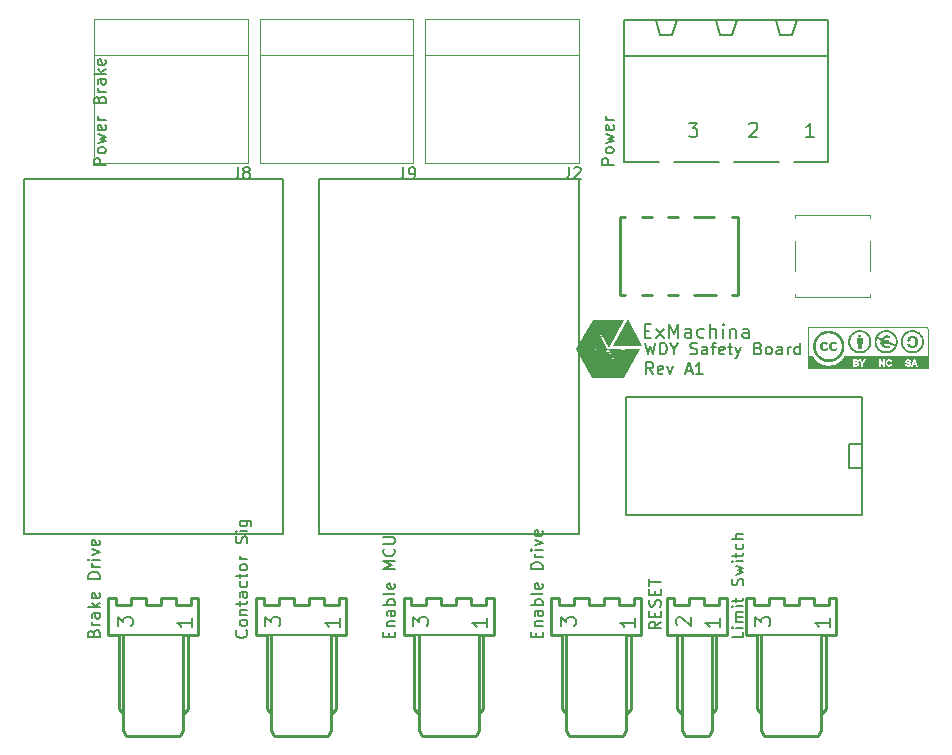
<source format=gbr>
G04 #@! TF.FileFunction,Legend,Top*
%FSLAX46Y46*%
G04 Gerber Fmt 4.6, Leading zero omitted, Abs format (unit mm)*
G04 Created by KiCad (PCBNEW 4.0.6) date 06/08/17 14:50:25*
%MOMM*%
%LPD*%
G01*
G04 APERTURE LIST*
%ADD10C,0.100000*%
%ADD11C,0.150000*%
%ADD12C,0.254000*%
%ADD13C,0.127000*%
%ADD14C,0.152400*%
%ADD15C,0.120000*%
%ADD16C,0.001000*%
%ADD17C,0.177800*%
G04 APERTURE END LIST*
D10*
D11*
X168952381Y-123452381D02*
X168476190Y-123785715D01*
X168952381Y-124023810D02*
X167952381Y-124023810D01*
X167952381Y-123642857D01*
X168000000Y-123547619D01*
X168047619Y-123500000D01*
X168142857Y-123452381D01*
X168285714Y-123452381D01*
X168380952Y-123500000D01*
X168428571Y-123547619D01*
X168476190Y-123642857D01*
X168476190Y-124023810D01*
X168428571Y-123023810D02*
X168428571Y-122690476D01*
X168952381Y-122547619D02*
X168952381Y-123023810D01*
X167952381Y-123023810D01*
X167952381Y-122547619D01*
X168904762Y-122166667D02*
X168952381Y-122023810D01*
X168952381Y-121785714D01*
X168904762Y-121690476D01*
X168857143Y-121642857D01*
X168761905Y-121595238D01*
X168666667Y-121595238D01*
X168571429Y-121642857D01*
X168523810Y-121690476D01*
X168476190Y-121785714D01*
X168428571Y-121976191D01*
X168380952Y-122071429D01*
X168333333Y-122119048D01*
X168238095Y-122166667D01*
X168142857Y-122166667D01*
X168047619Y-122119048D01*
X168000000Y-122071429D01*
X167952381Y-121976191D01*
X167952381Y-121738095D01*
X168000000Y-121595238D01*
X168428571Y-121166667D02*
X168428571Y-120833333D01*
X168952381Y-120690476D02*
X168952381Y-121166667D01*
X167952381Y-121166667D01*
X167952381Y-120690476D01*
X167952381Y-120404762D02*
X167952381Y-119833333D01*
X168952381Y-120119048D02*
X167952381Y-120119048D01*
X175952381Y-124285714D02*
X175952381Y-124761905D01*
X174952381Y-124761905D01*
X175952381Y-123952381D02*
X175285714Y-123952381D01*
X174952381Y-123952381D02*
X175000000Y-124000000D01*
X175047619Y-123952381D01*
X175000000Y-123904762D01*
X174952381Y-123952381D01*
X175047619Y-123952381D01*
X175952381Y-123476191D02*
X175285714Y-123476191D01*
X175380952Y-123476191D02*
X175333333Y-123428572D01*
X175285714Y-123333334D01*
X175285714Y-123190476D01*
X175333333Y-123095238D01*
X175428571Y-123047619D01*
X175952381Y-123047619D01*
X175428571Y-123047619D02*
X175333333Y-123000000D01*
X175285714Y-122904762D01*
X175285714Y-122761905D01*
X175333333Y-122666667D01*
X175428571Y-122619048D01*
X175952381Y-122619048D01*
X175952381Y-122142858D02*
X175285714Y-122142858D01*
X174952381Y-122142858D02*
X175000000Y-122190477D01*
X175047619Y-122142858D01*
X175000000Y-122095239D01*
X174952381Y-122142858D01*
X175047619Y-122142858D01*
X175285714Y-121809525D02*
X175285714Y-121428573D01*
X174952381Y-121666668D02*
X175809524Y-121666668D01*
X175904762Y-121619049D01*
X175952381Y-121523811D01*
X175952381Y-121428573D01*
X175904762Y-120380953D02*
X175952381Y-120238096D01*
X175952381Y-120000000D01*
X175904762Y-119904762D01*
X175857143Y-119857143D01*
X175761905Y-119809524D01*
X175666667Y-119809524D01*
X175571429Y-119857143D01*
X175523810Y-119904762D01*
X175476190Y-120000000D01*
X175428571Y-120190477D01*
X175380952Y-120285715D01*
X175333333Y-120333334D01*
X175238095Y-120380953D01*
X175142857Y-120380953D01*
X175047619Y-120333334D01*
X175000000Y-120285715D01*
X174952381Y-120190477D01*
X174952381Y-119952381D01*
X175000000Y-119809524D01*
X175285714Y-119476191D02*
X175952381Y-119285715D01*
X175476190Y-119095238D01*
X175952381Y-118904762D01*
X175285714Y-118714286D01*
X175952381Y-118333334D02*
X175285714Y-118333334D01*
X174952381Y-118333334D02*
X175000000Y-118380953D01*
X175047619Y-118333334D01*
X175000000Y-118285715D01*
X174952381Y-118333334D01*
X175047619Y-118333334D01*
X175285714Y-118000001D02*
X175285714Y-117619049D01*
X174952381Y-117857144D02*
X175809524Y-117857144D01*
X175904762Y-117809525D01*
X175952381Y-117714287D01*
X175952381Y-117619049D01*
X175904762Y-116857143D02*
X175952381Y-116952381D01*
X175952381Y-117142858D01*
X175904762Y-117238096D01*
X175857143Y-117285715D01*
X175761905Y-117333334D01*
X175476190Y-117333334D01*
X175380952Y-117285715D01*
X175333333Y-117238096D01*
X175285714Y-117142858D01*
X175285714Y-116952381D01*
X175333333Y-116857143D01*
X175952381Y-116428572D02*
X174952381Y-116428572D01*
X175952381Y-116000000D02*
X175428571Y-116000000D01*
X175333333Y-116047619D01*
X175285714Y-116142857D01*
X175285714Y-116285715D01*
X175333333Y-116380953D01*
X175380952Y-116428572D01*
X158428571Y-124761905D02*
X158428571Y-124428571D01*
X158952381Y-124285714D02*
X158952381Y-124761905D01*
X157952381Y-124761905D01*
X157952381Y-124285714D01*
X158285714Y-123857143D02*
X158952381Y-123857143D01*
X158380952Y-123857143D02*
X158333333Y-123809524D01*
X158285714Y-123714286D01*
X158285714Y-123571428D01*
X158333333Y-123476190D01*
X158428571Y-123428571D01*
X158952381Y-123428571D01*
X158952381Y-122523809D02*
X158428571Y-122523809D01*
X158333333Y-122571428D01*
X158285714Y-122666666D01*
X158285714Y-122857143D01*
X158333333Y-122952381D01*
X158904762Y-122523809D02*
X158952381Y-122619047D01*
X158952381Y-122857143D01*
X158904762Y-122952381D01*
X158809524Y-123000000D01*
X158714286Y-123000000D01*
X158619048Y-122952381D01*
X158571429Y-122857143D01*
X158571429Y-122619047D01*
X158523810Y-122523809D01*
X158952381Y-122047619D02*
X157952381Y-122047619D01*
X158333333Y-122047619D02*
X158285714Y-121952381D01*
X158285714Y-121761904D01*
X158333333Y-121666666D01*
X158380952Y-121619047D01*
X158476190Y-121571428D01*
X158761905Y-121571428D01*
X158857143Y-121619047D01*
X158904762Y-121666666D01*
X158952381Y-121761904D01*
X158952381Y-121952381D01*
X158904762Y-122047619D01*
X158952381Y-121000000D02*
X158904762Y-121095238D01*
X158809524Y-121142857D01*
X157952381Y-121142857D01*
X158904762Y-120238094D02*
X158952381Y-120333332D01*
X158952381Y-120523809D01*
X158904762Y-120619047D01*
X158809524Y-120666666D01*
X158428571Y-120666666D01*
X158333333Y-120619047D01*
X158285714Y-120523809D01*
X158285714Y-120333332D01*
X158333333Y-120238094D01*
X158428571Y-120190475D01*
X158523810Y-120190475D01*
X158619048Y-120666666D01*
X158952381Y-118999999D02*
X157952381Y-118999999D01*
X157952381Y-118761904D01*
X158000000Y-118619046D01*
X158095238Y-118523808D01*
X158190476Y-118476189D01*
X158380952Y-118428570D01*
X158523810Y-118428570D01*
X158714286Y-118476189D01*
X158809524Y-118523808D01*
X158904762Y-118619046D01*
X158952381Y-118761904D01*
X158952381Y-118999999D01*
X158952381Y-117999999D02*
X158285714Y-117999999D01*
X158476190Y-117999999D02*
X158380952Y-117952380D01*
X158333333Y-117904761D01*
X158285714Y-117809523D01*
X158285714Y-117714284D01*
X158952381Y-117380951D02*
X158285714Y-117380951D01*
X157952381Y-117380951D02*
X158000000Y-117428570D01*
X158047619Y-117380951D01*
X158000000Y-117333332D01*
X157952381Y-117380951D01*
X158047619Y-117380951D01*
X158285714Y-116999999D02*
X158952381Y-116761904D01*
X158285714Y-116523808D01*
X158904762Y-115761903D02*
X158952381Y-115857141D01*
X158952381Y-116047618D01*
X158904762Y-116142856D01*
X158809524Y-116190475D01*
X158428571Y-116190475D01*
X158333333Y-116142856D01*
X158285714Y-116047618D01*
X158285714Y-115857141D01*
X158333333Y-115761903D01*
X158428571Y-115714284D01*
X158523810Y-115714284D01*
X158619048Y-116190475D01*
X145928571Y-124761905D02*
X145928571Y-124428571D01*
X146452381Y-124285714D02*
X146452381Y-124761905D01*
X145452381Y-124761905D01*
X145452381Y-124285714D01*
X145785714Y-123857143D02*
X146452381Y-123857143D01*
X145880952Y-123857143D02*
X145833333Y-123809524D01*
X145785714Y-123714286D01*
X145785714Y-123571428D01*
X145833333Y-123476190D01*
X145928571Y-123428571D01*
X146452381Y-123428571D01*
X146452381Y-122523809D02*
X145928571Y-122523809D01*
X145833333Y-122571428D01*
X145785714Y-122666666D01*
X145785714Y-122857143D01*
X145833333Y-122952381D01*
X146404762Y-122523809D02*
X146452381Y-122619047D01*
X146452381Y-122857143D01*
X146404762Y-122952381D01*
X146309524Y-123000000D01*
X146214286Y-123000000D01*
X146119048Y-122952381D01*
X146071429Y-122857143D01*
X146071429Y-122619047D01*
X146023810Y-122523809D01*
X146452381Y-122047619D02*
X145452381Y-122047619D01*
X145833333Y-122047619D02*
X145785714Y-121952381D01*
X145785714Y-121761904D01*
X145833333Y-121666666D01*
X145880952Y-121619047D01*
X145976190Y-121571428D01*
X146261905Y-121571428D01*
X146357143Y-121619047D01*
X146404762Y-121666666D01*
X146452381Y-121761904D01*
X146452381Y-121952381D01*
X146404762Y-122047619D01*
X146452381Y-121000000D02*
X146404762Y-121095238D01*
X146309524Y-121142857D01*
X145452381Y-121142857D01*
X146404762Y-120238094D02*
X146452381Y-120333332D01*
X146452381Y-120523809D01*
X146404762Y-120619047D01*
X146309524Y-120666666D01*
X145928571Y-120666666D01*
X145833333Y-120619047D01*
X145785714Y-120523809D01*
X145785714Y-120333332D01*
X145833333Y-120238094D01*
X145928571Y-120190475D01*
X146023810Y-120190475D01*
X146119048Y-120666666D01*
X146452381Y-118999999D02*
X145452381Y-118999999D01*
X146166667Y-118666665D01*
X145452381Y-118333332D01*
X146452381Y-118333332D01*
X146357143Y-117285713D02*
X146404762Y-117333332D01*
X146452381Y-117476189D01*
X146452381Y-117571427D01*
X146404762Y-117714285D01*
X146309524Y-117809523D01*
X146214286Y-117857142D01*
X146023810Y-117904761D01*
X145880952Y-117904761D01*
X145690476Y-117857142D01*
X145595238Y-117809523D01*
X145500000Y-117714285D01*
X145452381Y-117571427D01*
X145452381Y-117476189D01*
X145500000Y-117333332D01*
X145547619Y-117285713D01*
X145452381Y-116857142D02*
X146261905Y-116857142D01*
X146357143Y-116809523D01*
X146404762Y-116761904D01*
X146452381Y-116666666D01*
X146452381Y-116476189D01*
X146404762Y-116380951D01*
X146357143Y-116333332D01*
X146261905Y-116285713D01*
X145452381Y-116285713D01*
X133857143Y-124190476D02*
X133904762Y-124238095D01*
X133952381Y-124380952D01*
X133952381Y-124476190D01*
X133904762Y-124619048D01*
X133809524Y-124714286D01*
X133714286Y-124761905D01*
X133523810Y-124809524D01*
X133380952Y-124809524D01*
X133190476Y-124761905D01*
X133095238Y-124714286D01*
X133000000Y-124619048D01*
X132952381Y-124476190D01*
X132952381Y-124380952D01*
X133000000Y-124238095D01*
X133047619Y-124190476D01*
X133952381Y-123619048D02*
X133904762Y-123714286D01*
X133857143Y-123761905D01*
X133761905Y-123809524D01*
X133476190Y-123809524D01*
X133380952Y-123761905D01*
X133333333Y-123714286D01*
X133285714Y-123619048D01*
X133285714Y-123476190D01*
X133333333Y-123380952D01*
X133380952Y-123333333D01*
X133476190Y-123285714D01*
X133761905Y-123285714D01*
X133857143Y-123333333D01*
X133904762Y-123380952D01*
X133952381Y-123476190D01*
X133952381Y-123619048D01*
X133285714Y-122857143D02*
X133952381Y-122857143D01*
X133380952Y-122857143D02*
X133333333Y-122809524D01*
X133285714Y-122714286D01*
X133285714Y-122571428D01*
X133333333Y-122476190D01*
X133428571Y-122428571D01*
X133952381Y-122428571D01*
X133285714Y-122095238D02*
X133285714Y-121714286D01*
X132952381Y-121952381D02*
X133809524Y-121952381D01*
X133904762Y-121904762D01*
X133952381Y-121809524D01*
X133952381Y-121714286D01*
X133952381Y-120952380D02*
X133428571Y-120952380D01*
X133333333Y-120999999D01*
X133285714Y-121095237D01*
X133285714Y-121285714D01*
X133333333Y-121380952D01*
X133904762Y-120952380D02*
X133952381Y-121047618D01*
X133952381Y-121285714D01*
X133904762Y-121380952D01*
X133809524Y-121428571D01*
X133714286Y-121428571D01*
X133619048Y-121380952D01*
X133571429Y-121285714D01*
X133571429Y-121047618D01*
X133523810Y-120952380D01*
X133904762Y-120047618D02*
X133952381Y-120142856D01*
X133952381Y-120333333D01*
X133904762Y-120428571D01*
X133857143Y-120476190D01*
X133761905Y-120523809D01*
X133476190Y-120523809D01*
X133380952Y-120476190D01*
X133333333Y-120428571D01*
X133285714Y-120333333D01*
X133285714Y-120142856D01*
X133333333Y-120047618D01*
X133285714Y-119761904D02*
X133285714Y-119380952D01*
X132952381Y-119619047D02*
X133809524Y-119619047D01*
X133904762Y-119571428D01*
X133952381Y-119476190D01*
X133952381Y-119380952D01*
X133952381Y-118904761D02*
X133904762Y-118999999D01*
X133857143Y-119047618D01*
X133761905Y-119095237D01*
X133476190Y-119095237D01*
X133380952Y-119047618D01*
X133333333Y-118999999D01*
X133285714Y-118904761D01*
X133285714Y-118761903D01*
X133333333Y-118666665D01*
X133380952Y-118619046D01*
X133476190Y-118571427D01*
X133761905Y-118571427D01*
X133857143Y-118619046D01*
X133904762Y-118666665D01*
X133952381Y-118761903D01*
X133952381Y-118904761D01*
X133952381Y-118142856D02*
X133285714Y-118142856D01*
X133476190Y-118142856D02*
X133380952Y-118095237D01*
X133333333Y-118047618D01*
X133285714Y-117952380D01*
X133285714Y-117857141D01*
X133904762Y-116809522D02*
X133952381Y-116666665D01*
X133952381Y-116428569D01*
X133904762Y-116333331D01*
X133857143Y-116285712D01*
X133761905Y-116238093D01*
X133666667Y-116238093D01*
X133571429Y-116285712D01*
X133523810Y-116333331D01*
X133476190Y-116428569D01*
X133428571Y-116619046D01*
X133380952Y-116714284D01*
X133333333Y-116761903D01*
X133238095Y-116809522D01*
X133142857Y-116809522D01*
X133047619Y-116761903D01*
X133000000Y-116714284D01*
X132952381Y-116619046D01*
X132952381Y-116380950D01*
X133000000Y-116238093D01*
X133952381Y-115809522D02*
X133285714Y-115809522D01*
X132952381Y-115809522D02*
X133000000Y-115857141D01*
X133047619Y-115809522D01*
X133000000Y-115761903D01*
X132952381Y-115809522D01*
X133047619Y-115809522D01*
X133285714Y-114904760D02*
X134095238Y-114904760D01*
X134190476Y-114952379D01*
X134238095Y-114999998D01*
X134285714Y-115095237D01*
X134285714Y-115238094D01*
X134238095Y-115333332D01*
X133904762Y-114904760D02*
X133952381Y-114999998D01*
X133952381Y-115190475D01*
X133904762Y-115285713D01*
X133857143Y-115333332D01*
X133761905Y-115380951D01*
X133476190Y-115380951D01*
X133380952Y-115333332D01*
X133333333Y-115285713D01*
X133285714Y-115190475D01*
X133285714Y-114999998D01*
X133333333Y-114904760D01*
X120928571Y-124428571D02*
X120976190Y-124285714D01*
X121023810Y-124238095D01*
X121119048Y-124190476D01*
X121261905Y-124190476D01*
X121357143Y-124238095D01*
X121404762Y-124285714D01*
X121452381Y-124380952D01*
X121452381Y-124761905D01*
X120452381Y-124761905D01*
X120452381Y-124428571D01*
X120500000Y-124333333D01*
X120547619Y-124285714D01*
X120642857Y-124238095D01*
X120738095Y-124238095D01*
X120833333Y-124285714D01*
X120880952Y-124333333D01*
X120928571Y-124428571D01*
X120928571Y-124761905D01*
X121452381Y-123761905D02*
X120785714Y-123761905D01*
X120976190Y-123761905D02*
X120880952Y-123714286D01*
X120833333Y-123666667D01*
X120785714Y-123571429D01*
X120785714Y-123476190D01*
X121452381Y-122714285D02*
X120928571Y-122714285D01*
X120833333Y-122761904D01*
X120785714Y-122857142D01*
X120785714Y-123047619D01*
X120833333Y-123142857D01*
X121404762Y-122714285D02*
X121452381Y-122809523D01*
X121452381Y-123047619D01*
X121404762Y-123142857D01*
X121309524Y-123190476D01*
X121214286Y-123190476D01*
X121119048Y-123142857D01*
X121071429Y-123047619D01*
X121071429Y-122809523D01*
X121023810Y-122714285D01*
X121452381Y-122238095D02*
X120452381Y-122238095D01*
X121071429Y-122142857D02*
X121452381Y-121857142D01*
X120785714Y-121857142D02*
X121166667Y-122238095D01*
X121404762Y-121047618D02*
X121452381Y-121142856D01*
X121452381Y-121333333D01*
X121404762Y-121428571D01*
X121309524Y-121476190D01*
X120928571Y-121476190D01*
X120833333Y-121428571D01*
X120785714Y-121333333D01*
X120785714Y-121142856D01*
X120833333Y-121047618D01*
X120928571Y-120999999D01*
X121023810Y-120999999D01*
X121119048Y-121476190D01*
X121452381Y-119809523D02*
X120452381Y-119809523D01*
X120452381Y-119571428D01*
X120500000Y-119428570D01*
X120595238Y-119333332D01*
X120690476Y-119285713D01*
X120880952Y-119238094D01*
X121023810Y-119238094D01*
X121214286Y-119285713D01*
X121309524Y-119333332D01*
X121404762Y-119428570D01*
X121452381Y-119571428D01*
X121452381Y-119809523D01*
X121452381Y-118809523D02*
X120785714Y-118809523D01*
X120976190Y-118809523D02*
X120880952Y-118761904D01*
X120833333Y-118714285D01*
X120785714Y-118619047D01*
X120785714Y-118523808D01*
X121452381Y-118190475D02*
X120785714Y-118190475D01*
X120452381Y-118190475D02*
X120500000Y-118238094D01*
X120547619Y-118190475D01*
X120500000Y-118142856D01*
X120452381Y-118190475D01*
X120547619Y-118190475D01*
X120785714Y-117809523D02*
X121452381Y-117571428D01*
X120785714Y-117333332D01*
X121404762Y-116571427D02*
X121452381Y-116666665D01*
X121452381Y-116857142D01*
X121404762Y-116952380D01*
X121309524Y-116999999D01*
X120928571Y-116999999D01*
X120833333Y-116952380D01*
X120785714Y-116857142D01*
X120785714Y-116666665D01*
X120833333Y-116571427D01*
X120928571Y-116523808D01*
X121023810Y-116523808D01*
X121119048Y-116999999D01*
X164952381Y-84761905D02*
X163952381Y-84761905D01*
X163952381Y-84380952D01*
X164000000Y-84285714D01*
X164047619Y-84238095D01*
X164142857Y-84190476D01*
X164285714Y-84190476D01*
X164380952Y-84238095D01*
X164428571Y-84285714D01*
X164476190Y-84380952D01*
X164476190Y-84761905D01*
X164952381Y-83619048D02*
X164904762Y-83714286D01*
X164857143Y-83761905D01*
X164761905Y-83809524D01*
X164476190Y-83809524D01*
X164380952Y-83761905D01*
X164333333Y-83714286D01*
X164285714Y-83619048D01*
X164285714Y-83476190D01*
X164333333Y-83380952D01*
X164380952Y-83333333D01*
X164476190Y-83285714D01*
X164761905Y-83285714D01*
X164857143Y-83333333D01*
X164904762Y-83380952D01*
X164952381Y-83476190D01*
X164952381Y-83619048D01*
X164285714Y-82952381D02*
X164952381Y-82761905D01*
X164476190Y-82571428D01*
X164952381Y-82380952D01*
X164285714Y-82190476D01*
X164904762Y-81428571D02*
X164952381Y-81523809D01*
X164952381Y-81714286D01*
X164904762Y-81809524D01*
X164809524Y-81857143D01*
X164428571Y-81857143D01*
X164333333Y-81809524D01*
X164285714Y-81714286D01*
X164285714Y-81523809D01*
X164333333Y-81428571D01*
X164428571Y-81380952D01*
X164523810Y-81380952D01*
X164619048Y-81857143D01*
X164952381Y-80952381D02*
X164285714Y-80952381D01*
X164476190Y-80952381D02*
X164380952Y-80904762D01*
X164333333Y-80857143D01*
X164285714Y-80761905D01*
X164285714Y-80666666D01*
X121952381Y-84761905D02*
X120952381Y-84761905D01*
X120952381Y-84380952D01*
X121000000Y-84285714D01*
X121047619Y-84238095D01*
X121142857Y-84190476D01*
X121285714Y-84190476D01*
X121380952Y-84238095D01*
X121428571Y-84285714D01*
X121476190Y-84380952D01*
X121476190Y-84761905D01*
X121952381Y-83619048D02*
X121904762Y-83714286D01*
X121857143Y-83761905D01*
X121761905Y-83809524D01*
X121476190Y-83809524D01*
X121380952Y-83761905D01*
X121333333Y-83714286D01*
X121285714Y-83619048D01*
X121285714Y-83476190D01*
X121333333Y-83380952D01*
X121380952Y-83333333D01*
X121476190Y-83285714D01*
X121761905Y-83285714D01*
X121857143Y-83333333D01*
X121904762Y-83380952D01*
X121952381Y-83476190D01*
X121952381Y-83619048D01*
X121285714Y-82952381D02*
X121952381Y-82761905D01*
X121476190Y-82571428D01*
X121952381Y-82380952D01*
X121285714Y-82190476D01*
X121904762Y-81428571D02*
X121952381Y-81523809D01*
X121952381Y-81714286D01*
X121904762Y-81809524D01*
X121809524Y-81857143D01*
X121428571Y-81857143D01*
X121333333Y-81809524D01*
X121285714Y-81714286D01*
X121285714Y-81523809D01*
X121333333Y-81428571D01*
X121428571Y-81380952D01*
X121523810Y-81380952D01*
X121619048Y-81857143D01*
X121952381Y-80952381D02*
X121285714Y-80952381D01*
X121476190Y-80952381D02*
X121380952Y-80904762D01*
X121333333Y-80857143D01*
X121285714Y-80761905D01*
X121285714Y-80666666D01*
X121428571Y-79238094D02*
X121476190Y-79095237D01*
X121523810Y-79047618D01*
X121619048Y-78999999D01*
X121761905Y-78999999D01*
X121857143Y-79047618D01*
X121904762Y-79095237D01*
X121952381Y-79190475D01*
X121952381Y-79571428D01*
X120952381Y-79571428D01*
X120952381Y-79238094D01*
X121000000Y-79142856D01*
X121047619Y-79095237D01*
X121142857Y-79047618D01*
X121238095Y-79047618D01*
X121333333Y-79095237D01*
X121380952Y-79142856D01*
X121428571Y-79238094D01*
X121428571Y-79571428D01*
X121952381Y-78571428D02*
X121285714Y-78571428D01*
X121476190Y-78571428D02*
X121380952Y-78523809D01*
X121333333Y-78476190D01*
X121285714Y-78380952D01*
X121285714Y-78285713D01*
X121952381Y-77523808D02*
X121428571Y-77523808D01*
X121333333Y-77571427D01*
X121285714Y-77666665D01*
X121285714Y-77857142D01*
X121333333Y-77952380D01*
X121904762Y-77523808D02*
X121952381Y-77619046D01*
X121952381Y-77857142D01*
X121904762Y-77952380D01*
X121809524Y-77999999D01*
X121714286Y-77999999D01*
X121619048Y-77952380D01*
X121571429Y-77857142D01*
X121571429Y-77619046D01*
X121523810Y-77523808D01*
X121952381Y-77047618D02*
X120952381Y-77047618D01*
X121571429Y-76952380D02*
X121952381Y-76666665D01*
X121285714Y-76666665D02*
X121666667Y-77047618D01*
X121904762Y-75857141D02*
X121952381Y-75952379D01*
X121952381Y-76142856D01*
X121904762Y-76238094D01*
X121809524Y-76285713D01*
X121428571Y-76285713D01*
X121333333Y-76238094D01*
X121285714Y-76142856D01*
X121285714Y-75952379D01*
X121333333Y-75857141D01*
X121428571Y-75809522D01*
X121523810Y-75809522D01*
X121619048Y-76285713D01*
X167642857Y-99827381D02*
X167880952Y-100827381D01*
X168071429Y-100113095D01*
X168261905Y-100827381D01*
X168500000Y-99827381D01*
X168880952Y-100827381D02*
X168880952Y-99827381D01*
X169119047Y-99827381D01*
X169261905Y-99875000D01*
X169357143Y-99970238D01*
X169404762Y-100065476D01*
X169452381Y-100255952D01*
X169452381Y-100398810D01*
X169404762Y-100589286D01*
X169357143Y-100684524D01*
X169261905Y-100779762D01*
X169119047Y-100827381D01*
X168880952Y-100827381D01*
X170071428Y-100351190D02*
X170071428Y-100827381D01*
X169738095Y-99827381D02*
X170071428Y-100351190D01*
X170404762Y-99827381D01*
X171452381Y-100779762D02*
X171595238Y-100827381D01*
X171833334Y-100827381D01*
X171928572Y-100779762D01*
X171976191Y-100732143D01*
X172023810Y-100636905D01*
X172023810Y-100541667D01*
X171976191Y-100446429D01*
X171928572Y-100398810D01*
X171833334Y-100351190D01*
X171642857Y-100303571D01*
X171547619Y-100255952D01*
X171500000Y-100208333D01*
X171452381Y-100113095D01*
X171452381Y-100017857D01*
X171500000Y-99922619D01*
X171547619Y-99875000D01*
X171642857Y-99827381D01*
X171880953Y-99827381D01*
X172023810Y-99875000D01*
X172880953Y-100827381D02*
X172880953Y-100303571D01*
X172833334Y-100208333D01*
X172738096Y-100160714D01*
X172547619Y-100160714D01*
X172452381Y-100208333D01*
X172880953Y-100779762D02*
X172785715Y-100827381D01*
X172547619Y-100827381D01*
X172452381Y-100779762D01*
X172404762Y-100684524D01*
X172404762Y-100589286D01*
X172452381Y-100494048D01*
X172547619Y-100446429D01*
X172785715Y-100446429D01*
X172880953Y-100398810D01*
X173214286Y-100160714D02*
X173595238Y-100160714D01*
X173357143Y-100827381D02*
X173357143Y-99970238D01*
X173404762Y-99875000D01*
X173500000Y-99827381D01*
X173595238Y-99827381D01*
X174309525Y-100779762D02*
X174214287Y-100827381D01*
X174023810Y-100827381D01*
X173928572Y-100779762D01*
X173880953Y-100684524D01*
X173880953Y-100303571D01*
X173928572Y-100208333D01*
X174023810Y-100160714D01*
X174214287Y-100160714D01*
X174309525Y-100208333D01*
X174357144Y-100303571D01*
X174357144Y-100398810D01*
X173880953Y-100494048D01*
X174642858Y-100160714D02*
X175023810Y-100160714D01*
X174785715Y-99827381D02*
X174785715Y-100684524D01*
X174833334Y-100779762D01*
X174928572Y-100827381D01*
X175023810Y-100827381D01*
X175261906Y-100160714D02*
X175500001Y-100827381D01*
X175738097Y-100160714D02*
X175500001Y-100827381D01*
X175404763Y-101065476D01*
X175357144Y-101113095D01*
X175261906Y-101160714D01*
X177214288Y-100303571D02*
X177357145Y-100351190D01*
X177404764Y-100398810D01*
X177452383Y-100494048D01*
X177452383Y-100636905D01*
X177404764Y-100732143D01*
X177357145Y-100779762D01*
X177261907Y-100827381D01*
X176880954Y-100827381D01*
X176880954Y-99827381D01*
X177214288Y-99827381D01*
X177309526Y-99875000D01*
X177357145Y-99922619D01*
X177404764Y-100017857D01*
X177404764Y-100113095D01*
X177357145Y-100208333D01*
X177309526Y-100255952D01*
X177214288Y-100303571D01*
X176880954Y-100303571D01*
X178023811Y-100827381D02*
X177928573Y-100779762D01*
X177880954Y-100732143D01*
X177833335Y-100636905D01*
X177833335Y-100351190D01*
X177880954Y-100255952D01*
X177928573Y-100208333D01*
X178023811Y-100160714D01*
X178166669Y-100160714D01*
X178261907Y-100208333D01*
X178309526Y-100255952D01*
X178357145Y-100351190D01*
X178357145Y-100636905D01*
X178309526Y-100732143D01*
X178261907Y-100779762D01*
X178166669Y-100827381D01*
X178023811Y-100827381D01*
X179214288Y-100827381D02*
X179214288Y-100303571D01*
X179166669Y-100208333D01*
X179071431Y-100160714D01*
X178880954Y-100160714D01*
X178785716Y-100208333D01*
X179214288Y-100779762D02*
X179119050Y-100827381D01*
X178880954Y-100827381D01*
X178785716Y-100779762D01*
X178738097Y-100684524D01*
X178738097Y-100589286D01*
X178785716Y-100494048D01*
X178880954Y-100446429D01*
X179119050Y-100446429D01*
X179214288Y-100398810D01*
X179690478Y-100827381D02*
X179690478Y-100160714D01*
X179690478Y-100351190D02*
X179738097Y-100255952D01*
X179785716Y-100208333D01*
X179880954Y-100160714D01*
X179976193Y-100160714D01*
X180738098Y-100827381D02*
X180738098Y-99827381D01*
X180738098Y-100779762D02*
X180642860Y-100827381D01*
X180452383Y-100827381D01*
X180357145Y-100779762D01*
X180309526Y-100732143D01*
X180261907Y-100636905D01*
X180261907Y-100351190D01*
X180309526Y-100255952D01*
X180357145Y-100208333D01*
X180452383Y-100160714D01*
X180642860Y-100160714D01*
X180738098Y-100208333D01*
X168309524Y-102477381D02*
X167976190Y-102001190D01*
X167738095Y-102477381D02*
X167738095Y-101477381D01*
X168119048Y-101477381D01*
X168214286Y-101525000D01*
X168261905Y-101572619D01*
X168309524Y-101667857D01*
X168309524Y-101810714D01*
X168261905Y-101905952D01*
X168214286Y-101953571D01*
X168119048Y-102001190D01*
X167738095Y-102001190D01*
X169119048Y-102429762D02*
X169023810Y-102477381D01*
X168833333Y-102477381D01*
X168738095Y-102429762D01*
X168690476Y-102334524D01*
X168690476Y-101953571D01*
X168738095Y-101858333D01*
X168833333Y-101810714D01*
X169023810Y-101810714D01*
X169119048Y-101858333D01*
X169166667Y-101953571D01*
X169166667Y-102048810D01*
X168690476Y-102144048D01*
X169500000Y-101810714D02*
X169738095Y-102477381D01*
X169976191Y-101810714D01*
X171071429Y-102191667D02*
X171547620Y-102191667D01*
X170976191Y-102477381D02*
X171309524Y-101477381D01*
X171642858Y-102477381D01*
X172500001Y-102477381D02*
X171928572Y-102477381D01*
X172214286Y-102477381D02*
X172214286Y-101477381D01*
X172119048Y-101620238D01*
X172023810Y-101715476D01*
X171928572Y-101763095D01*
D12*
X174540000Y-124580000D02*
X174540000Y-121405000D01*
X174540000Y-121405000D02*
X173905000Y-121405000D01*
X173905000Y-121405000D02*
X173905000Y-122040000D01*
X173905000Y-122040000D02*
X172635000Y-122040000D01*
X172635000Y-122040000D02*
X172635000Y-121405000D01*
X172635000Y-121405000D02*
X171365000Y-121405000D01*
X171365000Y-121405000D02*
X171365000Y-122040000D01*
X171365000Y-122040000D02*
X170095000Y-122040000D01*
X170095000Y-122040000D02*
X170095000Y-121405000D01*
X170095000Y-121405000D02*
X169460000Y-121405000D01*
X169460000Y-121405000D02*
X169460000Y-124580000D01*
X169460000Y-124580000D02*
X170349000Y-124580000D01*
X170349000Y-124580000D02*
X170730000Y-124580000D01*
X170730000Y-124580000D02*
X173270000Y-124580000D01*
X173270000Y-124580000D02*
X173651000Y-124580000D01*
X173651000Y-124580000D02*
X174540000Y-124580000D01*
X173270000Y-124580000D02*
X173270000Y-132581000D01*
X173270000Y-132581000D02*
X173016000Y-133089000D01*
X173016000Y-133089000D02*
X170984000Y-133089000D01*
X170730000Y-124580000D02*
X170730000Y-132581000D01*
X170730000Y-132581000D02*
X170984000Y-133089000D01*
X170349000Y-124580000D02*
X170349000Y-130803000D01*
X170349000Y-130803000D02*
X170679200Y-131158600D01*
X173651000Y-124580000D02*
X173651000Y-130803000D01*
X173651000Y-130803000D02*
X173320800Y-131158600D01*
D11*
X162000000Y-116000000D02*
X140000000Y-116000000D01*
X162000000Y-86000000D02*
X162000000Y-116000000D01*
X140000000Y-86000000D02*
X162000000Y-86000000D01*
X140000000Y-116000000D02*
X140000000Y-86000000D01*
D12*
X175498720Y-95799460D02*
X174998340Y-95799460D01*
X173598800Y-95799460D02*
X171797940Y-95799460D01*
X170400940Y-95799460D02*
X169600840Y-95799460D01*
X168201300Y-95799460D02*
X167401200Y-95799460D01*
X165501280Y-95799460D02*
X165501280Y-89200540D01*
X165501280Y-89200540D02*
X165900060Y-89200540D01*
X167401200Y-89200540D02*
X168201300Y-89200540D01*
X169600840Y-89200540D02*
X170400940Y-89200540D01*
X171797940Y-89200540D02*
X173499740Y-89200540D01*
X175498720Y-89200540D02*
X175498720Y-95799460D01*
X175498720Y-89200540D02*
X174998340Y-89200540D01*
X165501280Y-95799460D02*
X165900060Y-95799460D01*
X129810000Y-124580000D02*
X129810000Y-121405000D01*
X129810000Y-121405000D02*
X129175000Y-121405000D01*
X129175000Y-121405000D02*
X129175000Y-122040000D01*
X129175000Y-122040000D02*
X127905000Y-122040000D01*
X127905000Y-122040000D02*
X127905000Y-121405000D01*
X127905000Y-121405000D02*
X126635000Y-121405000D01*
X126635000Y-121405000D02*
X126635000Y-122040000D01*
X126635000Y-122040000D02*
X125365000Y-122040000D01*
X125365000Y-122040000D02*
X125365000Y-121405000D01*
X125365000Y-121405000D02*
X124095000Y-121405000D01*
X124095000Y-121405000D02*
X124095000Y-122040000D01*
X124095000Y-122040000D02*
X122825000Y-122040000D01*
X122825000Y-122040000D02*
X122825000Y-121405000D01*
X122825000Y-121405000D02*
X122190000Y-121405000D01*
X122190000Y-121405000D02*
X122190000Y-124580000D01*
X122190000Y-124580000D02*
X123079000Y-124580000D01*
D13*
X123079000Y-124580000D02*
X123460000Y-124580000D01*
X123460000Y-124580000D02*
X128540000Y-124580000D01*
D12*
X128540000Y-124580000D02*
X128921000Y-124580000D01*
X128921000Y-124580000D02*
X129810000Y-124580000D01*
X128540000Y-124580000D02*
X128540000Y-132581000D01*
X128540000Y-132581000D02*
X128286000Y-133089000D01*
X128286000Y-133089000D02*
X123714000Y-133089000D01*
X123460000Y-124580000D02*
X123460000Y-132581000D01*
X123460000Y-132581000D02*
X123714000Y-133089000D01*
X123079000Y-124580000D02*
X123079000Y-130803000D01*
X123079000Y-130803000D02*
X123411740Y-131158600D01*
X128921000Y-124580000D02*
X128921000Y-130803000D01*
X128921000Y-130803000D02*
X128588260Y-131158600D01*
X183810000Y-124580000D02*
X183810000Y-121405000D01*
X183810000Y-121405000D02*
X183175000Y-121405000D01*
X183175000Y-121405000D02*
X183175000Y-122040000D01*
X183175000Y-122040000D02*
X181905000Y-122040000D01*
X181905000Y-122040000D02*
X181905000Y-121405000D01*
X181905000Y-121405000D02*
X180635000Y-121405000D01*
X180635000Y-121405000D02*
X180635000Y-122040000D01*
X180635000Y-122040000D02*
X179365000Y-122040000D01*
X179365000Y-122040000D02*
X179365000Y-121405000D01*
X179365000Y-121405000D02*
X178095000Y-121405000D01*
X178095000Y-121405000D02*
X178095000Y-122040000D01*
X178095000Y-122040000D02*
X176825000Y-122040000D01*
X176825000Y-122040000D02*
X176825000Y-121405000D01*
X176825000Y-121405000D02*
X176190000Y-121405000D01*
X176190000Y-121405000D02*
X176190000Y-124580000D01*
X176190000Y-124580000D02*
X177079000Y-124580000D01*
D13*
X177079000Y-124580000D02*
X177460000Y-124580000D01*
X177460000Y-124580000D02*
X182540000Y-124580000D01*
D12*
X182540000Y-124580000D02*
X182921000Y-124580000D01*
X182921000Y-124580000D02*
X183810000Y-124580000D01*
X182540000Y-124580000D02*
X182540000Y-132581000D01*
X182540000Y-132581000D02*
X182286000Y-133089000D01*
X182286000Y-133089000D02*
X177714000Y-133089000D01*
X177460000Y-124580000D02*
X177460000Y-132581000D01*
X177460000Y-132581000D02*
X177714000Y-133089000D01*
X177079000Y-124580000D02*
X177079000Y-130803000D01*
X177079000Y-130803000D02*
X177411740Y-131158600D01*
X182921000Y-124580000D02*
X182921000Y-130803000D01*
X182921000Y-130803000D02*
X182588260Y-131158600D01*
D14*
X183136000Y-84532000D02*
X183136000Y-75515000D01*
X183136000Y-84532000D02*
X180215000Y-84532000D01*
X178945000Y-84532000D02*
X175135000Y-84532000D01*
X168785000Y-84532000D02*
X165864000Y-84532000D01*
X183136000Y-75515000D02*
X165864000Y-75515000D01*
X165864000Y-84532000D02*
X165864000Y-75515000D01*
X183136000Y-72467000D02*
X180469000Y-72467000D01*
X183136000Y-75515000D02*
X183136000Y-72467000D01*
X165864000Y-75515000D02*
X165864000Y-72467000D01*
X178691000Y-72467000D02*
X179072000Y-73737000D01*
X178691000Y-72467000D02*
X175389000Y-72467000D01*
X179072000Y-73737000D02*
X180088000Y-73737000D01*
X180469000Y-72467000D02*
X180088000Y-73737000D01*
X180469000Y-72467000D02*
X178691000Y-72467000D01*
X173611000Y-72467000D02*
X173992000Y-73737000D01*
X173611000Y-72467000D02*
X170309000Y-72467000D01*
X170309000Y-72467000D02*
X168531000Y-72467000D01*
X168531000Y-72467000D02*
X165864000Y-72467000D01*
X175389000Y-72467000D02*
X175008000Y-73737000D01*
X175389000Y-72467000D02*
X173611000Y-72467000D01*
X175008000Y-73737000D02*
X173992000Y-73737000D01*
X169928000Y-73737000D02*
X168912000Y-73737000D01*
X168531000Y-72467000D02*
X168912000Y-73737000D01*
X170309000Y-72467000D02*
X169928000Y-73737000D01*
X173865000Y-84532000D02*
X170055000Y-84532000D01*
D12*
X154810000Y-124580000D02*
X154810000Y-121405000D01*
X154810000Y-121405000D02*
X154175000Y-121405000D01*
X154175000Y-121405000D02*
X154175000Y-122040000D01*
X154175000Y-122040000D02*
X152905000Y-122040000D01*
X152905000Y-122040000D02*
X152905000Y-121405000D01*
X152905000Y-121405000D02*
X151635000Y-121405000D01*
X151635000Y-121405000D02*
X151635000Y-122040000D01*
X151635000Y-122040000D02*
X150365000Y-122040000D01*
X150365000Y-122040000D02*
X150365000Y-121405000D01*
X150365000Y-121405000D02*
X149095000Y-121405000D01*
X149095000Y-121405000D02*
X149095000Y-122040000D01*
X149095000Y-122040000D02*
X147825000Y-122040000D01*
X147825000Y-122040000D02*
X147825000Y-121405000D01*
X147825000Y-121405000D02*
X147190000Y-121405000D01*
X147190000Y-121405000D02*
X147190000Y-124580000D01*
X147190000Y-124580000D02*
X148079000Y-124580000D01*
D13*
X148079000Y-124580000D02*
X148460000Y-124580000D01*
X148460000Y-124580000D02*
X153540000Y-124580000D01*
D12*
X153540000Y-124580000D02*
X153921000Y-124580000D01*
X153921000Y-124580000D02*
X154810000Y-124580000D01*
X153540000Y-124580000D02*
X153540000Y-132581000D01*
X153540000Y-132581000D02*
X153286000Y-133089000D01*
X153286000Y-133089000D02*
X148714000Y-133089000D01*
X148460000Y-124580000D02*
X148460000Y-132581000D01*
X148460000Y-132581000D02*
X148714000Y-133089000D01*
X148079000Y-124580000D02*
X148079000Y-130803000D01*
X148079000Y-130803000D02*
X148411740Y-131158600D01*
X153921000Y-124580000D02*
X153921000Y-130803000D01*
X153921000Y-130803000D02*
X153588260Y-131158600D01*
X142310000Y-124580000D02*
X142310000Y-121405000D01*
X142310000Y-121405000D02*
X141675000Y-121405000D01*
X141675000Y-121405000D02*
X141675000Y-122040000D01*
X141675000Y-122040000D02*
X140405000Y-122040000D01*
X140405000Y-122040000D02*
X140405000Y-121405000D01*
X140405000Y-121405000D02*
X139135000Y-121405000D01*
X139135000Y-121405000D02*
X139135000Y-122040000D01*
X139135000Y-122040000D02*
X137865000Y-122040000D01*
X137865000Y-122040000D02*
X137865000Y-121405000D01*
X137865000Y-121405000D02*
X136595000Y-121405000D01*
X136595000Y-121405000D02*
X136595000Y-122040000D01*
X136595000Y-122040000D02*
X135325000Y-122040000D01*
X135325000Y-122040000D02*
X135325000Y-121405000D01*
X135325000Y-121405000D02*
X134690000Y-121405000D01*
X134690000Y-121405000D02*
X134690000Y-124580000D01*
X134690000Y-124580000D02*
X135579000Y-124580000D01*
D13*
X135579000Y-124580000D02*
X135960000Y-124580000D01*
X135960000Y-124580000D02*
X141040000Y-124580000D01*
D12*
X141040000Y-124580000D02*
X141421000Y-124580000D01*
X141421000Y-124580000D02*
X142310000Y-124580000D01*
X141040000Y-124580000D02*
X141040000Y-132581000D01*
X141040000Y-132581000D02*
X140786000Y-133089000D01*
X140786000Y-133089000D02*
X136214000Y-133089000D01*
X135960000Y-124580000D02*
X135960000Y-132581000D01*
X135960000Y-132581000D02*
X136214000Y-133089000D01*
X135579000Y-124580000D02*
X135579000Y-130803000D01*
X135579000Y-130803000D02*
X135911740Y-131158600D01*
X141421000Y-124580000D02*
X141421000Y-130803000D01*
X141421000Y-130803000D02*
X141088260Y-131158600D01*
X167310000Y-124580000D02*
X167310000Y-121405000D01*
X167310000Y-121405000D02*
X166675000Y-121405000D01*
X166675000Y-121405000D02*
X166675000Y-122040000D01*
X166675000Y-122040000D02*
X165405000Y-122040000D01*
X165405000Y-122040000D02*
X165405000Y-121405000D01*
X165405000Y-121405000D02*
X164135000Y-121405000D01*
X164135000Y-121405000D02*
X164135000Y-122040000D01*
X164135000Y-122040000D02*
X162865000Y-122040000D01*
X162865000Y-122040000D02*
X162865000Y-121405000D01*
X162865000Y-121405000D02*
X161595000Y-121405000D01*
X161595000Y-121405000D02*
X161595000Y-122040000D01*
X161595000Y-122040000D02*
X160325000Y-122040000D01*
X160325000Y-122040000D02*
X160325000Y-121405000D01*
X160325000Y-121405000D02*
X159690000Y-121405000D01*
X159690000Y-121405000D02*
X159690000Y-124580000D01*
X159690000Y-124580000D02*
X160579000Y-124580000D01*
D13*
X160579000Y-124580000D02*
X160960000Y-124580000D01*
X160960000Y-124580000D02*
X166040000Y-124580000D01*
D12*
X166040000Y-124580000D02*
X166421000Y-124580000D01*
X166421000Y-124580000D02*
X167310000Y-124580000D01*
X166040000Y-124580000D02*
X166040000Y-132581000D01*
X166040000Y-132581000D02*
X165786000Y-133089000D01*
X165786000Y-133089000D02*
X161214000Y-133089000D01*
X160960000Y-124580000D02*
X160960000Y-132581000D01*
X160960000Y-132581000D02*
X161214000Y-133089000D01*
X160579000Y-124580000D02*
X160579000Y-130803000D01*
X160579000Y-130803000D02*
X160911740Y-131158600D01*
X166421000Y-124580000D02*
X166421000Y-130803000D01*
X166421000Y-130803000D02*
X166088260Y-131158600D01*
D15*
X180350000Y-89300000D02*
X180350000Y-89050000D01*
X180350000Y-89050000D02*
X186650000Y-89050000D01*
X186650000Y-89050000D02*
X186650000Y-89300000D01*
X180350000Y-93800000D02*
X180350000Y-91200000D01*
X186650000Y-95700000D02*
X186650000Y-95950000D01*
X186650000Y-95950000D02*
X180350000Y-95950000D01*
X180350000Y-95950000D02*
X180350000Y-95700000D01*
X186650000Y-91200000D02*
X186650000Y-93800000D01*
D11*
X184900000Y-110400000D02*
X186000000Y-110400000D01*
X184900000Y-108400000D02*
X184900000Y-110400000D01*
X186000000Y-108400000D02*
X184900000Y-108400000D01*
X186000000Y-111400000D02*
X186000000Y-109500000D01*
X166000000Y-104400000D02*
X186000000Y-104400000D01*
X166000000Y-114400000D02*
X166000000Y-104400000D01*
X186000000Y-114400000D02*
X166000000Y-114400000D01*
X186000000Y-104400000D02*
X186000000Y-114400000D01*
X137000000Y-116000000D02*
X115000000Y-116000000D01*
X137000000Y-86000000D02*
X137000000Y-116000000D01*
X115000000Y-86000000D02*
X137000000Y-86000000D01*
X115000000Y-116000000D02*
X115000000Y-86000000D01*
D10*
G36*
X181412700Y-102062700D02*
X191598100Y-102062700D01*
X191598100Y-102037300D01*
X181412700Y-102037300D01*
X181412700Y-102062700D01*
G37*
G36*
X181387300Y-102037300D02*
X191623500Y-102037300D01*
X191623500Y-102011900D01*
X181387300Y-102011900D01*
X181387300Y-102037300D01*
G37*
G36*
X181387300Y-102011900D02*
X191623500Y-102011900D01*
X191623500Y-101986500D01*
X181387300Y-101986500D01*
X181387300Y-102011900D01*
G37*
G36*
X181387300Y-101986500D02*
X191623500Y-101986500D01*
X191623500Y-101961100D01*
X181387300Y-101961100D01*
X181387300Y-101986500D01*
G37*
G36*
X181387300Y-101961100D02*
X191623500Y-101961100D01*
X191623500Y-101935700D01*
X181387300Y-101935700D01*
X181387300Y-101961100D01*
G37*
G36*
X181387300Y-101935700D02*
X191623500Y-101935700D01*
X191623500Y-101910300D01*
X181387300Y-101910300D01*
X181387300Y-101935700D01*
G37*
G36*
X181387300Y-101910300D02*
X191623500Y-101910300D01*
X191623500Y-101884900D01*
X181387300Y-101884900D01*
X181387300Y-101910300D01*
G37*
G36*
X181387300Y-101884900D02*
X191623500Y-101884900D01*
X191623500Y-101859500D01*
X181387300Y-101859500D01*
X181387300Y-101884900D01*
G37*
G36*
X181387300Y-101859500D02*
X185248100Y-101859500D01*
X185248100Y-101834100D01*
X181387300Y-101834100D01*
X181387300Y-101859500D01*
G37*
G36*
X185603700Y-101859500D02*
X185933900Y-101859500D01*
X185933900Y-101834100D01*
X185603700Y-101834100D01*
X185603700Y-101859500D01*
G37*
G36*
X186086300Y-101859500D02*
X187432500Y-101859500D01*
X187432500Y-101834100D01*
X186086300Y-101834100D01*
X186086300Y-101859500D01*
G37*
G36*
X187584900Y-101859500D02*
X187788100Y-101859500D01*
X187788100Y-101834100D01*
X187584900Y-101834100D01*
X187584900Y-101859500D01*
G37*
G36*
X187940500Y-101859500D02*
X188169100Y-101859500D01*
X188169100Y-101834100D01*
X187940500Y-101834100D01*
X187940500Y-101859500D01*
G37*
G36*
X188397700Y-101859500D02*
X189769300Y-101859500D01*
X189769300Y-101834100D01*
X188397700Y-101834100D01*
X188397700Y-101859500D01*
G37*
G36*
X190023300Y-101859500D02*
X190124900Y-101859500D01*
X190124900Y-101834100D01*
X190023300Y-101834100D01*
X190023300Y-101859500D01*
G37*
G36*
X190277300Y-101859500D02*
X190556700Y-101859500D01*
X190556700Y-101834100D01*
X190277300Y-101834100D01*
X190277300Y-101859500D01*
G37*
G36*
X190709100Y-101859500D02*
X191623500Y-101859500D01*
X191623500Y-101834100D01*
X190709100Y-101834100D01*
X190709100Y-101859500D01*
G37*
G36*
X181387300Y-101834100D02*
X185248100Y-101834100D01*
X185248100Y-101808700D01*
X181387300Y-101808700D01*
X181387300Y-101834100D01*
G37*
G36*
X185654500Y-101834100D02*
X185933900Y-101834100D01*
X185933900Y-101808700D01*
X185654500Y-101808700D01*
X185654500Y-101834100D01*
G37*
G36*
X186086300Y-101834100D02*
X187432500Y-101834100D01*
X187432500Y-101808700D01*
X186086300Y-101808700D01*
X186086300Y-101834100D01*
G37*
G36*
X187584900Y-101834100D02*
X187762700Y-101834100D01*
X187762700Y-101808700D01*
X187584900Y-101808700D01*
X187584900Y-101834100D01*
G37*
G36*
X187940500Y-101834100D02*
X188118300Y-101834100D01*
X188118300Y-101808700D01*
X187940500Y-101808700D01*
X187940500Y-101834100D01*
G37*
G36*
X188448500Y-101834100D02*
X189718500Y-101834100D01*
X189718500Y-101808700D01*
X188448500Y-101808700D01*
X188448500Y-101834100D01*
G37*
G36*
X190074100Y-101834100D02*
X190124900Y-101834100D01*
X190124900Y-101808700D01*
X190074100Y-101808700D01*
X190074100Y-101834100D01*
G37*
G36*
X190302700Y-101834100D02*
X190531300Y-101834100D01*
X190531300Y-101808700D01*
X190302700Y-101808700D01*
X190302700Y-101834100D01*
G37*
G36*
X190709100Y-101834100D02*
X191623500Y-101834100D01*
X191623500Y-101808700D01*
X190709100Y-101808700D01*
X190709100Y-101834100D01*
G37*
G36*
X181387300Y-101808700D02*
X185248100Y-101808700D01*
X185248100Y-101783300D01*
X181387300Y-101783300D01*
X181387300Y-101808700D01*
G37*
G36*
X185705300Y-101808700D02*
X185933900Y-101808700D01*
X185933900Y-101783300D01*
X185705300Y-101783300D01*
X185705300Y-101808700D01*
G37*
G36*
X186086300Y-101808700D02*
X187432500Y-101808700D01*
X187432500Y-101783300D01*
X186086300Y-101783300D01*
X186086300Y-101808700D01*
G37*
G36*
X187584900Y-101808700D02*
X187762700Y-101808700D01*
X187762700Y-101783300D01*
X187584900Y-101783300D01*
X187584900Y-101808700D01*
G37*
G36*
X187940500Y-101808700D02*
X188092900Y-101808700D01*
X188092900Y-101783300D01*
X187940500Y-101783300D01*
X187940500Y-101808700D01*
G37*
G36*
X188473900Y-101808700D02*
X189693100Y-101808700D01*
X189693100Y-101783300D01*
X188473900Y-101783300D01*
X188473900Y-101808700D01*
G37*
G36*
X190099500Y-101808700D02*
X190150300Y-101808700D01*
X190150300Y-101783300D01*
X190099500Y-101783300D01*
X190099500Y-101808700D01*
G37*
G36*
X190302700Y-101808700D02*
X190531300Y-101808700D01*
X190531300Y-101783300D01*
X190302700Y-101783300D01*
X190302700Y-101808700D01*
G37*
G36*
X190709100Y-101808700D02*
X191623500Y-101808700D01*
X191623500Y-101783300D01*
X190709100Y-101783300D01*
X190709100Y-101808700D01*
G37*
G36*
X181387300Y-101783300D02*
X182962100Y-101783300D01*
X182962100Y-101757900D01*
X181387300Y-101757900D01*
X181387300Y-101783300D01*
G37*
G36*
X183393900Y-101783300D02*
X185248100Y-101783300D01*
X185248100Y-101757900D01*
X183393900Y-101757900D01*
X183393900Y-101783300D01*
G37*
G36*
X185705300Y-101783300D02*
X185933900Y-101783300D01*
X185933900Y-101757900D01*
X185705300Y-101757900D01*
X185705300Y-101783300D01*
G37*
G36*
X186086300Y-101783300D02*
X187432500Y-101783300D01*
X187432500Y-101757900D01*
X186086300Y-101757900D01*
X186086300Y-101783300D01*
G37*
G36*
X187584900Y-101783300D02*
X187737300Y-101783300D01*
X187737300Y-101757900D01*
X187584900Y-101757900D01*
X187584900Y-101783300D01*
G37*
G36*
X187940500Y-101783300D02*
X188067500Y-101783300D01*
X188067500Y-101757900D01*
X187940500Y-101757900D01*
X187940500Y-101783300D01*
G37*
G36*
X188499300Y-101783300D02*
X189667700Y-101783300D01*
X189667700Y-101757900D01*
X188499300Y-101757900D01*
X188499300Y-101783300D01*
G37*
G36*
X190124900Y-101783300D02*
X190150300Y-101783300D01*
X190150300Y-101757900D01*
X190124900Y-101757900D01*
X190124900Y-101783300D01*
G37*
G36*
X190302700Y-101783300D02*
X190531300Y-101783300D01*
X190531300Y-101757900D01*
X190302700Y-101757900D01*
X190302700Y-101783300D01*
G37*
G36*
X190683700Y-101783300D02*
X191623500Y-101783300D01*
X191623500Y-101757900D01*
X190683700Y-101757900D01*
X190683700Y-101783300D01*
G37*
G36*
X181387300Y-101757900D02*
X182809700Y-101757900D01*
X182809700Y-101732500D01*
X181387300Y-101732500D01*
X181387300Y-101757900D01*
G37*
G36*
X183520900Y-101757900D02*
X185248100Y-101757900D01*
X185248100Y-101732500D01*
X183520900Y-101732500D01*
X183520900Y-101757900D01*
G37*
G36*
X185730700Y-101757900D02*
X185933900Y-101757900D01*
X185933900Y-101732500D01*
X185730700Y-101732500D01*
X185730700Y-101757900D01*
G37*
G36*
X186086300Y-101757900D02*
X187432500Y-101757900D01*
X187432500Y-101732500D01*
X186086300Y-101732500D01*
X186086300Y-101757900D01*
G37*
G36*
X187584900Y-101757900D02*
X187711900Y-101757900D01*
X187711900Y-101732500D01*
X187584900Y-101732500D01*
X187584900Y-101757900D01*
G37*
G36*
X187940500Y-101757900D02*
X188042100Y-101757900D01*
X188042100Y-101732500D01*
X187940500Y-101732500D01*
X187940500Y-101757900D01*
G37*
G36*
X188524700Y-101757900D02*
X189667700Y-101757900D01*
X189667700Y-101732500D01*
X188524700Y-101732500D01*
X188524700Y-101757900D01*
G37*
G36*
X190124900Y-101757900D02*
X190150300Y-101757900D01*
X190150300Y-101732500D01*
X190124900Y-101732500D01*
X190124900Y-101757900D01*
G37*
G36*
X190328100Y-101757900D02*
X190505900Y-101757900D01*
X190505900Y-101732500D01*
X190328100Y-101732500D01*
X190328100Y-101757900D01*
G37*
G36*
X190683700Y-101757900D02*
X191623500Y-101757900D01*
X191623500Y-101732500D01*
X190683700Y-101732500D01*
X190683700Y-101757900D01*
G37*
G36*
X181387300Y-101732500D02*
X182733500Y-101732500D01*
X182733500Y-101707100D01*
X181387300Y-101707100D01*
X181387300Y-101732500D01*
G37*
G36*
X183622500Y-101732500D02*
X185248100Y-101732500D01*
X185248100Y-101707100D01*
X183622500Y-101707100D01*
X183622500Y-101732500D01*
G37*
G36*
X185375100Y-101732500D02*
X185552900Y-101732500D01*
X185552900Y-101707100D01*
X185375100Y-101707100D01*
X185375100Y-101732500D01*
G37*
G36*
X185730700Y-101732500D02*
X185933900Y-101732500D01*
X185933900Y-101707100D01*
X185730700Y-101707100D01*
X185730700Y-101732500D01*
G37*
G36*
X186086300Y-101732500D02*
X187432500Y-101732500D01*
X187432500Y-101707100D01*
X186086300Y-101707100D01*
X186086300Y-101732500D01*
G37*
G36*
X187584900Y-101732500D02*
X187711900Y-101732500D01*
X187711900Y-101707100D01*
X187584900Y-101707100D01*
X187584900Y-101732500D01*
G37*
G36*
X187940500Y-101732500D02*
X188042100Y-101732500D01*
X188042100Y-101707100D01*
X187940500Y-101707100D01*
X187940500Y-101732500D01*
G37*
G36*
X188219900Y-101732500D02*
X188346900Y-101732500D01*
X188346900Y-101707100D01*
X188219900Y-101707100D01*
X188219900Y-101732500D01*
G37*
G36*
X188524700Y-101732500D02*
X189642300Y-101732500D01*
X189642300Y-101707100D01*
X188524700Y-101707100D01*
X188524700Y-101732500D01*
G37*
G36*
X189820100Y-101732500D02*
X189972500Y-101732500D01*
X189972500Y-101707100D01*
X189820100Y-101707100D01*
X189820100Y-101732500D01*
G37*
G36*
X190150300Y-101732500D02*
X190175700Y-101732500D01*
X190175700Y-101707100D01*
X190150300Y-101707100D01*
X190150300Y-101732500D01*
G37*
G36*
X190658300Y-101732500D02*
X191623500Y-101732500D01*
X191623500Y-101707100D01*
X190658300Y-101707100D01*
X190658300Y-101732500D01*
G37*
G36*
X181387300Y-101707100D02*
X182657300Y-101707100D01*
X182657300Y-101681700D01*
X181387300Y-101681700D01*
X181387300Y-101707100D01*
G37*
G36*
X183698700Y-101707100D02*
X185248100Y-101707100D01*
X185248100Y-101681700D01*
X183698700Y-101681700D01*
X183698700Y-101707100D01*
G37*
G36*
X185375100Y-101707100D02*
X185578300Y-101707100D01*
X185578300Y-101681700D01*
X185375100Y-101681700D01*
X185375100Y-101707100D01*
G37*
G36*
X185730700Y-101707100D02*
X185933900Y-101707100D01*
X185933900Y-101681700D01*
X185730700Y-101681700D01*
X185730700Y-101707100D01*
G37*
G36*
X186086300Y-101707100D02*
X187432500Y-101707100D01*
X187432500Y-101681700D01*
X186086300Y-101681700D01*
X186086300Y-101707100D01*
G37*
G36*
X187584900Y-101707100D02*
X187686500Y-101707100D01*
X187686500Y-101681700D01*
X187584900Y-101681700D01*
X187584900Y-101707100D01*
G37*
G36*
X187940500Y-101707100D02*
X188016700Y-101707100D01*
X188016700Y-101681700D01*
X187940500Y-101681700D01*
X187940500Y-101707100D01*
G37*
G36*
X188194500Y-101707100D02*
X188372300Y-101707100D01*
X188372300Y-101681700D01*
X188194500Y-101681700D01*
X188194500Y-101707100D01*
G37*
G36*
X188550100Y-101707100D02*
X189642300Y-101707100D01*
X189642300Y-101681700D01*
X188550100Y-101681700D01*
X188550100Y-101707100D01*
G37*
G36*
X189794700Y-101707100D02*
X189997900Y-101707100D01*
X189997900Y-101681700D01*
X189794700Y-101681700D01*
X189794700Y-101707100D01*
G37*
G36*
X190150300Y-101707100D02*
X190175700Y-101707100D01*
X190175700Y-101681700D01*
X190150300Y-101681700D01*
X190150300Y-101707100D01*
G37*
G36*
X190658300Y-101707100D02*
X191623500Y-101707100D01*
X191623500Y-101681700D01*
X190658300Y-101681700D01*
X190658300Y-101707100D01*
G37*
G36*
X181387300Y-101681700D02*
X182581100Y-101681700D01*
X182581100Y-101656300D01*
X181387300Y-101656300D01*
X181387300Y-101681700D01*
G37*
G36*
X183749500Y-101681700D02*
X185248100Y-101681700D01*
X185248100Y-101656300D01*
X183749500Y-101656300D01*
X183749500Y-101681700D01*
G37*
G36*
X185375100Y-101681700D02*
X185578300Y-101681700D01*
X185578300Y-101656300D01*
X185375100Y-101656300D01*
X185375100Y-101681700D01*
G37*
G36*
X185730700Y-101681700D02*
X185933900Y-101681700D01*
X185933900Y-101656300D01*
X185730700Y-101656300D01*
X185730700Y-101681700D01*
G37*
G36*
X186086300Y-101681700D02*
X187432500Y-101681700D01*
X187432500Y-101656300D01*
X186086300Y-101656300D01*
X186086300Y-101681700D01*
G37*
G36*
X187584900Y-101681700D02*
X187686500Y-101681700D01*
X187686500Y-101656300D01*
X187584900Y-101656300D01*
X187584900Y-101681700D01*
G37*
G36*
X187940500Y-101681700D02*
X188016700Y-101681700D01*
X188016700Y-101656300D01*
X187940500Y-101656300D01*
X187940500Y-101681700D01*
G37*
G36*
X188169100Y-101681700D02*
X188397700Y-101681700D01*
X188397700Y-101656300D01*
X188169100Y-101656300D01*
X188169100Y-101681700D01*
G37*
G36*
X188550100Y-101681700D02*
X189642300Y-101681700D01*
X189642300Y-101656300D01*
X188550100Y-101656300D01*
X188550100Y-101681700D01*
G37*
G36*
X189794700Y-101681700D02*
X189997900Y-101681700D01*
X189997900Y-101656300D01*
X189794700Y-101656300D01*
X189794700Y-101681700D01*
G37*
G36*
X190150300Y-101681700D02*
X190201100Y-101681700D01*
X190201100Y-101656300D01*
X190150300Y-101656300D01*
X190150300Y-101681700D01*
G37*
G36*
X190658300Y-101681700D02*
X191623500Y-101681700D01*
X191623500Y-101656300D01*
X190658300Y-101656300D01*
X190658300Y-101681700D01*
G37*
G36*
X181387300Y-101656300D02*
X182530300Y-101656300D01*
X182530300Y-101630900D01*
X181387300Y-101630900D01*
X181387300Y-101656300D01*
G37*
G36*
X183825700Y-101656300D02*
X185248100Y-101656300D01*
X185248100Y-101630900D01*
X183825700Y-101630900D01*
X183825700Y-101656300D01*
G37*
G36*
X185375100Y-101656300D02*
X185578300Y-101656300D01*
X185578300Y-101630900D01*
X185375100Y-101630900D01*
X185375100Y-101656300D01*
G37*
G36*
X185730700Y-101656300D02*
X185933900Y-101656300D01*
X185933900Y-101630900D01*
X185730700Y-101630900D01*
X185730700Y-101656300D01*
G37*
G36*
X186086300Y-101656300D02*
X187432500Y-101656300D01*
X187432500Y-101630900D01*
X186086300Y-101630900D01*
X186086300Y-101656300D01*
G37*
G36*
X187584900Y-101656300D02*
X187661100Y-101656300D01*
X187661100Y-101630900D01*
X187584900Y-101630900D01*
X187584900Y-101656300D01*
G37*
G36*
X187940500Y-101656300D02*
X188016700Y-101656300D01*
X188016700Y-101630900D01*
X187940500Y-101630900D01*
X187940500Y-101656300D01*
G37*
G36*
X188169100Y-101656300D02*
X188397700Y-101656300D01*
X188397700Y-101630900D01*
X188169100Y-101630900D01*
X188169100Y-101656300D01*
G37*
G36*
X188550100Y-101656300D02*
X189642300Y-101656300D01*
X189642300Y-101630900D01*
X188550100Y-101630900D01*
X188550100Y-101656300D01*
G37*
G36*
X189794700Y-101656300D02*
X189947100Y-101656300D01*
X189947100Y-101630900D01*
X189794700Y-101630900D01*
X189794700Y-101656300D01*
G37*
G36*
X190150300Y-101656300D02*
X190201100Y-101656300D01*
X190201100Y-101630900D01*
X190150300Y-101630900D01*
X190150300Y-101656300D01*
G37*
G36*
X190632900Y-101656300D02*
X191623500Y-101656300D01*
X191623500Y-101630900D01*
X190632900Y-101630900D01*
X190632900Y-101656300D01*
G37*
G36*
X181387300Y-101630900D02*
X182479500Y-101630900D01*
X182479500Y-101605500D01*
X181387300Y-101605500D01*
X181387300Y-101630900D01*
G37*
G36*
X183876500Y-101630900D02*
X185248100Y-101630900D01*
X185248100Y-101605500D01*
X183876500Y-101605500D01*
X183876500Y-101630900D01*
G37*
G36*
X185375100Y-101630900D02*
X185552900Y-101630900D01*
X185552900Y-101605500D01*
X185375100Y-101605500D01*
X185375100Y-101630900D01*
G37*
G36*
X185730700Y-101630900D02*
X185933900Y-101630900D01*
X185933900Y-101605500D01*
X185730700Y-101605500D01*
X185730700Y-101630900D01*
G37*
G36*
X186111700Y-101630900D02*
X187432500Y-101630900D01*
X187432500Y-101605500D01*
X186111700Y-101605500D01*
X186111700Y-101630900D01*
G37*
G36*
X187584900Y-101630900D02*
X187635700Y-101630900D01*
X187635700Y-101605500D01*
X187584900Y-101605500D01*
X187584900Y-101630900D01*
G37*
G36*
X187940500Y-101630900D02*
X187991300Y-101630900D01*
X187991300Y-101605500D01*
X187940500Y-101605500D01*
X187940500Y-101630900D01*
G37*
G36*
X188169100Y-101630900D02*
X188397700Y-101630900D01*
X188397700Y-101605500D01*
X188169100Y-101605500D01*
X188169100Y-101630900D01*
G37*
G36*
X188550100Y-101630900D02*
X189870900Y-101630900D01*
X189870900Y-101605500D01*
X188550100Y-101605500D01*
X188550100Y-101630900D01*
G37*
G36*
X190124900Y-101630900D02*
X190201100Y-101630900D01*
X190201100Y-101605500D01*
X190124900Y-101605500D01*
X190124900Y-101630900D01*
G37*
G36*
X190632900Y-101630900D02*
X191623500Y-101630900D01*
X191623500Y-101605500D01*
X190632900Y-101605500D01*
X190632900Y-101630900D01*
G37*
G36*
X181387300Y-101605500D02*
X182428700Y-101605500D01*
X182428700Y-101580100D01*
X181387300Y-101580100D01*
X181387300Y-101605500D01*
G37*
G36*
X183901900Y-101605500D02*
X185248100Y-101605500D01*
X185248100Y-101580100D01*
X183901900Y-101580100D01*
X183901900Y-101605500D01*
G37*
G36*
X185730700Y-101605500D02*
X185908500Y-101605500D01*
X185908500Y-101580100D01*
X185730700Y-101580100D01*
X185730700Y-101605500D01*
G37*
G36*
X186111700Y-101605500D02*
X187432500Y-101605500D01*
X187432500Y-101580100D01*
X186111700Y-101580100D01*
X186111700Y-101605500D01*
G37*
G36*
X187584900Y-101605500D02*
X187635700Y-101605500D01*
X187635700Y-101580100D01*
X187584900Y-101580100D01*
X187584900Y-101605500D01*
G37*
G36*
X187940500Y-101605500D02*
X187991300Y-101605500D01*
X187991300Y-101580100D01*
X187940500Y-101580100D01*
X187940500Y-101605500D01*
G37*
G36*
X188143700Y-101605500D02*
X189794700Y-101605500D01*
X189794700Y-101580100D01*
X188143700Y-101580100D01*
X188143700Y-101605500D01*
G37*
G36*
X190124900Y-101605500D02*
X190226500Y-101605500D01*
X190226500Y-101580100D01*
X190124900Y-101580100D01*
X190124900Y-101605500D01*
G37*
G36*
X190378900Y-101605500D02*
X190455100Y-101605500D01*
X190455100Y-101580100D01*
X190378900Y-101580100D01*
X190378900Y-101605500D01*
G37*
G36*
X190632900Y-101605500D02*
X191623500Y-101605500D01*
X191623500Y-101580100D01*
X190632900Y-101580100D01*
X190632900Y-101605500D01*
G37*
G36*
X181387300Y-101580100D02*
X182377900Y-101580100D01*
X182377900Y-101554700D01*
X181387300Y-101554700D01*
X181387300Y-101580100D01*
G37*
G36*
X183952700Y-101580100D02*
X185248100Y-101580100D01*
X185248100Y-101554700D01*
X183952700Y-101554700D01*
X183952700Y-101580100D01*
G37*
G36*
X185705300Y-101580100D02*
X185908500Y-101580100D01*
X185908500Y-101554700D01*
X185705300Y-101554700D01*
X185705300Y-101580100D01*
G37*
G36*
X186137100Y-101580100D02*
X187432500Y-101580100D01*
X187432500Y-101554700D01*
X186137100Y-101554700D01*
X186137100Y-101580100D01*
G37*
G36*
X187584900Y-101580100D02*
X187610300Y-101580100D01*
X187610300Y-101554700D01*
X187584900Y-101554700D01*
X187584900Y-101580100D01*
G37*
G36*
X187940500Y-101580100D02*
X187991300Y-101580100D01*
X187991300Y-101554700D01*
X187940500Y-101554700D01*
X187940500Y-101580100D01*
G37*
G36*
X188143700Y-101580100D02*
X189718500Y-101580100D01*
X189718500Y-101554700D01*
X188143700Y-101554700D01*
X188143700Y-101580100D01*
G37*
G36*
X190099500Y-101580100D02*
X190226500Y-101580100D01*
X190226500Y-101554700D01*
X190099500Y-101554700D01*
X190099500Y-101580100D01*
G37*
G36*
X190378900Y-101580100D02*
X190455100Y-101580100D01*
X190455100Y-101554700D01*
X190378900Y-101554700D01*
X190378900Y-101580100D01*
G37*
G36*
X190607500Y-101580100D02*
X191623500Y-101580100D01*
X191623500Y-101554700D01*
X190607500Y-101554700D01*
X190607500Y-101580100D01*
G37*
G36*
X181387300Y-101554700D02*
X182352500Y-101554700D01*
X182352500Y-101529300D01*
X181387300Y-101529300D01*
X181387300Y-101554700D01*
G37*
G36*
X184003500Y-101554700D02*
X185248100Y-101554700D01*
X185248100Y-101529300D01*
X184003500Y-101529300D01*
X184003500Y-101554700D01*
G37*
G36*
X185679900Y-101554700D02*
X185883100Y-101554700D01*
X185883100Y-101529300D01*
X185679900Y-101529300D01*
X185679900Y-101554700D01*
G37*
G36*
X186137100Y-101554700D02*
X187432500Y-101554700D01*
X187432500Y-101529300D01*
X186137100Y-101529300D01*
X186137100Y-101554700D01*
G37*
G36*
X187762700Y-101554700D02*
X187788100Y-101554700D01*
X187788100Y-101529300D01*
X187762700Y-101529300D01*
X187762700Y-101554700D01*
G37*
G36*
X187940500Y-101554700D02*
X187991300Y-101554700D01*
X187991300Y-101529300D01*
X187940500Y-101529300D01*
X187940500Y-101554700D01*
G37*
G36*
X188143700Y-101554700D02*
X189693100Y-101554700D01*
X189693100Y-101529300D01*
X188143700Y-101529300D01*
X188143700Y-101554700D01*
G37*
G36*
X190099500Y-101554700D02*
X190226500Y-101554700D01*
X190226500Y-101529300D01*
X190099500Y-101529300D01*
X190099500Y-101554700D01*
G37*
G36*
X190378900Y-101554700D02*
X190455100Y-101554700D01*
X190455100Y-101529300D01*
X190378900Y-101529300D01*
X190378900Y-101554700D01*
G37*
G36*
X190607500Y-101554700D02*
X191623500Y-101554700D01*
X191623500Y-101529300D01*
X190607500Y-101529300D01*
X190607500Y-101554700D01*
G37*
G36*
X181387300Y-101529300D02*
X182301700Y-101529300D01*
X182301700Y-101503900D01*
X181387300Y-101503900D01*
X181387300Y-101529300D01*
G37*
G36*
X184028900Y-101529300D02*
X185248100Y-101529300D01*
X185248100Y-101503900D01*
X184028900Y-101503900D01*
X184028900Y-101529300D01*
G37*
G36*
X185679900Y-101529300D02*
X185883100Y-101529300D01*
X185883100Y-101503900D01*
X185679900Y-101503900D01*
X185679900Y-101529300D01*
G37*
G36*
X186162500Y-101529300D02*
X187432500Y-101529300D01*
X187432500Y-101503900D01*
X186162500Y-101503900D01*
X186162500Y-101529300D01*
G37*
G36*
X187737300Y-101529300D02*
X187788100Y-101529300D01*
X187788100Y-101503900D01*
X187737300Y-101503900D01*
X187737300Y-101529300D01*
G37*
G36*
X187940500Y-101529300D02*
X187991300Y-101529300D01*
X187991300Y-101503900D01*
X187940500Y-101503900D01*
X187940500Y-101529300D01*
G37*
G36*
X188143700Y-101529300D02*
X189667700Y-101529300D01*
X189667700Y-101503900D01*
X188143700Y-101503900D01*
X188143700Y-101529300D01*
G37*
G36*
X190048700Y-101529300D02*
X190251900Y-101529300D01*
X190251900Y-101503900D01*
X190048700Y-101503900D01*
X190048700Y-101529300D01*
G37*
G36*
X190404300Y-101529300D02*
X190429700Y-101529300D01*
X190429700Y-101503900D01*
X190404300Y-101503900D01*
X190404300Y-101529300D01*
G37*
G36*
X190582100Y-101529300D02*
X191623500Y-101529300D01*
X191623500Y-101503900D01*
X190582100Y-101503900D01*
X190582100Y-101529300D01*
G37*
G36*
X181387300Y-101503900D02*
X182276300Y-101503900D01*
X182276300Y-101478500D01*
X181387300Y-101478500D01*
X181387300Y-101503900D01*
G37*
G36*
X184079700Y-101503900D02*
X185248100Y-101503900D01*
X185248100Y-101478500D01*
X184079700Y-101478500D01*
X184079700Y-101503900D01*
G37*
G36*
X185705300Y-101503900D02*
X185857700Y-101503900D01*
X185857700Y-101478500D01*
X185705300Y-101478500D01*
X185705300Y-101503900D01*
G37*
G36*
X186187900Y-101503900D02*
X187432500Y-101503900D01*
X187432500Y-101478500D01*
X186187900Y-101478500D01*
X186187900Y-101503900D01*
G37*
G36*
X187737300Y-101503900D02*
X187788100Y-101503900D01*
X187788100Y-101478500D01*
X187737300Y-101478500D01*
X187737300Y-101503900D01*
G37*
G36*
X187940500Y-101503900D02*
X187991300Y-101503900D01*
X187991300Y-101478500D01*
X187940500Y-101478500D01*
X187940500Y-101503900D01*
G37*
G36*
X188169100Y-101503900D02*
X189667700Y-101503900D01*
X189667700Y-101478500D01*
X188169100Y-101478500D01*
X188169100Y-101503900D01*
G37*
G36*
X189972500Y-101503900D02*
X190251900Y-101503900D01*
X190251900Y-101478500D01*
X189972500Y-101478500D01*
X189972500Y-101503900D01*
G37*
G36*
X190404300Y-101503900D02*
X190429700Y-101503900D01*
X190429700Y-101478500D01*
X190404300Y-101478500D01*
X190404300Y-101503900D01*
G37*
G36*
X190582100Y-101503900D02*
X191623500Y-101503900D01*
X191623500Y-101478500D01*
X190582100Y-101478500D01*
X190582100Y-101503900D01*
G37*
G36*
X181387300Y-101478500D02*
X182225500Y-101478500D01*
X182225500Y-101453100D01*
X181387300Y-101453100D01*
X181387300Y-101478500D01*
G37*
G36*
X182987500Y-101478500D02*
X183343100Y-101478500D01*
X183343100Y-101453100D01*
X182987500Y-101453100D01*
X182987500Y-101478500D01*
G37*
G36*
X184105100Y-101478500D02*
X185248100Y-101478500D01*
X185248100Y-101453100D01*
X184105100Y-101453100D01*
X184105100Y-101478500D01*
G37*
G36*
X185375100Y-101478500D02*
X185552900Y-101478500D01*
X185552900Y-101453100D01*
X185375100Y-101453100D01*
X185375100Y-101478500D01*
G37*
G36*
X185705300Y-101478500D02*
X185832300Y-101478500D01*
X185832300Y-101453100D01*
X185705300Y-101453100D01*
X185705300Y-101478500D01*
G37*
G36*
X186187900Y-101478500D02*
X187432500Y-101478500D01*
X187432500Y-101453100D01*
X186187900Y-101453100D01*
X186187900Y-101478500D01*
G37*
G36*
X187711900Y-101478500D02*
X187788100Y-101478500D01*
X187788100Y-101453100D01*
X187711900Y-101453100D01*
X187711900Y-101478500D01*
G37*
G36*
X187940500Y-101478500D02*
X188016700Y-101478500D01*
X188016700Y-101453100D01*
X187940500Y-101453100D01*
X187940500Y-101478500D01*
G37*
G36*
X188169100Y-101478500D02*
X188397700Y-101478500D01*
X188397700Y-101453100D01*
X188169100Y-101453100D01*
X188169100Y-101478500D01*
G37*
G36*
X188550100Y-101478500D02*
X189667700Y-101478500D01*
X189667700Y-101453100D01*
X188550100Y-101453100D01*
X188550100Y-101478500D01*
G37*
G36*
X189870900Y-101478500D02*
X190277300Y-101478500D01*
X190277300Y-101453100D01*
X189870900Y-101453100D01*
X189870900Y-101478500D01*
G37*
G36*
X190582100Y-101478500D02*
X191623500Y-101478500D01*
X191623500Y-101453100D01*
X190582100Y-101453100D01*
X190582100Y-101478500D01*
G37*
G36*
X181387300Y-101453100D02*
X182200100Y-101453100D01*
X182200100Y-101427700D01*
X181387300Y-101427700D01*
X181387300Y-101453100D01*
G37*
G36*
X182860500Y-101453100D02*
X183470100Y-101453100D01*
X183470100Y-101427700D01*
X182860500Y-101427700D01*
X182860500Y-101453100D01*
G37*
G36*
X184130500Y-101453100D02*
X185248100Y-101453100D01*
X185248100Y-101427700D01*
X184130500Y-101427700D01*
X184130500Y-101453100D01*
G37*
G36*
X185375100Y-101453100D02*
X185552900Y-101453100D01*
X185552900Y-101427700D01*
X185375100Y-101427700D01*
X185375100Y-101453100D01*
G37*
G36*
X185705300Y-101453100D02*
X185832300Y-101453100D01*
X185832300Y-101427700D01*
X185705300Y-101427700D01*
X185705300Y-101453100D01*
G37*
G36*
X186010100Y-101453100D02*
X186035500Y-101453100D01*
X186035500Y-101427700D01*
X186010100Y-101427700D01*
X186010100Y-101453100D01*
G37*
G36*
X186213300Y-101453100D02*
X187432500Y-101453100D01*
X187432500Y-101427700D01*
X186213300Y-101427700D01*
X186213300Y-101453100D01*
G37*
G36*
X187686500Y-101453100D02*
X187788100Y-101453100D01*
X187788100Y-101427700D01*
X187686500Y-101427700D01*
X187686500Y-101453100D01*
G37*
G36*
X187940500Y-101453100D02*
X188016700Y-101453100D01*
X188016700Y-101427700D01*
X187940500Y-101427700D01*
X187940500Y-101453100D01*
G37*
G36*
X188194500Y-101453100D02*
X188397700Y-101453100D01*
X188397700Y-101427700D01*
X188194500Y-101427700D01*
X188194500Y-101453100D01*
G37*
G36*
X188550100Y-101453100D02*
X189667700Y-101453100D01*
X189667700Y-101427700D01*
X188550100Y-101427700D01*
X188550100Y-101453100D01*
G37*
G36*
X189820100Y-101453100D02*
X189972500Y-101453100D01*
X189972500Y-101427700D01*
X189820100Y-101427700D01*
X189820100Y-101453100D01*
G37*
G36*
X190124900Y-101453100D02*
X190277300Y-101453100D01*
X190277300Y-101427700D01*
X190124900Y-101427700D01*
X190124900Y-101453100D01*
G37*
G36*
X190556700Y-101453100D02*
X191623500Y-101453100D01*
X191623500Y-101427700D01*
X190556700Y-101427700D01*
X190556700Y-101453100D01*
G37*
G36*
X181387300Y-101427700D02*
X182174700Y-101427700D01*
X182174700Y-101402300D01*
X181387300Y-101402300D01*
X181387300Y-101427700D01*
G37*
G36*
X182758900Y-101427700D02*
X183571700Y-101427700D01*
X183571700Y-101402300D01*
X182758900Y-101402300D01*
X182758900Y-101427700D01*
G37*
G36*
X184155900Y-101427700D02*
X185248100Y-101427700D01*
X185248100Y-101402300D01*
X184155900Y-101402300D01*
X184155900Y-101427700D01*
G37*
G36*
X185375100Y-101427700D02*
X185552900Y-101427700D01*
X185552900Y-101402300D01*
X185375100Y-101402300D01*
X185375100Y-101427700D01*
G37*
G36*
X185705300Y-101427700D02*
X185806900Y-101427700D01*
X185806900Y-101402300D01*
X185705300Y-101402300D01*
X185705300Y-101427700D01*
G37*
G36*
X185984700Y-101427700D02*
X186035500Y-101427700D01*
X186035500Y-101402300D01*
X185984700Y-101402300D01*
X185984700Y-101427700D01*
G37*
G36*
X186213300Y-101427700D02*
X187432500Y-101427700D01*
X187432500Y-101402300D01*
X186213300Y-101402300D01*
X186213300Y-101427700D01*
G37*
G36*
X187686500Y-101427700D02*
X187788100Y-101427700D01*
X187788100Y-101402300D01*
X187686500Y-101402300D01*
X187686500Y-101427700D01*
G37*
G36*
X187940500Y-101427700D02*
X188016700Y-101427700D01*
X188016700Y-101402300D01*
X187940500Y-101402300D01*
X187940500Y-101427700D01*
G37*
G36*
X188194500Y-101427700D02*
X188372300Y-101427700D01*
X188372300Y-101402300D01*
X188194500Y-101402300D01*
X188194500Y-101427700D01*
G37*
G36*
X188550100Y-101427700D02*
X189667700Y-101427700D01*
X189667700Y-101402300D01*
X188550100Y-101402300D01*
X188550100Y-101427700D01*
G37*
G36*
X189820100Y-101427700D02*
X189972500Y-101427700D01*
X189972500Y-101402300D01*
X189820100Y-101402300D01*
X189820100Y-101427700D01*
G37*
G36*
X190124900Y-101427700D02*
X190277300Y-101427700D01*
X190277300Y-101402300D01*
X190124900Y-101402300D01*
X190124900Y-101427700D01*
G37*
G36*
X190556700Y-101427700D02*
X191623500Y-101427700D01*
X191623500Y-101402300D01*
X190556700Y-101402300D01*
X190556700Y-101427700D01*
G37*
G36*
X181387300Y-101402300D02*
X182149300Y-101402300D01*
X182149300Y-101376900D01*
X181387300Y-101376900D01*
X181387300Y-101402300D01*
G37*
G36*
X182682700Y-101402300D02*
X183647900Y-101402300D01*
X183647900Y-101376900D01*
X182682700Y-101376900D01*
X182682700Y-101402300D01*
G37*
G36*
X184206700Y-101402300D02*
X185248100Y-101402300D01*
X185248100Y-101376900D01*
X184206700Y-101376900D01*
X184206700Y-101402300D01*
G37*
G36*
X185375100Y-101402300D02*
X185527500Y-101402300D01*
X185527500Y-101376900D01*
X185375100Y-101376900D01*
X185375100Y-101402300D01*
G37*
G36*
X185705300Y-101402300D02*
X185806900Y-101402300D01*
X185806900Y-101376900D01*
X185705300Y-101376900D01*
X185705300Y-101402300D01*
G37*
G36*
X185984700Y-101402300D02*
X186060900Y-101402300D01*
X186060900Y-101376900D01*
X185984700Y-101376900D01*
X185984700Y-101402300D01*
G37*
G36*
X186238700Y-101402300D02*
X187432500Y-101402300D01*
X187432500Y-101376900D01*
X186238700Y-101376900D01*
X186238700Y-101402300D01*
G37*
G36*
X187661100Y-101402300D02*
X187788100Y-101402300D01*
X187788100Y-101376900D01*
X187661100Y-101376900D01*
X187661100Y-101402300D01*
G37*
G36*
X187940500Y-101402300D02*
X188042100Y-101402300D01*
X188042100Y-101376900D01*
X187940500Y-101376900D01*
X187940500Y-101402300D01*
G37*
G36*
X188245300Y-101402300D02*
X188321500Y-101402300D01*
X188321500Y-101376900D01*
X188245300Y-101376900D01*
X188245300Y-101402300D01*
G37*
G36*
X188524700Y-101402300D02*
X189667700Y-101402300D01*
X189667700Y-101376900D01*
X188524700Y-101376900D01*
X188524700Y-101402300D01*
G37*
G36*
X189820100Y-101402300D02*
X189947100Y-101402300D01*
X189947100Y-101376900D01*
X189820100Y-101376900D01*
X189820100Y-101402300D01*
G37*
G36*
X190124900Y-101402300D02*
X190302700Y-101402300D01*
X190302700Y-101376900D01*
X190124900Y-101376900D01*
X190124900Y-101402300D01*
G37*
G36*
X190556700Y-101402300D02*
X191623500Y-101402300D01*
X191623500Y-101376900D01*
X190556700Y-101376900D01*
X190556700Y-101402300D01*
G37*
G36*
X181387300Y-101376900D02*
X182123900Y-101376900D01*
X182123900Y-101351500D01*
X181387300Y-101351500D01*
X181387300Y-101376900D01*
G37*
G36*
X182631900Y-101376900D02*
X183698700Y-101376900D01*
X183698700Y-101351500D01*
X182631900Y-101351500D01*
X182631900Y-101376900D01*
G37*
G36*
X184232100Y-101376900D02*
X185248100Y-101376900D01*
X185248100Y-101351500D01*
X184232100Y-101351500D01*
X184232100Y-101376900D01*
G37*
G36*
X185705300Y-101376900D02*
X185781500Y-101376900D01*
X185781500Y-101351500D01*
X185705300Y-101351500D01*
X185705300Y-101376900D01*
G37*
G36*
X185959300Y-101376900D02*
X186086300Y-101376900D01*
X186086300Y-101351500D01*
X185959300Y-101351500D01*
X185959300Y-101376900D01*
G37*
G36*
X186264100Y-101376900D02*
X187432500Y-101376900D01*
X187432500Y-101351500D01*
X186264100Y-101351500D01*
X186264100Y-101376900D01*
G37*
G36*
X187661100Y-101376900D02*
X187788100Y-101376900D01*
X187788100Y-101351500D01*
X187661100Y-101351500D01*
X187661100Y-101376900D01*
G37*
G36*
X187940500Y-101376900D02*
X188042100Y-101376900D01*
X188042100Y-101351500D01*
X187940500Y-101351500D01*
X187940500Y-101376900D01*
G37*
G36*
X188524700Y-101376900D02*
X189667700Y-101376900D01*
X189667700Y-101351500D01*
X188524700Y-101351500D01*
X188524700Y-101376900D01*
G37*
G36*
X190099500Y-101376900D02*
X190302700Y-101376900D01*
X190302700Y-101351500D01*
X190099500Y-101351500D01*
X190099500Y-101376900D01*
G37*
G36*
X190531300Y-101376900D02*
X191623500Y-101376900D01*
X191623500Y-101351500D01*
X190531300Y-101351500D01*
X190531300Y-101376900D01*
G37*
G36*
X181387300Y-101351500D02*
X182098500Y-101351500D01*
X182098500Y-101326100D01*
X181387300Y-101326100D01*
X181387300Y-101351500D01*
G37*
G36*
X182581100Y-101351500D02*
X183749500Y-101351500D01*
X183749500Y-101326100D01*
X182581100Y-101326100D01*
X182581100Y-101351500D01*
G37*
G36*
X184257500Y-101351500D02*
X185248100Y-101351500D01*
X185248100Y-101326100D01*
X184257500Y-101326100D01*
X184257500Y-101351500D01*
G37*
G36*
X185705300Y-101351500D02*
X185756100Y-101351500D01*
X185756100Y-101326100D01*
X185705300Y-101326100D01*
X185705300Y-101351500D01*
G37*
G36*
X185933900Y-101351500D02*
X186086300Y-101351500D01*
X186086300Y-101326100D01*
X185933900Y-101326100D01*
X185933900Y-101351500D01*
G37*
G36*
X186264100Y-101351500D02*
X187432500Y-101351500D01*
X187432500Y-101326100D01*
X186264100Y-101326100D01*
X186264100Y-101351500D01*
G37*
G36*
X187635700Y-101351500D02*
X187788100Y-101351500D01*
X187788100Y-101326100D01*
X187635700Y-101326100D01*
X187635700Y-101351500D01*
G37*
G36*
X187940500Y-101351500D02*
X188067500Y-101351500D01*
X188067500Y-101326100D01*
X187940500Y-101326100D01*
X187940500Y-101351500D01*
G37*
G36*
X188499300Y-101351500D02*
X189693100Y-101351500D01*
X189693100Y-101326100D01*
X188499300Y-101326100D01*
X188499300Y-101351500D01*
G37*
G36*
X190099500Y-101351500D02*
X190302700Y-101351500D01*
X190302700Y-101326100D01*
X190099500Y-101326100D01*
X190099500Y-101351500D01*
G37*
G36*
X190531300Y-101351500D02*
X191623500Y-101351500D01*
X191623500Y-101326100D01*
X190531300Y-101326100D01*
X190531300Y-101351500D01*
G37*
G36*
X181387300Y-101326100D02*
X182073100Y-101326100D01*
X182073100Y-101300700D01*
X181387300Y-101300700D01*
X181387300Y-101326100D01*
G37*
G36*
X182530300Y-101326100D02*
X183800300Y-101326100D01*
X183800300Y-101300700D01*
X182530300Y-101300700D01*
X182530300Y-101326100D01*
G37*
G36*
X184282900Y-101326100D02*
X185248100Y-101326100D01*
X185248100Y-101300700D01*
X184282900Y-101300700D01*
X184282900Y-101326100D01*
G37*
G36*
X185679900Y-101326100D02*
X185756100Y-101326100D01*
X185756100Y-101300700D01*
X185679900Y-101300700D01*
X185679900Y-101326100D01*
G37*
G36*
X185933900Y-101326100D02*
X186111700Y-101326100D01*
X186111700Y-101300700D01*
X185933900Y-101300700D01*
X185933900Y-101326100D01*
G37*
G36*
X186289500Y-101326100D02*
X187432500Y-101326100D01*
X187432500Y-101300700D01*
X186289500Y-101300700D01*
X186289500Y-101326100D01*
G37*
G36*
X187610300Y-101326100D02*
X187788100Y-101326100D01*
X187788100Y-101300700D01*
X187610300Y-101300700D01*
X187610300Y-101326100D01*
G37*
G36*
X187940500Y-101326100D02*
X188092900Y-101326100D01*
X188092900Y-101300700D01*
X187940500Y-101300700D01*
X187940500Y-101326100D01*
G37*
G36*
X188473900Y-101326100D02*
X189693100Y-101326100D01*
X189693100Y-101300700D01*
X188473900Y-101300700D01*
X188473900Y-101326100D01*
G37*
G36*
X190074100Y-101326100D02*
X190328100Y-101326100D01*
X190328100Y-101300700D01*
X190074100Y-101300700D01*
X190074100Y-101326100D01*
G37*
G36*
X190505900Y-101326100D02*
X191623500Y-101326100D01*
X191623500Y-101300700D01*
X190505900Y-101300700D01*
X190505900Y-101326100D01*
G37*
G36*
X181387300Y-101300700D02*
X182047700Y-101300700D01*
X182047700Y-101275300D01*
X181387300Y-101275300D01*
X181387300Y-101300700D01*
G37*
G36*
X182504900Y-101300700D02*
X183851100Y-101300700D01*
X183851100Y-101275300D01*
X182504900Y-101275300D01*
X182504900Y-101300700D01*
G37*
G36*
X184308300Y-101300700D02*
X185248100Y-101300700D01*
X185248100Y-101275300D01*
X184308300Y-101275300D01*
X184308300Y-101300700D01*
G37*
G36*
X185654500Y-101300700D02*
X185730700Y-101300700D01*
X185730700Y-101275300D01*
X185654500Y-101275300D01*
X185654500Y-101300700D01*
G37*
G36*
X185908500Y-101300700D02*
X186111700Y-101300700D01*
X186111700Y-101275300D01*
X185908500Y-101275300D01*
X185908500Y-101300700D01*
G37*
G36*
X186289500Y-101300700D02*
X187432500Y-101300700D01*
X187432500Y-101275300D01*
X186289500Y-101275300D01*
X186289500Y-101300700D01*
G37*
G36*
X187610300Y-101300700D02*
X187788100Y-101300700D01*
X187788100Y-101275300D01*
X187610300Y-101275300D01*
X187610300Y-101300700D01*
G37*
G36*
X187940500Y-101300700D02*
X188118300Y-101300700D01*
X188118300Y-101275300D01*
X187940500Y-101275300D01*
X187940500Y-101300700D01*
G37*
G36*
X188448500Y-101300700D02*
X189718500Y-101300700D01*
X189718500Y-101275300D01*
X188448500Y-101275300D01*
X188448500Y-101300700D01*
G37*
G36*
X190048700Y-101300700D02*
X190328100Y-101300700D01*
X190328100Y-101275300D01*
X190048700Y-101275300D01*
X190048700Y-101300700D01*
G37*
G36*
X190505900Y-101300700D02*
X191623500Y-101300700D01*
X191623500Y-101275300D01*
X190505900Y-101275300D01*
X190505900Y-101300700D01*
G37*
G36*
X181387300Y-101275300D02*
X182022300Y-101275300D01*
X182022300Y-101249900D01*
X181387300Y-101249900D01*
X181387300Y-101275300D01*
G37*
G36*
X182454100Y-101275300D02*
X183901900Y-101275300D01*
X183901900Y-101249900D01*
X182454100Y-101249900D01*
X182454100Y-101275300D01*
G37*
G36*
X184308300Y-101275300D02*
X185248100Y-101275300D01*
X185248100Y-101249900D01*
X184308300Y-101249900D01*
X184308300Y-101275300D01*
G37*
G36*
X185552900Y-101275300D02*
X185730700Y-101275300D01*
X185730700Y-101249900D01*
X185552900Y-101249900D01*
X185552900Y-101275300D01*
G37*
G36*
X185908500Y-101275300D02*
X186137100Y-101275300D01*
X186137100Y-101249900D01*
X185908500Y-101249900D01*
X185908500Y-101275300D01*
G37*
G36*
X186289500Y-101275300D02*
X187432500Y-101275300D01*
X187432500Y-101249900D01*
X186289500Y-101249900D01*
X186289500Y-101275300D01*
G37*
G36*
X187584900Y-101275300D02*
X187788100Y-101275300D01*
X187788100Y-101249900D01*
X187584900Y-101249900D01*
X187584900Y-101275300D01*
G37*
G36*
X187940500Y-101275300D02*
X188194500Y-101275300D01*
X188194500Y-101249900D01*
X187940500Y-101249900D01*
X187940500Y-101275300D01*
G37*
G36*
X188397700Y-101275300D02*
X189769300Y-101275300D01*
X189769300Y-101249900D01*
X188397700Y-101249900D01*
X188397700Y-101275300D01*
G37*
G36*
X189997900Y-101275300D02*
X190353500Y-101275300D01*
X190353500Y-101249900D01*
X189997900Y-101249900D01*
X189997900Y-101275300D01*
G37*
G36*
X190505900Y-101275300D02*
X191623500Y-101275300D01*
X191623500Y-101249900D01*
X190505900Y-101249900D01*
X190505900Y-101275300D01*
G37*
G36*
X181387300Y-101249900D02*
X181996900Y-101249900D01*
X181996900Y-101224500D01*
X181387300Y-101224500D01*
X181387300Y-101249900D01*
G37*
G36*
X182428700Y-101249900D02*
X183012900Y-101249900D01*
X183012900Y-101224500D01*
X182428700Y-101224500D01*
X182428700Y-101249900D01*
G37*
G36*
X183317700Y-101249900D02*
X183927300Y-101249900D01*
X183927300Y-101224500D01*
X183317700Y-101224500D01*
X183317700Y-101249900D01*
G37*
G36*
X184333700Y-101249900D02*
X191623500Y-101249900D01*
X191623500Y-101224500D01*
X184333700Y-101224500D01*
X184333700Y-101249900D01*
G37*
G36*
X181387300Y-101224500D02*
X181971500Y-101224500D01*
X181971500Y-101199100D01*
X181387300Y-101199100D01*
X181387300Y-101224500D01*
G37*
G36*
X182377900Y-101224500D02*
X182885900Y-101224500D01*
X182885900Y-101199100D01*
X182377900Y-101199100D01*
X182377900Y-101224500D01*
G37*
G36*
X183470100Y-101224500D02*
X183952700Y-101224500D01*
X183952700Y-101199100D01*
X183470100Y-101199100D01*
X183470100Y-101224500D01*
G37*
G36*
X184359100Y-101224500D02*
X191623500Y-101224500D01*
X191623500Y-101199100D01*
X184359100Y-101199100D01*
X184359100Y-101224500D01*
G37*
G36*
X181387300Y-101199100D02*
X181946100Y-101199100D01*
X181946100Y-101173700D01*
X181387300Y-101173700D01*
X181387300Y-101199100D01*
G37*
G36*
X182352500Y-101199100D02*
X182809700Y-101199100D01*
X182809700Y-101173700D01*
X182352500Y-101173700D01*
X182352500Y-101199100D01*
G37*
G36*
X183546300Y-101199100D02*
X184003500Y-101199100D01*
X184003500Y-101173700D01*
X183546300Y-101173700D01*
X183546300Y-101199100D01*
G37*
G36*
X184384500Y-101199100D02*
X191623500Y-101199100D01*
X191623500Y-101173700D01*
X184384500Y-101173700D01*
X184384500Y-101199100D01*
G37*
G36*
X181387300Y-101173700D02*
X181946100Y-101173700D01*
X181946100Y-101148300D01*
X181387300Y-101148300D01*
X181387300Y-101173700D01*
G37*
G36*
X182327100Y-101173700D02*
X182733500Y-101173700D01*
X182733500Y-101148300D01*
X182327100Y-101148300D01*
X182327100Y-101173700D01*
G37*
G36*
X183597100Y-101173700D02*
X184028900Y-101173700D01*
X184028900Y-101148300D01*
X183597100Y-101148300D01*
X183597100Y-101173700D01*
G37*
G36*
X184409900Y-101173700D02*
X191623500Y-101173700D01*
X191623500Y-101148300D01*
X184409900Y-101148300D01*
X184409900Y-101173700D01*
G37*
G36*
X181387300Y-101148300D02*
X181920700Y-101148300D01*
X181920700Y-101122900D01*
X181387300Y-101122900D01*
X181387300Y-101148300D01*
G37*
G36*
X182301700Y-101148300D02*
X182682700Y-101148300D01*
X182682700Y-101122900D01*
X182301700Y-101122900D01*
X182301700Y-101148300D01*
G37*
G36*
X183647900Y-101148300D02*
X184054300Y-101148300D01*
X184054300Y-101122900D01*
X183647900Y-101122900D01*
X183647900Y-101148300D01*
G37*
G36*
X184409900Y-101148300D02*
X191623500Y-101148300D01*
X191623500Y-101122900D01*
X184409900Y-101122900D01*
X184409900Y-101148300D01*
G37*
G36*
X181387300Y-101122900D02*
X181895300Y-101122900D01*
X181895300Y-101097500D01*
X181387300Y-101097500D01*
X181387300Y-101122900D01*
G37*
G36*
X182276300Y-101122900D02*
X182631900Y-101122900D01*
X182631900Y-101097500D01*
X182276300Y-101097500D01*
X182276300Y-101122900D01*
G37*
G36*
X183698700Y-101122900D02*
X184079700Y-101122900D01*
X184079700Y-101097500D01*
X183698700Y-101097500D01*
X183698700Y-101122900D01*
G37*
G36*
X184435300Y-101122900D02*
X191623500Y-101122900D01*
X191623500Y-101097500D01*
X184435300Y-101097500D01*
X184435300Y-101122900D01*
G37*
G36*
X181387300Y-101097500D02*
X181895300Y-101097500D01*
X181895300Y-101072100D01*
X181387300Y-101072100D01*
X181387300Y-101097500D01*
G37*
G36*
X182225500Y-101097500D02*
X182606500Y-101097500D01*
X182606500Y-101072100D01*
X182225500Y-101072100D01*
X182225500Y-101097500D01*
G37*
G36*
X183749500Y-101097500D02*
X184105100Y-101097500D01*
X184105100Y-101072100D01*
X183749500Y-101072100D01*
X183749500Y-101097500D01*
G37*
G36*
X184460700Y-101097500D02*
X191623500Y-101097500D01*
X191623500Y-101072100D01*
X184460700Y-101072100D01*
X184460700Y-101097500D01*
G37*
G36*
X181387300Y-101072100D02*
X181869900Y-101072100D01*
X181869900Y-101046700D01*
X181387300Y-101046700D01*
X181387300Y-101072100D01*
G37*
G36*
X182225500Y-101072100D02*
X182555700Y-101072100D01*
X182555700Y-101046700D01*
X182225500Y-101046700D01*
X182225500Y-101072100D01*
G37*
G36*
X183800300Y-101072100D02*
X184130500Y-101072100D01*
X184130500Y-101046700D01*
X183800300Y-101046700D01*
X183800300Y-101072100D01*
G37*
G36*
X184460700Y-101072100D02*
X191623500Y-101072100D01*
X191623500Y-101046700D01*
X184460700Y-101046700D01*
X184460700Y-101072100D01*
G37*
G36*
X181387300Y-101046700D02*
X181844500Y-101046700D01*
X181844500Y-101021300D01*
X181387300Y-101021300D01*
X181387300Y-101046700D01*
G37*
G36*
X182200100Y-101046700D02*
X182530300Y-101046700D01*
X182530300Y-101021300D01*
X182200100Y-101021300D01*
X182200100Y-101046700D01*
G37*
G36*
X183825700Y-101046700D02*
X184155900Y-101046700D01*
X184155900Y-101021300D01*
X183825700Y-101021300D01*
X183825700Y-101046700D01*
G37*
G36*
X184486100Y-101046700D02*
X191623500Y-101046700D01*
X191623500Y-101021300D01*
X184486100Y-101021300D01*
X184486100Y-101046700D01*
G37*
G36*
X181387300Y-101021300D02*
X181844500Y-101021300D01*
X181844500Y-100995900D01*
X181387300Y-100995900D01*
X181387300Y-101021300D01*
G37*
G36*
X182174700Y-101021300D02*
X182479500Y-101021300D01*
X182479500Y-100995900D01*
X182174700Y-100995900D01*
X182174700Y-101021300D01*
G37*
G36*
X183851100Y-101021300D02*
X184181300Y-101021300D01*
X184181300Y-100995900D01*
X183851100Y-100995900D01*
X183851100Y-101021300D01*
G37*
G36*
X184486100Y-101021300D02*
X191623500Y-101021300D01*
X191623500Y-100995900D01*
X184486100Y-100995900D01*
X184486100Y-101021300D01*
G37*
G36*
X181387300Y-100995900D02*
X181463500Y-100995900D01*
X181463500Y-100970500D01*
X181387300Y-100970500D01*
X181387300Y-100995900D01*
G37*
G36*
X182149300Y-100995900D02*
X182454100Y-100995900D01*
X182454100Y-100970500D01*
X182149300Y-100970500D01*
X182149300Y-100995900D01*
G37*
G36*
X183876500Y-100995900D02*
X184206700Y-100995900D01*
X184206700Y-100970500D01*
X183876500Y-100970500D01*
X183876500Y-100995900D01*
G37*
G36*
X191547300Y-100995900D02*
X191623500Y-100995900D01*
X191623500Y-100970500D01*
X191547300Y-100970500D01*
X191547300Y-100995900D01*
G37*
G36*
X181387300Y-100970500D02*
X181463500Y-100970500D01*
X181463500Y-100945100D01*
X181387300Y-100945100D01*
X181387300Y-100970500D01*
G37*
G36*
X182123900Y-100970500D02*
X182428700Y-100970500D01*
X182428700Y-100945100D01*
X182123900Y-100945100D01*
X182123900Y-100970500D01*
G37*
G36*
X183927300Y-100970500D02*
X184232100Y-100970500D01*
X184232100Y-100945100D01*
X183927300Y-100945100D01*
X183927300Y-100970500D01*
G37*
G36*
X191547300Y-100970500D02*
X191623500Y-100970500D01*
X191623500Y-100945100D01*
X191547300Y-100945100D01*
X191547300Y-100970500D01*
G37*
G36*
X181387300Y-100945100D02*
X181463500Y-100945100D01*
X181463500Y-100919700D01*
X181387300Y-100919700D01*
X181387300Y-100945100D01*
G37*
G36*
X182098500Y-100945100D02*
X182403300Y-100945100D01*
X182403300Y-100919700D01*
X182098500Y-100919700D01*
X182098500Y-100945100D01*
G37*
G36*
X183952700Y-100945100D02*
X184232100Y-100945100D01*
X184232100Y-100919700D01*
X183952700Y-100919700D01*
X183952700Y-100945100D01*
G37*
G36*
X191547300Y-100945100D02*
X191623500Y-100945100D01*
X191623500Y-100919700D01*
X191547300Y-100919700D01*
X191547300Y-100945100D01*
G37*
G36*
X181387300Y-100919700D02*
X181463500Y-100919700D01*
X181463500Y-100894300D01*
X181387300Y-100894300D01*
X181387300Y-100919700D01*
G37*
G36*
X182073100Y-100919700D02*
X182377900Y-100919700D01*
X182377900Y-100894300D01*
X182073100Y-100894300D01*
X182073100Y-100919700D01*
G37*
G36*
X183978100Y-100919700D02*
X184257500Y-100919700D01*
X184257500Y-100894300D01*
X183978100Y-100894300D01*
X183978100Y-100919700D01*
G37*
G36*
X191547300Y-100919700D02*
X191623500Y-100919700D01*
X191623500Y-100894300D01*
X191547300Y-100894300D01*
X191547300Y-100919700D01*
G37*
G36*
X181387300Y-100894300D02*
X181463500Y-100894300D01*
X181463500Y-100868900D01*
X181387300Y-100868900D01*
X181387300Y-100894300D01*
G37*
G36*
X182073100Y-100894300D02*
X182352500Y-100894300D01*
X182352500Y-100868900D01*
X182073100Y-100868900D01*
X182073100Y-100894300D01*
G37*
G36*
X184003500Y-100894300D02*
X184282900Y-100894300D01*
X184282900Y-100868900D01*
X184003500Y-100868900D01*
X184003500Y-100894300D01*
G37*
G36*
X191547300Y-100894300D02*
X191623500Y-100894300D01*
X191623500Y-100868900D01*
X191547300Y-100868900D01*
X191547300Y-100894300D01*
G37*
G36*
X181387300Y-100868900D02*
X181463500Y-100868900D01*
X181463500Y-100843500D01*
X181387300Y-100843500D01*
X181387300Y-100868900D01*
G37*
G36*
X182047700Y-100868900D02*
X182327100Y-100868900D01*
X182327100Y-100843500D01*
X182047700Y-100843500D01*
X182047700Y-100868900D01*
G37*
G36*
X184003500Y-100868900D02*
X184308300Y-100868900D01*
X184308300Y-100843500D01*
X184003500Y-100843500D01*
X184003500Y-100868900D01*
G37*
G36*
X191547300Y-100868900D02*
X191623500Y-100868900D01*
X191623500Y-100843500D01*
X191547300Y-100843500D01*
X191547300Y-100868900D01*
G37*
G36*
X181387300Y-100843500D02*
X181463500Y-100843500D01*
X181463500Y-100818100D01*
X181387300Y-100818100D01*
X181387300Y-100843500D01*
G37*
G36*
X182022300Y-100843500D02*
X182301700Y-100843500D01*
X182301700Y-100818100D01*
X182022300Y-100818100D01*
X182022300Y-100843500D01*
G37*
G36*
X184028900Y-100843500D02*
X184308300Y-100843500D01*
X184308300Y-100818100D01*
X184028900Y-100818100D01*
X184028900Y-100843500D01*
G37*
G36*
X191547300Y-100843500D02*
X191623500Y-100843500D01*
X191623500Y-100818100D01*
X191547300Y-100818100D01*
X191547300Y-100843500D01*
G37*
G36*
X181387300Y-100818100D02*
X181463500Y-100818100D01*
X181463500Y-100792700D01*
X181387300Y-100792700D01*
X181387300Y-100818100D01*
G37*
G36*
X182022300Y-100818100D02*
X182301700Y-100818100D01*
X182301700Y-100792700D01*
X182022300Y-100792700D01*
X182022300Y-100818100D01*
G37*
G36*
X184054300Y-100818100D02*
X184333700Y-100818100D01*
X184333700Y-100792700D01*
X184054300Y-100792700D01*
X184054300Y-100818100D01*
G37*
G36*
X191547300Y-100818100D02*
X191623500Y-100818100D01*
X191623500Y-100792700D01*
X191547300Y-100792700D01*
X191547300Y-100818100D01*
G37*
G36*
X181387300Y-100792700D02*
X181463500Y-100792700D01*
X181463500Y-100767300D01*
X181387300Y-100767300D01*
X181387300Y-100792700D01*
G37*
G36*
X181996900Y-100792700D02*
X182276300Y-100792700D01*
X182276300Y-100767300D01*
X181996900Y-100767300D01*
X181996900Y-100792700D01*
G37*
G36*
X184079700Y-100792700D02*
X184333700Y-100792700D01*
X184333700Y-100767300D01*
X184079700Y-100767300D01*
X184079700Y-100792700D01*
G37*
G36*
X191547300Y-100792700D02*
X191623500Y-100792700D01*
X191623500Y-100767300D01*
X191547300Y-100767300D01*
X191547300Y-100792700D01*
G37*
G36*
X181387300Y-100767300D02*
X181463500Y-100767300D01*
X181463500Y-100741900D01*
X181387300Y-100741900D01*
X181387300Y-100767300D01*
G37*
G36*
X181996900Y-100767300D02*
X182250900Y-100767300D01*
X182250900Y-100741900D01*
X181996900Y-100741900D01*
X181996900Y-100767300D01*
G37*
G36*
X184105100Y-100767300D02*
X184359100Y-100767300D01*
X184359100Y-100741900D01*
X184105100Y-100741900D01*
X184105100Y-100767300D01*
G37*
G36*
X191547300Y-100767300D02*
X191623500Y-100767300D01*
X191623500Y-100741900D01*
X191547300Y-100741900D01*
X191547300Y-100767300D01*
G37*
G36*
X181387300Y-100741900D02*
X181463500Y-100741900D01*
X181463500Y-100716500D01*
X181387300Y-100716500D01*
X181387300Y-100741900D01*
G37*
G36*
X181971500Y-100741900D02*
X182225500Y-100741900D01*
X182225500Y-100716500D01*
X181971500Y-100716500D01*
X181971500Y-100741900D01*
G37*
G36*
X184105100Y-100741900D02*
X184359100Y-100741900D01*
X184359100Y-100716500D01*
X184105100Y-100716500D01*
X184105100Y-100741900D01*
G37*
G36*
X185629100Y-100741900D02*
X185959300Y-100741900D01*
X185959300Y-100716500D01*
X185629100Y-100716500D01*
X185629100Y-100741900D01*
G37*
G36*
X187864300Y-100741900D02*
X188194500Y-100741900D01*
X188194500Y-100716500D01*
X187864300Y-100716500D01*
X187864300Y-100741900D01*
G37*
G36*
X190099500Y-100741900D02*
X190404300Y-100741900D01*
X190404300Y-100716500D01*
X190099500Y-100716500D01*
X190099500Y-100741900D01*
G37*
G36*
X191547300Y-100741900D02*
X191623500Y-100741900D01*
X191623500Y-100716500D01*
X191547300Y-100716500D01*
X191547300Y-100741900D01*
G37*
G36*
X181387300Y-100716500D02*
X181463500Y-100716500D01*
X181463500Y-100691100D01*
X181387300Y-100691100D01*
X181387300Y-100716500D01*
G37*
G36*
X181971500Y-100716500D02*
X182225500Y-100716500D01*
X182225500Y-100691100D01*
X181971500Y-100691100D01*
X181971500Y-100716500D01*
G37*
G36*
X184130500Y-100716500D02*
X184384500Y-100716500D01*
X184384500Y-100691100D01*
X184130500Y-100691100D01*
X184130500Y-100716500D01*
G37*
G36*
X185527500Y-100716500D02*
X186086300Y-100716500D01*
X186086300Y-100691100D01*
X185527500Y-100691100D01*
X185527500Y-100716500D01*
G37*
G36*
X187762700Y-100716500D02*
X188296100Y-100716500D01*
X188296100Y-100691100D01*
X187762700Y-100691100D01*
X187762700Y-100716500D01*
G37*
G36*
X189972500Y-100716500D02*
X190531300Y-100716500D01*
X190531300Y-100691100D01*
X189972500Y-100691100D01*
X189972500Y-100716500D01*
G37*
G36*
X191547300Y-100716500D02*
X191623500Y-100716500D01*
X191623500Y-100691100D01*
X191547300Y-100691100D01*
X191547300Y-100716500D01*
G37*
G36*
X181387300Y-100691100D02*
X181463500Y-100691100D01*
X181463500Y-100665700D01*
X181387300Y-100665700D01*
X181387300Y-100691100D01*
G37*
G36*
X181946100Y-100691100D02*
X182200100Y-100691100D01*
X182200100Y-100665700D01*
X181946100Y-100665700D01*
X181946100Y-100691100D01*
G37*
G36*
X184130500Y-100691100D02*
X184384500Y-100691100D01*
X184384500Y-100665700D01*
X184130500Y-100665700D01*
X184130500Y-100691100D01*
G37*
G36*
X185451300Y-100691100D02*
X186162500Y-100691100D01*
X186162500Y-100665700D01*
X185451300Y-100665700D01*
X185451300Y-100691100D01*
G37*
G36*
X187686500Y-100691100D02*
X188372300Y-100691100D01*
X188372300Y-100665700D01*
X187686500Y-100665700D01*
X187686500Y-100691100D01*
G37*
G36*
X189896300Y-100691100D02*
X190607500Y-100691100D01*
X190607500Y-100665700D01*
X189896300Y-100665700D01*
X189896300Y-100691100D01*
G37*
G36*
X191547300Y-100691100D02*
X191623500Y-100691100D01*
X191623500Y-100665700D01*
X191547300Y-100665700D01*
X191547300Y-100691100D01*
G37*
G36*
X181387300Y-100665700D02*
X181463500Y-100665700D01*
X181463500Y-100640300D01*
X181387300Y-100640300D01*
X181387300Y-100665700D01*
G37*
G36*
X181946100Y-100665700D02*
X182200100Y-100665700D01*
X182200100Y-100640300D01*
X181946100Y-100640300D01*
X181946100Y-100665700D01*
G37*
G36*
X184155900Y-100665700D02*
X184409900Y-100665700D01*
X184409900Y-100640300D01*
X184155900Y-100640300D01*
X184155900Y-100665700D01*
G37*
G36*
X185400500Y-100665700D02*
X186213300Y-100665700D01*
X186213300Y-100640300D01*
X185400500Y-100640300D01*
X185400500Y-100665700D01*
G37*
G36*
X187610300Y-100665700D02*
X188448500Y-100665700D01*
X188448500Y-100640300D01*
X187610300Y-100640300D01*
X187610300Y-100665700D01*
G37*
G36*
X189845500Y-100665700D02*
X190658300Y-100665700D01*
X190658300Y-100640300D01*
X189845500Y-100640300D01*
X189845500Y-100665700D01*
G37*
G36*
X191547300Y-100665700D02*
X191623500Y-100665700D01*
X191623500Y-100640300D01*
X191547300Y-100640300D01*
X191547300Y-100665700D01*
G37*
G36*
X181387300Y-100640300D02*
X181463500Y-100640300D01*
X181463500Y-100614900D01*
X181387300Y-100614900D01*
X181387300Y-100640300D01*
G37*
G36*
X181920700Y-100640300D02*
X182174700Y-100640300D01*
X182174700Y-100614900D01*
X181920700Y-100614900D01*
X181920700Y-100640300D01*
G37*
G36*
X184155900Y-100640300D02*
X184409900Y-100640300D01*
X184409900Y-100614900D01*
X184155900Y-100614900D01*
X184155900Y-100640300D01*
G37*
G36*
X185349700Y-100640300D02*
X186264100Y-100640300D01*
X186264100Y-100614900D01*
X185349700Y-100614900D01*
X185349700Y-100640300D01*
G37*
G36*
X187559500Y-100640300D02*
X188499300Y-100640300D01*
X188499300Y-100614900D01*
X187559500Y-100614900D01*
X187559500Y-100640300D01*
G37*
G36*
X189794700Y-100640300D02*
X190709100Y-100640300D01*
X190709100Y-100614900D01*
X189794700Y-100614900D01*
X189794700Y-100640300D01*
G37*
G36*
X191547300Y-100640300D02*
X191623500Y-100640300D01*
X191623500Y-100614900D01*
X191547300Y-100614900D01*
X191547300Y-100640300D01*
G37*
G36*
X181387300Y-100614900D02*
X181463500Y-100614900D01*
X181463500Y-100589500D01*
X181387300Y-100589500D01*
X181387300Y-100614900D01*
G37*
G36*
X181920700Y-100614900D02*
X182174700Y-100614900D01*
X182174700Y-100589500D01*
X181920700Y-100589500D01*
X181920700Y-100614900D01*
G37*
G36*
X184181300Y-100614900D02*
X184409900Y-100614900D01*
X184409900Y-100589500D01*
X184181300Y-100589500D01*
X184181300Y-100614900D01*
G37*
G36*
X185298900Y-100614900D02*
X186314900Y-100614900D01*
X186314900Y-100589500D01*
X185298900Y-100589500D01*
X185298900Y-100614900D01*
G37*
G36*
X187534100Y-100614900D02*
X188524700Y-100614900D01*
X188524700Y-100589500D01*
X187534100Y-100589500D01*
X187534100Y-100614900D01*
G37*
G36*
X189743900Y-100614900D02*
X190759900Y-100614900D01*
X190759900Y-100589500D01*
X189743900Y-100589500D01*
X189743900Y-100614900D01*
G37*
G36*
X191547300Y-100614900D02*
X191623500Y-100614900D01*
X191623500Y-100589500D01*
X191547300Y-100589500D01*
X191547300Y-100614900D01*
G37*
G36*
X181387300Y-100589500D02*
X181463500Y-100589500D01*
X181463500Y-100564100D01*
X181387300Y-100564100D01*
X181387300Y-100589500D01*
G37*
G36*
X181920700Y-100589500D02*
X182149300Y-100589500D01*
X182149300Y-100564100D01*
X181920700Y-100564100D01*
X181920700Y-100589500D01*
G37*
G36*
X184181300Y-100589500D02*
X184435300Y-100589500D01*
X184435300Y-100564100D01*
X184181300Y-100564100D01*
X184181300Y-100589500D01*
G37*
G36*
X185273500Y-100589500D02*
X186340300Y-100589500D01*
X186340300Y-100564100D01*
X185273500Y-100564100D01*
X185273500Y-100589500D01*
G37*
G36*
X187483300Y-100589500D02*
X188575500Y-100589500D01*
X188575500Y-100564100D01*
X187483300Y-100564100D01*
X187483300Y-100589500D01*
G37*
G36*
X189718500Y-100589500D02*
X190785300Y-100589500D01*
X190785300Y-100564100D01*
X189718500Y-100564100D01*
X189718500Y-100589500D01*
G37*
G36*
X191547300Y-100589500D02*
X191623500Y-100589500D01*
X191623500Y-100564100D01*
X191547300Y-100564100D01*
X191547300Y-100589500D01*
G37*
G36*
X181387300Y-100564100D02*
X181463500Y-100564100D01*
X181463500Y-100538700D01*
X181387300Y-100538700D01*
X181387300Y-100564100D01*
G37*
G36*
X181895300Y-100564100D02*
X182149300Y-100564100D01*
X182149300Y-100538700D01*
X181895300Y-100538700D01*
X181895300Y-100564100D01*
G37*
G36*
X182733500Y-100564100D02*
X182885900Y-100564100D01*
X182885900Y-100538700D01*
X182733500Y-100538700D01*
X182733500Y-100564100D01*
G37*
G36*
X183520900Y-100564100D02*
X183647900Y-100564100D01*
X183647900Y-100538700D01*
X183520900Y-100538700D01*
X183520900Y-100564100D01*
G37*
G36*
X184206700Y-100564100D02*
X184435300Y-100564100D01*
X184435300Y-100538700D01*
X184206700Y-100538700D01*
X184206700Y-100564100D01*
G37*
G36*
X185222700Y-100564100D02*
X185603700Y-100564100D01*
X185603700Y-100538700D01*
X185222700Y-100538700D01*
X185222700Y-100564100D01*
G37*
G36*
X186010100Y-100564100D02*
X186391100Y-100564100D01*
X186391100Y-100538700D01*
X186010100Y-100538700D01*
X186010100Y-100564100D01*
G37*
G36*
X187457900Y-100564100D02*
X187813500Y-100564100D01*
X187813500Y-100538700D01*
X187457900Y-100538700D01*
X187457900Y-100564100D01*
G37*
G36*
X188245300Y-100564100D02*
X188600900Y-100564100D01*
X188600900Y-100538700D01*
X188245300Y-100538700D01*
X188245300Y-100564100D01*
G37*
G36*
X189667700Y-100564100D02*
X190048700Y-100564100D01*
X190048700Y-100538700D01*
X189667700Y-100538700D01*
X189667700Y-100564100D01*
G37*
G36*
X190455100Y-100564100D02*
X190836100Y-100564100D01*
X190836100Y-100538700D01*
X190455100Y-100538700D01*
X190455100Y-100564100D01*
G37*
G36*
X191547300Y-100564100D02*
X191623500Y-100564100D01*
X191623500Y-100538700D01*
X191547300Y-100538700D01*
X191547300Y-100564100D01*
G37*
G36*
X181387300Y-100538700D02*
X181463500Y-100538700D01*
X181463500Y-100513300D01*
X181387300Y-100513300D01*
X181387300Y-100538700D01*
G37*
G36*
X181895300Y-100538700D02*
X182123900Y-100538700D01*
X182123900Y-100513300D01*
X181895300Y-100513300D01*
X181895300Y-100538700D01*
G37*
G36*
X182631900Y-100538700D02*
X182962100Y-100538700D01*
X182962100Y-100513300D01*
X182631900Y-100513300D01*
X182631900Y-100538700D01*
G37*
G36*
X183419300Y-100538700D02*
X183724100Y-100538700D01*
X183724100Y-100513300D01*
X183419300Y-100513300D01*
X183419300Y-100538700D01*
G37*
G36*
X184206700Y-100538700D02*
X184435300Y-100538700D01*
X184435300Y-100513300D01*
X184206700Y-100513300D01*
X184206700Y-100538700D01*
G37*
G36*
X185197300Y-100538700D02*
X185527500Y-100538700D01*
X185527500Y-100513300D01*
X185197300Y-100513300D01*
X185197300Y-100538700D01*
G37*
G36*
X186086300Y-100538700D02*
X186416500Y-100538700D01*
X186416500Y-100513300D01*
X186086300Y-100513300D01*
X186086300Y-100538700D01*
G37*
G36*
X187407100Y-100538700D02*
X187737300Y-100538700D01*
X187737300Y-100513300D01*
X187407100Y-100513300D01*
X187407100Y-100538700D01*
G37*
G36*
X188321500Y-100538700D02*
X188651700Y-100538700D01*
X188651700Y-100513300D01*
X188321500Y-100513300D01*
X188321500Y-100538700D01*
G37*
G36*
X189642300Y-100538700D02*
X189972500Y-100538700D01*
X189972500Y-100513300D01*
X189642300Y-100513300D01*
X189642300Y-100538700D01*
G37*
G36*
X190531300Y-100538700D02*
X190861500Y-100538700D01*
X190861500Y-100513300D01*
X190531300Y-100513300D01*
X190531300Y-100538700D01*
G37*
G36*
X191547300Y-100538700D02*
X191623500Y-100538700D01*
X191623500Y-100513300D01*
X191547300Y-100513300D01*
X191547300Y-100538700D01*
G37*
G36*
X181387300Y-100513300D02*
X181463500Y-100513300D01*
X181463500Y-100487900D01*
X181387300Y-100487900D01*
X181387300Y-100513300D01*
G37*
G36*
X181895300Y-100513300D02*
X182123900Y-100513300D01*
X182123900Y-100487900D01*
X181895300Y-100487900D01*
X181895300Y-100513300D01*
G37*
G36*
X182581100Y-100513300D02*
X183012900Y-100513300D01*
X183012900Y-100487900D01*
X182581100Y-100487900D01*
X182581100Y-100513300D01*
G37*
G36*
X183368500Y-100513300D02*
X183774900Y-100513300D01*
X183774900Y-100487900D01*
X183368500Y-100487900D01*
X183368500Y-100513300D01*
G37*
G36*
X184206700Y-100513300D02*
X184460700Y-100513300D01*
X184460700Y-100487900D01*
X184206700Y-100487900D01*
X184206700Y-100513300D01*
G37*
G36*
X185171900Y-100513300D02*
X185451300Y-100513300D01*
X185451300Y-100487900D01*
X185171900Y-100487900D01*
X185171900Y-100513300D01*
G37*
G36*
X186137100Y-100513300D02*
X186441900Y-100513300D01*
X186441900Y-100487900D01*
X186137100Y-100487900D01*
X186137100Y-100513300D01*
G37*
G36*
X187381700Y-100513300D02*
X187686500Y-100513300D01*
X187686500Y-100487900D01*
X187381700Y-100487900D01*
X187381700Y-100513300D01*
G37*
G36*
X188372300Y-100513300D02*
X188677100Y-100513300D01*
X188677100Y-100487900D01*
X188372300Y-100487900D01*
X188372300Y-100513300D01*
G37*
G36*
X189616900Y-100513300D02*
X189896300Y-100513300D01*
X189896300Y-100487900D01*
X189616900Y-100487900D01*
X189616900Y-100513300D01*
G37*
G36*
X190607500Y-100513300D02*
X190886900Y-100513300D01*
X190886900Y-100487900D01*
X190607500Y-100487900D01*
X190607500Y-100513300D01*
G37*
G36*
X191547300Y-100513300D02*
X191623500Y-100513300D01*
X191623500Y-100487900D01*
X191547300Y-100487900D01*
X191547300Y-100513300D01*
G37*
G36*
X181387300Y-100487900D02*
X181463500Y-100487900D01*
X181463500Y-100462500D01*
X181387300Y-100462500D01*
X181387300Y-100487900D01*
G37*
G36*
X181895300Y-100487900D02*
X182123900Y-100487900D01*
X182123900Y-100462500D01*
X181895300Y-100462500D01*
X181895300Y-100487900D01*
G37*
G36*
X182555700Y-100487900D02*
X183038300Y-100487900D01*
X183038300Y-100462500D01*
X182555700Y-100462500D01*
X182555700Y-100487900D01*
G37*
G36*
X183317700Y-100487900D02*
X183825700Y-100487900D01*
X183825700Y-100462500D01*
X183317700Y-100462500D01*
X183317700Y-100487900D01*
G37*
G36*
X184232100Y-100487900D02*
X184460700Y-100487900D01*
X184460700Y-100462500D01*
X184232100Y-100462500D01*
X184232100Y-100487900D01*
G37*
G36*
X185146500Y-100487900D02*
X185400500Y-100487900D01*
X185400500Y-100462500D01*
X185146500Y-100462500D01*
X185146500Y-100487900D01*
G37*
G36*
X186187900Y-100487900D02*
X186467300Y-100487900D01*
X186467300Y-100462500D01*
X186187900Y-100462500D01*
X186187900Y-100487900D01*
G37*
G36*
X187356300Y-100487900D02*
X187635700Y-100487900D01*
X187635700Y-100462500D01*
X187356300Y-100462500D01*
X187356300Y-100487900D01*
G37*
G36*
X188423100Y-100487900D02*
X188702500Y-100487900D01*
X188702500Y-100462500D01*
X188423100Y-100462500D01*
X188423100Y-100487900D01*
G37*
G36*
X189591500Y-100487900D02*
X189870900Y-100487900D01*
X189870900Y-100462500D01*
X189591500Y-100462500D01*
X189591500Y-100487900D01*
G37*
G36*
X190658300Y-100487900D02*
X190912300Y-100487900D01*
X190912300Y-100462500D01*
X190658300Y-100462500D01*
X190658300Y-100487900D01*
G37*
G36*
X191547300Y-100487900D02*
X191623500Y-100487900D01*
X191623500Y-100462500D01*
X191547300Y-100462500D01*
X191547300Y-100487900D01*
G37*
G36*
X181387300Y-100462500D02*
X181463500Y-100462500D01*
X181463500Y-100437100D01*
X181387300Y-100437100D01*
X181387300Y-100462500D01*
G37*
G36*
X181869900Y-100462500D02*
X182098500Y-100462500D01*
X182098500Y-100437100D01*
X181869900Y-100437100D01*
X181869900Y-100462500D01*
G37*
G36*
X182530300Y-100462500D02*
X183063700Y-100462500D01*
X183063700Y-100437100D01*
X182530300Y-100437100D01*
X182530300Y-100462500D01*
G37*
G36*
X183292300Y-100462500D02*
X183851100Y-100462500D01*
X183851100Y-100437100D01*
X183292300Y-100437100D01*
X183292300Y-100462500D01*
G37*
G36*
X184232100Y-100462500D02*
X184460700Y-100462500D01*
X184460700Y-100437100D01*
X184232100Y-100437100D01*
X184232100Y-100462500D01*
G37*
G36*
X185121100Y-100462500D02*
X185375100Y-100462500D01*
X185375100Y-100437100D01*
X185121100Y-100437100D01*
X185121100Y-100462500D01*
G37*
G36*
X186238700Y-100462500D02*
X186492700Y-100462500D01*
X186492700Y-100437100D01*
X186238700Y-100437100D01*
X186238700Y-100462500D01*
G37*
G36*
X187330900Y-100462500D02*
X187584900Y-100462500D01*
X187584900Y-100437100D01*
X187330900Y-100437100D01*
X187330900Y-100462500D01*
G37*
G36*
X188473900Y-100462500D02*
X188727900Y-100462500D01*
X188727900Y-100437100D01*
X188473900Y-100437100D01*
X188473900Y-100462500D01*
G37*
G36*
X189566100Y-100462500D02*
X189820100Y-100462500D01*
X189820100Y-100437100D01*
X189566100Y-100437100D01*
X189566100Y-100462500D01*
G37*
G36*
X190683700Y-100462500D02*
X190963100Y-100462500D01*
X190963100Y-100437100D01*
X190683700Y-100437100D01*
X190683700Y-100462500D01*
G37*
G36*
X191547300Y-100462500D02*
X191623500Y-100462500D01*
X191623500Y-100437100D01*
X191547300Y-100437100D01*
X191547300Y-100462500D01*
G37*
G36*
X181387300Y-100437100D02*
X181463500Y-100437100D01*
X181463500Y-100411700D01*
X181387300Y-100411700D01*
X181387300Y-100437100D01*
G37*
G36*
X181869900Y-100437100D02*
X182098500Y-100437100D01*
X182098500Y-100411700D01*
X181869900Y-100411700D01*
X181869900Y-100437100D01*
G37*
G36*
X182504900Y-100437100D02*
X183089100Y-100437100D01*
X183089100Y-100411700D01*
X182504900Y-100411700D01*
X182504900Y-100437100D01*
G37*
G36*
X183266900Y-100437100D02*
X183876500Y-100437100D01*
X183876500Y-100411700D01*
X183266900Y-100411700D01*
X183266900Y-100437100D01*
G37*
G36*
X184232100Y-100437100D02*
X184460700Y-100437100D01*
X184460700Y-100411700D01*
X184232100Y-100411700D01*
X184232100Y-100437100D01*
G37*
G36*
X185095700Y-100437100D02*
X185324300Y-100437100D01*
X185324300Y-100411700D01*
X185095700Y-100411700D01*
X185095700Y-100437100D01*
G37*
G36*
X186289500Y-100437100D02*
X186518100Y-100437100D01*
X186518100Y-100411700D01*
X186289500Y-100411700D01*
X186289500Y-100437100D01*
G37*
G36*
X187305500Y-100437100D02*
X187559500Y-100437100D01*
X187559500Y-100411700D01*
X187305500Y-100411700D01*
X187305500Y-100437100D01*
G37*
G36*
X188499300Y-100437100D02*
X188753300Y-100437100D01*
X188753300Y-100411700D01*
X188499300Y-100411700D01*
X188499300Y-100437100D01*
G37*
G36*
X189540700Y-100437100D02*
X189769300Y-100437100D01*
X189769300Y-100411700D01*
X189540700Y-100411700D01*
X189540700Y-100437100D01*
G37*
G36*
X190734500Y-100437100D02*
X190988500Y-100437100D01*
X190988500Y-100411700D01*
X190734500Y-100411700D01*
X190734500Y-100437100D01*
G37*
G36*
X191547300Y-100437100D02*
X191623500Y-100437100D01*
X191623500Y-100411700D01*
X191547300Y-100411700D01*
X191547300Y-100437100D01*
G37*
G36*
X181387300Y-100411700D02*
X181463500Y-100411700D01*
X181463500Y-100386300D01*
X181387300Y-100386300D01*
X181387300Y-100411700D01*
G37*
G36*
X181869900Y-100411700D02*
X182098500Y-100411700D01*
X182098500Y-100386300D01*
X181869900Y-100386300D01*
X181869900Y-100411700D01*
G37*
G36*
X182479500Y-100411700D02*
X183114500Y-100411700D01*
X183114500Y-100386300D01*
X182479500Y-100386300D01*
X182479500Y-100411700D01*
G37*
G36*
X183266900Y-100411700D02*
X183901900Y-100411700D01*
X183901900Y-100386300D01*
X183266900Y-100386300D01*
X183266900Y-100411700D01*
G37*
G36*
X184232100Y-100411700D02*
X184486100Y-100411700D01*
X184486100Y-100386300D01*
X184232100Y-100386300D01*
X184232100Y-100411700D01*
G37*
G36*
X185070300Y-100411700D02*
X185298900Y-100411700D01*
X185298900Y-100386300D01*
X185070300Y-100386300D01*
X185070300Y-100411700D01*
G37*
G36*
X186314900Y-100411700D02*
X186543500Y-100411700D01*
X186543500Y-100386300D01*
X186314900Y-100386300D01*
X186314900Y-100411700D01*
G37*
G36*
X187280100Y-100411700D02*
X187508700Y-100411700D01*
X187508700Y-100386300D01*
X187280100Y-100386300D01*
X187280100Y-100411700D01*
G37*
G36*
X188524700Y-100411700D02*
X188778700Y-100411700D01*
X188778700Y-100386300D01*
X188524700Y-100386300D01*
X188524700Y-100411700D01*
G37*
G36*
X189515300Y-100411700D02*
X189743900Y-100411700D01*
X189743900Y-100386300D01*
X189515300Y-100386300D01*
X189515300Y-100411700D01*
G37*
G36*
X190759900Y-100411700D02*
X190988500Y-100411700D01*
X190988500Y-100386300D01*
X190759900Y-100386300D01*
X190759900Y-100411700D01*
G37*
G36*
X191547300Y-100411700D02*
X191623500Y-100411700D01*
X191623500Y-100386300D01*
X191547300Y-100386300D01*
X191547300Y-100411700D01*
G37*
G36*
X181387300Y-100386300D02*
X181463500Y-100386300D01*
X181463500Y-100360900D01*
X181387300Y-100360900D01*
X181387300Y-100386300D01*
G37*
G36*
X181869900Y-100386300D02*
X182098500Y-100386300D01*
X182098500Y-100360900D01*
X181869900Y-100360900D01*
X181869900Y-100386300D01*
G37*
G36*
X182479500Y-100386300D02*
X182733500Y-100386300D01*
X182733500Y-100360900D01*
X182479500Y-100360900D01*
X182479500Y-100386300D01*
G37*
G36*
X182911300Y-100386300D02*
X183139900Y-100386300D01*
X183139900Y-100360900D01*
X182911300Y-100360900D01*
X182911300Y-100386300D01*
G37*
G36*
X183241500Y-100386300D02*
X183495500Y-100386300D01*
X183495500Y-100360900D01*
X183241500Y-100360900D01*
X183241500Y-100386300D01*
G37*
G36*
X183673300Y-100386300D02*
X183901900Y-100386300D01*
X183901900Y-100360900D01*
X183673300Y-100360900D01*
X183673300Y-100386300D01*
G37*
G36*
X184257500Y-100386300D02*
X184486100Y-100386300D01*
X184486100Y-100360900D01*
X184257500Y-100360900D01*
X184257500Y-100386300D01*
G37*
G36*
X185044900Y-100386300D02*
X185273500Y-100386300D01*
X185273500Y-100360900D01*
X185044900Y-100360900D01*
X185044900Y-100386300D01*
G37*
G36*
X185654500Y-100386300D02*
X185959300Y-100386300D01*
X185959300Y-100360900D01*
X185654500Y-100360900D01*
X185654500Y-100386300D01*
G37*
G36*
X186340300Y-100386300D02*
X186568900Y-100386300D01*
X186568900Y-100360900D01*
X186340300Y-100360900D01*
X186340300Y-100386300D01*
G37*
G36*
X187254700Y-100386300D02*
X187483300Y-100386300D01*
X187483300Y-100360900D01*
X187254700Y-100360900D01*
X187254700Y-100386300D01*
G37*
G36*
X188575500Y-100386300D02*
X188804100Y-100386300D01*
X188804100Y-100360900D01*
X188575500Y-100360900D01*
X188575500Y-100386300D01*
G37*
G36*
X189489900Y-100386300D02*
X189718500Y-100386300D01*
X189718500Y-100360900D01*
X189489900Y-100360900D01*
X189489900Y-100386300D01*
G37*
G36*
X190785300Y-100386300D02*
X191013900Y-100386300D01*
X191013900Y-100360900D01*
X190785300Y-100360900D01*
X190785300Y-100386300D01*
G37*
G36*
X191547300Y-100386300D02*
X191623500Y-100386300D01*
X191623500Y-100360900D01*
X191547300Y-100360900D01*
X191547300Y-100386300D01*
G37*
G36*
X181387300Y-100360900D02*
X181463500Y-100360900D01*
X181463500Y-100335500D01*
X181387300Y-100335500D01*
X181387300Y-100360900D01*
G37*
G36*
X181869900Y-100360900D02*
X182098500Y-100360900D01*
X182098500Y-100335500D01*
X181869900Y-100335500D01*
X181869900Y-100360900D01*
G37*
G36*
X182454100Y-100360900D02*
X182708100Y-100360900D01*
X182708100Y-100335500D01*
X182454100Y-100335500D01*
X182454100Y-100360900D01*
G37*
G36*
X182962100Y-100360900D02*
X183114500Y-100360900D01*
X183114500Y-100335500D01*
X182962100Y-100335500D01*
X182962100Y-100360900D01*
G37*
G36*
X183241500Y-100360900D02*
X183470100Y-100360900D01*
X183470100Y-100335500D01*
X183241500Y-100335500D01*
X183241500Y-100360900D01*
G37*
G36*
X183724100Y-100360900D02*
X183901900Y-100360900D01*
X183901900Y-100335500D01*
X183724100Y-100335500D01*
X183724100Y-100360900D01*
G37*
G36*
X184257500Y-100360900D02*
X184486100Y-100360900D01*
X184486100Y-100335500D01*
X184257500Y-100335500D01*
X184257500Y-100360900D01*
G37*
G36*
X185019500Y-100360900D02*
X185248100Y-100360900D01*
X185248100Y-100335500D01*
X185019500Y-100335500D01*
X185019500Y-100360900D01*
G37*
G36*
X185654500Y-100360900D02*
X185959300Y-100360900D01*
X185959300Y-100335500D01*
X185654500Y-100335500D01*
X185654500Y-100360900D01*
G37*
G36*
X186365700Y-100360900D02*
X186594300Y-100360900D01*
X186594300Y-100335500D01*
X186365700Y-100335500D01*
X186365700Y-100360900D01*
G37*
G36*
X187254700Y-100360900D02*
X187457900Y-100360900D01*
X187457900Y-100335500D01*
X187254700Y-100335500D01*
X187254700Y-100360900D01*
G37*
G36*
X188600900Y-100360900D02*
X188804100Y-100360900D01*
X188804100Y-100335500D01*
X188600900Y-100335500D01*
X188600900Y-100360900D01*
G37*
G36*
X189464500Y-100360900D02*
X189693100Y-100360900D01*
X189693100Y-100335500D01*
X189464500Y-100335500D01*
X189464500Y-100360900D01*
G37*
G36*
X190810700Y-100360900D02*
X191039300Y-100360900D01*
X191039300Y-100335500D01*
X190810700Y-100335500D01*
X190810700Y-100360900D01*
G37*
G36*
X191547300Y-100360900D02*
X191623500Y-100360900D01*
X191623500Y-100335500D01*
X191547300Y-100335500D01*
X191547300Y-100360900D01*
G37*
G36*
X181387300Y-100335500D02*
X181463500Y-100335500D01*
X181463500Y-100310100D01*
X181387300Y-100310100D01*
X181387300Y-100335500D01*
G37*
G36*
X181844500Y-100335500D02*
X182073100Y-100335500D01*
X182073100Y-100310100D01*
X181844500Y-100310100D01*
X181844500Y-100335500D01*
G37*
G36*
X182454100Y-100335500D02*
X182682700Y-100335500D01*
X182682700Y-100310100D01*
X182454100Y-100310100D01*
X182454100Y-100335500D01*
G37*
G36*
X182962100Y-100335500D02*
X183089100Y-100335500D01*
X183089100Y-100310100D01*
X182962100Y-100310100D01*
X182962100Y-100335500D01*
G37*
G36*
X183216100Y-100335500D02*
X183444700Y-100335500D01*
X183444700Y-100310100D01*
X183216100Y-100310100D01*
X183216100Y-100335500D01*
G37*
G36*
X183749500Y-100335500D02*
X183851100Y-100335500D01*
X183851100Y-100310100D01*
X183749500Y-100310100D01*
X183749500Y-100335500D01*
G37*
G36*
X184257500Y-100335500D02*
X184486100Y-100335500D01*
X184486100Y-100310100D01*
X184257500Y-100310100D01*
X184257500Y-100335500D01*
G37*
G36*
X184994100Y-100335500D02*
X185222700Y-100335500D01*
X185222700Y-100310100D01*
X184994100Y-100310100D01*
X184994100Y-100335500D01*
G37*
G36*
X185654500Y-100335500D02*
X185959300Y-100335500D01*
X185959300Y-100310100D01*
X185654500Y-100310100D01*
X185654500Y-100335500D01*
G37*
G36*
X186391100Y-100335500D02*
X186619700Y-100335500D01*
X186619700Y-100310100D01*
X186391100Y-100310100D01*
X186391100Y-100335500D01*
G37*
G36*
X187229300Y-100335500D02*
X187432500Y-100335500D01*
X187432500Y-100310100D01*
X187229300Y-100310100D01*
X187229300Y-100335500D01*
G37*
G36*
X188092900Y-100335500D02*
X188118300Y-100335500D01*
X188118300Y-100310100D01*
X188092900Y-100310100D01*
X188092900Y-100335500D01*
G37*
G36*
X188626300Y-100335500D02*
X188829500Y-100335500D01*
X188829500Y-100310100D01*
X188626300Y-100310100D01*
X188626300Y-100335500D01*
G37*
G36*
X189464500Y-100335500D02*
X189667700Y-100335500D01*
X189667700Y-100310100D01*
X189464500Y-100310100D01*
X189464500Y-100335500D01*
G37*
G36*
X190836100Y-100335500D02*
X191064700Y-100335500D01*
X191064700Y-100310100D01*
X190836100Y-100310100D01*
X190836100Y-100335500D01*
G37*
G36*
X191547300Y-100335500D02*
X191623500Y-100335500D01*
X191623500Y-100310100D01*
X191547300Y-100310100D01*
X191547300Y-100335500D01*
G37*
G36*
X181387300Y-100310100D02*
X181463500Y-100310100D01*
X181463500Y-100284700D01*
X181387300Y-100284700D01*
X181387300Y-100310100D01*
G37*
G36*
X181844500Y-100310100D02*
X182073100Y-100310100D01*
X182073100Y-100284700D01*
X181844500Y-100284700D01*
X181844500Y-100310100D01*
G37*
G36*
X182428700Y-100310100D02*
X182657300Y-100310100D01*
X182657300Y-100284700D01*
X182428700Y-100284700D01*
X182428700Y-100310100D01*
G37*
G36*
X182987500Y-100310100D02*
X183038300Y-100310100D01*
X183038300Y-100284700D01*
X182987500Y-100284700D01*
X182987500Y-100310100D01*
G37*
G36*
X183216100Y-100310100D02*
X183444700Y-100310100D01*
X183444700Y-100284700D01*
X183216100Y-100284700D01*
X183216100Y-100310100D01*
G37*
G36*
X183749500Y-100310100D02*
X183800300Y-100310100D01*
X183800300Y-100284700D01*
X183749500Y-100284700D01*
X183749500Y-100310100D01*
G37*
G36*
X184257500Y-100310100D02*
X184486100Y-100310100D01*
X184486100Y-100284700D01*
X184257500Y-100284700D01*
X184257500Y-100310100D01*
G37*
G36*
X184994100Y-100310100D02*
X185197300Y-100310100D01*
X185197300Y-100284700D01*
X184994100Y-100284700D01*
X184994100Y-100310100D01*
G37*
G36*
X185654500Y-100310100D02*
X185959300Y-100310100D01*
X185959300Y-100284700D01*
X185654500Y-100284700D01*
X185654500Y-100310100D01*
G37*
G36*
X186416500Y-100310100D02*
X186619700Y-100310100D01*
X186619700Y-100284700D01*
X186416500Y-100284700D01*
X186416500Y-100310100D01*
G37*
G36*
X187203900Y-100310100D02*
X187407100Y-100310100D01*
X187407100Y-100284700D01*
X187203900Y-100284700D01*
X187203900Y-100310100D01*
G37*
G36*
X187940500Y-100310100D02*
X188270700Y-100310100D01*
X188270700Y-100284700D01*
X187940500Y-100284700D01*
X187940500Y-100310100D01*
G37*
G36*
X188651700Y-100310100D02*
X188854900Y-100310100D01*
X188854900Y-100284700D01*
X188651700Y-100284700D01*
X188651700Y-100310100D01*
G37*
G36*
X189439100Y-100310100D02*
X189642300Y-100310100D01*
X189642300Y-100284700D01*
X189439100Y-100284700D01*
X189439100Y-100310100D01*
G37*
G36*
X190861500Y-100310100D02*
X191090100Y-100310100D01*
X191090100Y-100284700D01*
X190861500Y-100284700D01*
X190861500Y-100310100D01*
G37*
G36*
X191547300Y-100310100D02*
X191623500Y-100310100D01*
X191623500Y-100284700D01*
X191547300Y-100284700D01*
X191547300Y-100310100D01*
G37*
G36*
X181387300Y-100284700D02*
X181463500Y-100284700D01*
X181463500Y-100259300D01*
X181387300Y-100259300D01*
X181387300Y-100284700D01*
G37*
G36*
X181844500Y-100284700D02*
X182073100Y-100284700D01*
X182073100Y-100259300D01*
X181844500Y-100259300D01*
X181844500Y-100284700D01*
G37*
G36*
X182428700Y-100284700D02*
X182657300Y-100284700D01*
X182657300Y-100259300D01*
X182428700Y-100259300D01*
X182428700Y-100284700D01*
G37*
G36*
X183216100Y-100284700D02*
X183419300Y-100284700D01*
X183419300Y-100259300D01*
X183216100Y-100259300D01*
X183216100Y-100284700D01*
G37*
G36*
X184257500Y-100284700D02*
X184486100Y-100284700D01*
X184486100Y-100259300D01*
X184257500Y-100259300D01*
X184257500Y-100284700D01*
G37*
G36*
X184968700Y-100284700D02*
X185171900Y-100284700D01*
X185171900Y-100259300D01*
X184968700Y-100259300D01*
X184968700Y-100284700D01*
G37*
G36*
X185654500Y-100284700D02*
X185959300Y-100284700D01*
X185959300Y-100259300D01*
X185654500Y-100259300D01*
X185654500Y-100284700D01*
G37*
G36*
X186441900Y-100284700D02*
X186645100Y-100284700D01*
X186645100Y-100259300D01*
X186441900Y-100259300D01*
X186441900Y-100284700D01*
G37*
G36*
X187203900Y-100284700D02*
X187381700Y-100284700D01*
X187381700Y-100259300D01*
X187203900Y-100259300D01*
X187203900Y-100284700D01*
G37*
G36*
X187889700Y-100284700D02*
X188346900Y-100284700D01*
X188346900Y-100259300D01*
X187889700Y-100259300D01*
X187889700Y-100284700D01*
G37*
G36*
X188677100Y-100284700D02*
X188880300Y-100284700D01*
X188880300Y-100259300D01*
X188677100Y-100259300D01*
X188677100Y-100284700D01*
G37*
G36*
X189413700Y-100284700D02*
X189616900Y-100284700D01*
X189616900Y-100259300D01*
X189413700Y-100259300D01*
X189413700Y-100284700D01*
G37*
G36*
X190099500Y-100284700D02*
X190404300Y-100284700D01*
X190404300Y-100259300D01*
X190099500Y-100259300D01*
X190099500Y-100284700D01*
G37*
G36*
X190886900Y-100284700D02*
X191090100Y-100284700D01*
X191090100Y-100259300D01*
X190886900Y-100259300D01*
X190886900Y-100284700D01*
G37*
G36*
X191547300Y-100284700D02*
X191623500Y-100284700D01*
X191623500Y-100259300D01*
X191547300Y-100259300D01*
X191547300Y-100284700D01*
G37*
G36*
X181387300Y-100259300D02*
X181463500Y-100259300D01*
X181463500Y-100233900D01*
X181387300Y-100233900D01*
X181387300Y-100259300D01*
G37*
G36*
X181844500Y-100259300D02*
X182073100Y-100259300D01*
X182073100Y-100233900D01*
X181844500Y-100233900D01*
X181844500Y-100259300D01*
G37*
G36*
X182428700Y-100259300D02*
X182657300Y-100259300D01*
X182657300Y-100233900D01*
X182428700Y-100233900D01*
X182428700Y-100259300D01*
G37*
G36*
X183190700Y-100259300D02*
X183419300Y-100259300D01*
X183419300Y-100233900D01*
X183190700Y-100233900D01*
X183190700Y-100259300D01*
G37*
G36*
X184257500Y-100259300D02*
X184486100Y-100259300D01*
X184486100Y-100233900D01*
X184257500Y-100233900D01*
X184257500Y-100259300D01*
G37*
G36*
X184943300Y-100259300D02*
X185146500Y-100259300D01*
X185146500Y-100233900D01*
X184943300Y-100233900D01*
X184943300Y-100259300D01*
G37*
G36*
X185654500Y-100259300D02*
X185959300Y-100259300D01*
X185959300Y-100233900D01*
X185654500Y-100233900D01*
X185654500Y-100259300D01*
G37*
G36*
X186467300Y-100259300D02*
X186670500Y-100259300D01*
X186670500Y-100233900D01*
X186467300Y-100233900D01*
X186467300Y-100259300D01*
G37*
G36*
X187178500Y-100259300D02*
X187381700Y-100259300D01*
X187381700Y-100233900D01*
X187178500Y-100233900D01*
X187178500Y-100259300D01*
G37*
G36*
X187838900Y-100259300D02*
X188346900Y-100259300D01*
X188346900Y-100233900D01*
X187838900Y-100233900D01*
X187838900Y-100259300D01*
G37*
G36*
X188677100Y-100259300D02*
X188880300Y-100259300D01*
X188880300Y-100233900D01*
X188677100Y-100233900D01*
X188677100Y-100259300D01*
G37*
G36*
X189413700Y-100259300D02*
X189591500Y-100259300D01*
X189591500Y-100233900D01*
X189413700Y-100233900D01*
X189413700Y-100259300D01*
G37*
G36*
X190048700Y-100259300D02*
X190455100Y-100259300D01*
X190455100Y-100233900D01*
X190048700Y-100233900D01*
X190048700Y-100259300D01*
G37*
G36*
X190912300Y-100259300D02*
X191115500Y-100259300D01*
X191115500Y-100233900D01*
X190912300Y-100233900D01*
X190912300Y-100259300D01*
G37*
G36*
X191547300Y-100259300D02*
X191623500Y-100259300D01*
X191623500Y-100233900D01*
X191547300Y-100233900D01*
X191547300Y-100259300D01*
G37*
G36*
X181387300Y-100233900D02*
X181463500Y-100233900D01*
X181463500Y-100208500D01*
X181387300Y-100208500D01*
X181387300Y-100233900D01*
G37*
G36*
X181844500Y-100233900D02*
X182073100Y-100233900D01*
X182073100Y-100208500D01*
X181844500Y-100208500D01*
X181844500Y-100233900D01*
G37*
G36*
X182428700Y-100233900D02*
X182657300Y-100233900D01*
X182657300Y-100208500D01*
X182428700Y-100208500D01*
X182428700Y-100233900D01*
G37*
G36*
X183190700Y-100233900D02*
X183419300Y-100233900D01*
X183419300Y-100208500D01*
X183190700Y-100208500D01*
X183190700Y-100233900D01*
G37*
G36*
X184257500Y-100233900D02*
X184486100Y-100233900D01*
X184486100Y-100208500D01*
X184257500Y-100208500D01*
X184257500Y-100233900D01*
G37*
G36*
X184943300Y-100233900D02*
X185121100Y-100233900D01*
X185121100Y-100208500D01*
X184943300Y-100208500D01*
X184943300Y-100233900D01*
G37*
G36*
X185654500Y-100233900D02*
X185959300Y-100233900D01*
X185959300Y-100208500D01*
X185654500Y-100208500D01*
X185654500Y-100233900D01*
G37*
G36*
X186492700Y-100233900D02*
X186670500Y-100233900D01*
X186670500Y-100208500D01*
X186492700Y-100208500D01*
X186492700Y-100233900D01*
G37*
G36*
X187153100Y-100233900D02*
X187356300Y-100233900D01*
X187356300Y-100208500D01*
X187153100Y-100208500D01*
X187153100Y-100233900D01*
G37*
G36*
X187788100Y-100233900D02*
X188346900Y-100233900D01*
X188346900Y-100208500D01*
X187788100Y-100208500D01*
X187788100Y-100233900D01*
G37*
G36*
X188702500Y-100233900D02*
X188905700Y-100233900D01*
X188905700Y-100208500D01*
X188702500Y-100208500D01*
X188702500Y-100233900D01*
G37*
G36*
X189388300Y-100233900D02*
X189591500Y-100233900D01*
X189591500Y-100208500D01*
X189388300Y-100208500D01*
X189388300Y-100233900D01*
G37*
G36*
X189997900Y-100233900D02*
X190505900Y-100233900D01*
X190505900Y-100208500D01*
X189997900Y-100208500D01*
X189997900Y-100233900D01*
G37*
G36*
X190937700Y-100233900D02*
X191115500Y-100233900D01*
X191115500Y-100208500D01*
X190937700Y-100208500D01*
X190937700Y-100233900D01*
G37*
G36*
X191547300Y-100233900D02*
X191623500Y-100233900D01*
X191623500Y-100208500D01*
X191547300Y-100208500D01*
X191547300Y-100233900D01*
G37*
G36*
X181387300Y-100208500D02*
X181463500Y-100208500D01*
X181463500Y-100183100D01*
X181387300Y-100183100D01*
X181387300Y-100208500D01*
G37*
G36*
X181844500Y-100208500D02*
X182073100Y-100208500D01*
X182073100Y-100183100D01*
X181844500Y-100183100D01*
X181844500Y-100208500D01*
G37*
G36*
X182428700Y-100208500D02*
X182657300Y-100208500D01*
X182657300Y-100183100D01*
X182428700Y-100183100D01*
X182428700Y-100208500D01*
G37*
G36*
X183190700Y-100208500D02*
X183419300Y-100208500D01*
X183419300Y-100183100D01*
X183190700Y-100183100D01*
X183190700Y-100208500D01*
G37*
G36*
X184257500Y-100208500D02*
X184486100Y-100208500D01*
X184486100Y-100183100D01*
X184257500Y-100183100D01*
X184257500Y-100208500D01*
G37*
G36*
X184917900Y-100208500D02*
X185121100Y-100208500D01*
X185121100Y-100183100D01*
X184917900Y-100183100D01*
X184917900Y-100208500D01*
G37*
G36*
X185654500Y-100208500D02*
X185959300Y-100208500D01*
X185959300Y-100183100D01*
X185654500Y-100183100D01*
X185654500Y-100208500D01*
G37*
G36*
X186492700Y-100208500D02*
X186695900Y-100208500D01*
X186695900Y-100183100D01*
X186492700Y-100183100D01*
X186492700Y-100208500D01*
G37*
G36*
X187153100Y-100208500D02*
X187330900Y-100208500D01*
X187330900Y-100183100D01*
X187153100Y-100183100D01*
X187153100Y-100208500D01*
G37*
G36*
X187762700Y-100208500D02*
X188346900Y-100208500D01*
X188346900Y-100183100D01*
X187762700Y-100183100D01*
X187762700Y-100208500D01*
G37*
G36*
X188727900Y-100208500D02*
X188905700Y-100208500D01*
X188905700Y-100183100D01*
X188727900Y-100183100D01*
X188727900Y-100208500D01*
G37*
G36*
X189362900Y-100208500D02*
X189566100Y-100208500D01*
X189566100Y-100183100D01*
X189362900Y-100183100D01*
X189362900Y-100208500D01*
G37*
G36*
X189972500Y-100208500D02*
X190556700Y-100208500D01*
X190556700Y-100183100D01*
X189972500Y-100183100D01*
X189972500Y-100208500D01*
G37*
G36*
X190937700Y-100208500D02*
X191140900Y-100208500D01*
X191140900Y-100183100D01*
X190937700Y-100183100D01*
X190937700Y-100208500D01*
G37*
G36*
X191547300Y-100208500D02*
X191623500Y-100208500D01*
X191623500Y-100183100D01*
X191547300Y-100183100D01*
X191547300Y-100208500D01*
G37*
G36*
X181387300Y-100183100D02*
X181463500Y-100183100D01*
X181463500Y-100157700D01*
X181387300Y-100157700D01*
X181387300Y-100183100D01*
G37*
G36*
X181844500Y-100183100D02*
X182073100Y-100183100D01*
X182073100Y-100157700D01*
X181844500Y-100157700D01*
X181844500Y-100183100D01*
G37*
G36*
X182428700Y-100183100D02*
X182657300Y-100183100D01*
X182657300Y-100157700D01*
X182428700Y-100157700D01*
X182428700Y-100183100D01*
G37*
G36*
X183190700Y-100183100D02*
X183419300Y-100183100D01*
X183419300Y-100157700D01*
X183190700Y-100157700D01*
X183190700Y-100183100D01*
G37*
G36*
X184257500Y-100183100D02*
X184486100Y-100183100D01*
X184486100Y-100157700D01*
X184257500Y-100157700D01*
X184257500Y-100183100D01*
G37*
G36*
X184917900Y-100183100D02*
X185095700Y-100183100D01*
X185095700Y-100157700D01*
X184917900Y-100157700D01*
X184917900Y-100183100D01*
G37*
G36*
X185654500Y-100183100D02*
X185959300Y-100183100D01*
X185959300Y-100157700D01*
X185654500Y-100157700D01*
X185654500Y-100183100D01*
G37*
G36*
X186518100Y-100183100D02*
X186695900Y-100183100D01*
X186695900Y-100157700D01*
X186518100Y-100157700D01*
X186518100Y-100183100D01*
G37*
G36*
X187127700Y-100183100D02*
X187330900Y-100183100D01*
X187330900Y-100157700D01*
X187127700Y-100157700D01*
X187127700Y-100183100D01*
G37*
G36*
X187737300Y-100183100D02*
X188346900Y-100183100D01*
X188346900Y-100157700D01*
X187737300Y-100157700D01*
X187737300Y-100183100D01*
G37*
G36*
X188727900Y-100183100D02*
X188931100Y-100183100D01*
X188931100Y-100157700D01*
X188727900Y-100157700D01*
X188727900Y-100183100D01*
G37*
G36*
X189362900Y-100183100D02*
X189540700Y-100183100D01*
X189540700Y-100157700D01*
X189362900Y-100157700D01*
X189362900Y-100183100D01*
G37*
G36*
X189921700Y-100183100D02*
X190582100Y-100183100D01*
X190582100Y-100157700D01*
X189921700Y-100157700D01*
X189921700Y-100183100D01*
G37*
G36*
X190963100Y-100183100D02*
X191140900Y-100183100D01*
X191140900Y-100157700D01*
X190963100Y-100157700D01*
X190963100Y-100183100D01*
G37*
G36*
X191547300Y-100183100D02*
X191623500Y-100183100D01*
X191623500Y-100157700D01*
X191547300Y-100157700D01*
X191547300Y-100183100D01*
G37*
G36*
X181387300Y-100157700D02*
X181463500Y-100157700D01*
X181463500Y-100132300D01*
X181387300Y-100132300D01*
X181387300Y-100157700D01*
G37*
G36*
X181844500Y-100157700D02*
X182073100Y-100157700D01*
X182073100Y-100132300D01*
X181844500Y-100132300D01*
X181844500Y-100157700D01*
G37*
G36*
X182428700Y-100157700D02*
X182657300Y-100157700D01*
X182657300Y-100132300D01*
X182428700Y-100132300D01*
X182428700Y-100157700D01*
G37*
G36*
X183190700Y-100157700D02*
X183419300Y-100157700D01*
X183419300Y-100132300D01*
X183190700Y-100132300D01*
X183190700Y-100157700D01*
G37*
G36*
X184257500Y-100157700D02*
X184486100Y-100157700D01*
X184486100Y-100132300D01*
X184257500Y-100132300D01*
X184257500Y-100157700D01*
G37*
G36*
X184892500Y-100157700D02*
X185070300Y-100157700D01*
X185070300Y-100132300D01*
X184892500Y-100132300D01*
X184892500Y-100157700D01*
G37*
G36*
X185654500Y-100157700D02*
X185959300Y-100157700D01*
X185959300Y-100132300D01*
X185654500Y-100132300D01*
X185654500Y-100157700D01*
G37*
G36*
X186518100Y-100157700D02*
X186721300Y-100157700D01*
X186721300Y-100132300D01*
X186518100Y-100132300D01*
X186518100Y-100157700D01*
G37*
G36*
X187127700Y-100157700D02*
X187305500Y-100157700D01*
X187305500Y-100132300D01*
X187127700Y-100132300D01*
X187127700Y-100157700D01*
G37*
G36*
X187711900Y-100157700D02*
X188321500Y-100157700D01*
X188321500Y-100132300D01*
X187711900Y-100132300D01*
X187711900Y-100157700D01*
G37*
G36*
X188753300Y-100157700D02*
X188931100Y-100157700D01*
X188931100Y-100132300D01*
X188753300Y-100132300D01*
X188753300Y-100157700D01*
G37*
G36*
X189337500Y-100157700D02*
X189540700Y-100157700D01*
X189540700Y-100132300D01*
X189337500Y-100132300D01*
X189337500Y-100157700D01*
G37*
G36*
X189921700Y-100157700D02*
X190607500Y-100157700D01*
X190607500Y-100132300D01*
X189921700Y-100132300D01*
X189921700Y-100157700D01*
G37*
G36*
X190988500Y-100157700D02*
X191166300Y-100157700D01*
X191166300Y-100132300D01*
X190988500Y-100132300D01*
X190988500Y-100157700D01*
G37*
G36*
X191547300Y-100157700D02*
X191623500Y-100157700D01*
X191623500Y-100132300D01*
X191547300Y-100132300D01*
X191547300Y-100157700D01*
G37*
G36*
X181387300Y-100132300D02*
X181463500Y-100132300D01*
X181463500Y-100106900D01*
X181387300Y-100106900D01*
X181387300Y-100132300D01*
G37*
G36*
X181844500Y-100132300D02*
X182073100Y-100132300D01*
X182073100Y-100106900D01*
X181844500Y-100106900D01*
X181844500Y-100132300D01*
G37*
G36*
X182428700Y-100132300D02*
X182657300Y-100132300D01*
X182657300Y-100106900D01*
X182428700Y-100106900D01*
X182428700Y-100132300D01*
G37*
G36*
X183190700Y-100132300D02*
X183419300Y-100132300D01*
X183419300Y-100106900D01*
X183190700Y-100106900D01*
X183190700Y-100132300D01*
G37*
G36*
X184257500Y-100132300D02*
X184486100Y-100132300D01*
X184486100Y-100106900D01*
X184257500Y-100106900D01*
X184257500Y-100132300D01*
G37*
G36*
X184892500Y-100132300D02*
X185070300Y-100132300D01*
X185070300Y-100106900D01*
X184892500Y-100106900D01*
X184892500Y-100132300D01*
G37*
G36*
X185654500Y-100132300D02*
X185959300Y-100132300D01*
X185959300Y-100106900D01*
X185654500Y-100106900D01*
X185654500Y-100132300D01*
G37*
G36*
X186543500Y-100132300D02*
X186721300Y-100132300D01*
X186721300Y-100106900D01*
X186543500Y-100106900D01*
X186543500Y-100132300D01*
G37*
G36*
X187102300Y-100132300D02*
X187280100Y-100132300D01*
X187280100Y-100106900D01*
X187102300Y-100106900D01*
X187102300Y-100132300D01*
G37*
G36*
X187686500Y-100132300D02*
X188042100Y-100132300D01*
X188042100Y-100106900D01*
X187686500Y-100106900D01*
X187686500Y-100132300D01*
G37*
G36*
X188245300Y-100132300D02*
X188321500Y-100132300D01*
X188321500Y-100106900D01*
X188245300Y-100106900D01*
X188245300Y-100132300D01*
G37*
G36*
X188677100Y-100132300D02*
X188956500Y-100132300D01*
X188956500Y-100106900D01*
X188677100Y-100106900D01*
X188677100Y-100132300D01*
G37*
G36*
X189337500Y-100132300D02*
X189515300Y-100132300D01*
X189515300Y-100106900D01*
X189337500Y-100106900D01*
X189337500Y-100132300D01*
G37*
G36*
X189896300Y-100132300D02*
X190632900Y-100132300D01*
X190632900Y-100106900D01*
X189896300Y-100106900D01*
X189896300Y-100132300D01*
G37*
G36*
X190988500Y-100132300D02*
X191166300Y-100132300D01*
X191166300Y-100106900D01*
X190988500Y-100106900D01*
X190988500Y-100132300D01*
G37*
G36*
X191547300Y-100132300D02*
X191623500Y-100132300D01*
X191623500Y-100106900D01*
X191547300Y-100106900D01*
X191547300Y-100132300D01*
G37*
G36*
X181387300Y-100106900D02*
X181463500Y-100106900D01*
X181463500Y-100081500D01*
X181387300Y-100081500D01*
X181387300Y-100106900D01*
G37*
G36*
X181844500Y-100106900D02*
X182073100Y-100106900D01*
X182073100Y-100081500D01*
X181844500Y-100081500D01*
X181844500Y-100106900D01*
G37*
G36*
X182428700Y-100106900D02*
X182657300Y-100106900D01*
X182657300Y-100081500D01*
X182428700Y-100081500D01*
X182428700Y-100106900D01*
G37*
G36*
X183190700Y-100106900D02*
X183419300Y-100106900D01*
X183419300Y-100081500D01*
X183190700Y-100081500D01*
X183190700Y-100106900D01*
G37*
G36*
X184257500Y-100106900D02*
X184486100Y-100106900D01*
X184486100Y-100081500D01*
X184257500Y-100081500D01*
X184257500Y-100106900D01*
G37*
G36*
X184867100Y-100106900D02*
X185044900Y-100106900D01*
X185044900Y-100081500D01*
X184867100Y-100081500D01*
X184867100Y-100106900D01*
G37*
G36*
X185654500Y-100106900D02*
X185959300Y-100106900D01*
X185959300Y-100081500D01*
X185654500Y-100081500D01*
X185654500Y-100106900D01*
G37*
G36*
X186543500Y-100106900D02*
X186721300Y-100106900D01*
X186721300Y-100081500D01*
X186543500Y-100081500D01*
X186543500Y-100106900D01*
G37*
G36*
X187102300Y-100106900D02*
X187280100Y-100106900D01*
X187280100Y-100081500D01*
X187102300Y-100081500D01*
X187102300Y-100106900D01*
G37*
G36*
X187686500Y-100106900D02*
X187965900Y-100106900D01*
X187965900Y-100081500D01*
X187686500Y-100081500D01*
X187686500Y-100106900D01*
G37*
G36*
X188626300Y-100106900D02*
X188956500Y-100106900D01*
X188956500Y-100081500D01*
X188626300Y-100081500D01*
X188626300Y-100106900D01*
G37*
G36*
X189337500Y-100106900D02*
X189515300Y-100106900D01*
X189515300Y-100081500D01*
X189337500Y-100081500D01*
X189337500Y-100106900D01*
G37*
G36*
X189870900Y-100106900D02*
X190201100Y-100106900D01*
X190201100Y-100081500D01*
X189870900Y-100081500D01*
X189870900Y-100106900D01*
G37*
G36*
X190328100Y-100106900D02*
X190658300Y-100106900D01*
X190658300Y-100081500D01*
X190328100Y-100081500D01*
X190328100Y-100106900D01*
G37*
G36*
X191013900Y-100106900D02*
X191191700Y-100106900D01*
X191191700Y-100081500D01*
X191013900Y-100081500D01*
X191013900Y-100106900D01*
G37*
G36*
X191547300Y-100106900D02*
X191623500Y-100106900D01*
X191623500Y-100081500D01*
X191547300Y-100081500D01*
X191547300Y-100106900D01*
G37*
G36*
X181387300Y-100081500D02*
X181463500Y-100081500D01*
X181463500Y-100056100D01*
X181387300Y-100056100D01*
X181387300Y-100081500D01*
G37*
G36*
X181844500Y-100081500D02*
X182073100Y-100081500D01*
X182073100Y-100056100D01*
X181844500Y-100056100D01*
X181844500Y-100081500D01*
G37*
G36*
X182428700Y-100081500D02*
X182657300Y-100081500D01*
X182657300Y-100056100D01*
X182428700Y-100056100D01*
X182428700Y-100081500D01*
G37*
G36*
X183190700Y-100081500D02*
X183419300Y-100081500D01*
X183419300Y-100056100D01*
X183190700Y-100056100D01*
X183190700Y-100081500D01*
G37*
G36*
X184257500Y-100081500D02*
X184486100Y-100081500D01*
X184486100Y-100056100D01*
X184257500Y-100056100D01*
X184257500Y-100081500D01*
G37*
G36*
X184867100Y-100081500D02*
X185044900Y-100081500D01*
X185044900Y-100056100D01*
X184867100Y-100056100D01*
X184867100Y-100081500D01*
G37*
G36*
X185654500Y-100081500D02*
X185959300Y-100081500D01*
X185959300Y-100056100D01*
X185654500Y-100056100D01*
X185654500Y-100081500D01*
G37*
G36*
X186568900Y-100081500D02*
X186746700Y-100081500D01*
X186746700Y-100056100D01*
X186568900Y-100056100D01*
X186568900Y-100081500D01*
G37*
G36*
X187102300Y-100081500D02*
X187280100Y-100081500D01*
X187280100Y-100056100D01*
X187102300Y-100056100D01*
X187102300Y-100081500D01*
G37*
G36*
X187661100Y-100081500D02*
X187940500Y-100081500D01*
X187940500Y-100056100D01*
X187661100Y-100056100D01*
X187661100Y-100081500D01*
G37*
G36*
X188575500Y-100081500D02*
X188956500Y-100081500D01*
X188956500Y-100056100D01*
X188575500Y-100056100D01*
X188575500Y-100081500D01*
G37*
G36*
X189312100Y-100081500D02*
X189489900Y-100081500D01*
X189489900Y-100056100D01*
X189312100Y-100056100D01*
X189312100Y-100081500D01*
G37*
G36*
X189870900Y-100081500D02*
X190124900Y-100081500D01*
X190124900Y-100056100D01*
X189870900Y-100056100D01*
X189870900Y-100081500D01*
G37*
G36*
X190378900Y-100081500D02*
X190658300Y-100081500D01*
X190658300Y-100056100D01*
X190378900Y-100056100D01*
X190378900Y-100081500D01*
G37*
G36*
X191013900Y-100081500D02*
X191191700Y-100081500D01*
X191191700Y-100056100D01*
X191013900Y-100056100D01*
X191013900Y-100081500D01*
G37*
G36*
X191547300Y-100081500D02*
X191623500Y-100081500D01*
X191623500Y-100056100D01*
X191547300Y-100056100D01*
X191547300Y-100081500D01*
G37*
G36*
X181387300Y-100056100D02*
X181463500Y-100056100D01*
X181463500Y-100030700D01*
X181387300Y-100030700D01*
X181387300Y-100056100D01*
G37*
G36*
X181844500Y-100056100D02*
X182073100Y-100056100D01*
X182073100Y-100030700D01*
X181844500Y-100030700D01*
X181844500Y-100056100D01*
G37*
G36*
X182428700Y-100056100D02*
X182657300Y-100056100D01*
X182657300Y-100030700D01*
X182428700Y-100030700D01*
X182428700Y-100056100D01*
G37*
G36*
X183190700Y-100056100D02*
X183419300Y-100056100D01*
X183419300Y-100030700D01*
X183190700Y-100030700D01*
X183190700Y-100056100D01*
G37*
G36*
X184257500Y-100056100D02*
X184486100Y-100056100D01*
X184486100Y-100030700D01*
X184257500Y-100030700D01*
X184257500Y-100056100D01*
G37*
G36*
X184867100Y-100056100D02*
X185044900Y-100056100D01*
X185044900Y-100030700D01*
X184867100Y-100030700D01*
X184867100Y-100056100D01*
G37*
G36*
X185654500Y-100056100D02*
X185959300Y-100056100D01*
X185959300Y-100030700D01*
X185654500Y-100030700D01*
X185654500Y-100056100D01*
G37*
G36*
X186568900Y-100056100D02*
X186746700Y-100056100D01*
X186746700Y-100030700D01*
X186568900Y-100030700D01*
X186568900Y-100056100D01*
G37*
G36*
X187076900Y-100056100D02*
X187254700Y-100056100D01*
X187254700Y-100030700D01*
X187076900Y-100030700D01*
X187076900Y-100056100D01*
G37*
G36*
X187661100Y-100056100D02*
X187915100Y-100056100D01*
X187915100Y-100030700D01*
X187661100Y-100030700D01*
X187661100Y-100056100D01*
G37*
G36*
X188524700Y-100056100D02*
X188981900Y-100056100D01*
X188981900Y-100030700D01*
X188524700Y-100030700D01*
X188524700Y-100056100D01*
G37*
G36*
X189312100Y-100056100D02*
X189489900Y-100056100D01*
X189489900Y-100030700D01*
X189312100Y-100030700D01*
X189312100Y-100056100D01*
G37*
G36*
X189845500Y-100056100D02*
X190099500Y-100056100D01*
X190099500Y-100030700D01*
X189845500Y-100030700D01*
X189845500Y-100056100D01*
G37*
G36*
X190429700Y-100056100D02*
X190683700Y-100056100D01*
X190683700Y-100030700D01*
X190429700Y-100030700D01*
X190429700Y-100056100D01*
G37*
G36*
X191013900Y-100056100D02*
X191191700Y-100056100D01*
X191191700Y-100030700D01*
X191013900Y-100030700D01*
X191013900Y-100056100D01*
G37*
G36*
X191547300Y-100056100D02*
X191623500Y-100056100D01*
X191623500Y-100030700D01*
X191547300Y-100030700D01*
X191547300Y-100056100D01*
G37*
G36*
X181387300Y-100030700D02*
X181463500Y-100030700D01*
X181463500Y-100005300D01*
X181387300Y-100005300D01*
X181387300Y-100030700D01*
G37*
G36*
X181844500Y-100030700D02*
X182073100Y-100030700D01*
X182073100Y-100005300D01*
X181844500Y-100005300D01*
X181844500Y-100030700D01*
G37*
G36*
X182428700Y-100030700D02*
X182657300Y-100030700D01*
X182657300Y-100005300D01*
X182428700Y-100005300D01*
X182428700Y-100030700D01*
G37*
G36*
X183216100Y-100030700D02*
X183419300Y-100030700D01*
X183419300Y-100005300D01*
X183216100Y-100005300D01*
X183216100Y-100030700D01*
G37*
G36*
X184257500Y-100030700D02*
X184486100Y-100030700D01*
X184486100Y-100005300D01*
X184257500Y-100005300D01*
X184257500Y-100030700D01*
G37*
G36*
X184841700Y-100030700D02*
X185019500Y-100030700D01*
X185019500Y-100005300D01*
X184841700Y-100005300D01*
X184841700Y-100030700D01*
G37*
G36*
X185654500Y-100030700D02*
X185959300Y-100030700D01*
X185959300Y-100005300D01*
X185654500Y-100005300D01*
X185654500Y-100030700D01*
G37*
G36*
X186594300Y-100030700D02*
X186746700Y-100030700D01*
X186746700Y-100005300D01*
X186594300Y-100005300D01*
X186594300Y-100030700D01*
G37*
G36*
X187076900Y-100030700D02*
X187254700Y-100030700D01*
X187254700Y-100005300D01*
X187076900Y-100005300D01*
X187076900Y-100030700D01*
G37*
G36*
X187635700Y-100030700D02*
X187889700Y-100030700D01*
X187889700Y-100005300D01*
X187635700Y-100005300D01*
X187635700Y-100030700D01*
G37*
G36*
X188448500Y-100030700D02*
X188981900Y-100030700D01*
X188981900Y-100005300D01*
X188448500Y-100005300D01*
X188448500Y-100030700D01*
G37*
G36*
X189312100Y-100030700D02*
X189464500Y-100030700D01*
X189464500Y-100005300D01*
X189312100Y-100005300D01*
X189312100Y-100030700D01*
G37*
G36*
X189845500Y-100030700D02*
X190074100Y-100030700D01*
X190074100Y-100005300D01*
X189845500Y-100005300D01*
X189845500Y-100030700D01*
G37*
G36*
X190429700Y-100030700D02*
X190683700Y-100030700D01*
X190683700Y-100005300D01*
X190429700Y-100005300D01*
X190429700Y-100030700D01*
G37*
G36*
X191039300Y-100030700D02*
X191191700Y-100030700D01*
X191191700Y-100005300D01*
X191039300Y-100005300D01*
X191039300Y-100030700D01*
G37*
G36*
X191547300Y-100030700D02*
X191623500Y-100030700D01*
X191623500Y-100005300D01*
X191547300Y-100005300D01*
X191547300Y-100030700D01*
G37*
G36*
X181387300Y-100005300D02*
X181463500Y-100005300D01*
X181463500Y-99979900D01*
X181387300Y-99979900D01*
X181387300Y-100005300D01*
G37*
G36*
X181844500Y-100005300D02*
X182073100Y-100005300D01*
X182073100Y-99979900D01*
X181844500Y-99979900D01*
X181844500Y-100005300D01*
G37*
G36*
X182454100Y-100005300D02*
X182682700Y-100005300D01*
X182682700Y-99979900D01*
X182454100Y-99979900D01*
X182454100Y-100005300D01*
G37*
G36*
X182962100Y-100005300D02*
X183012900Y-100005300D01*
X183012900Y-99979900D01*
X182962100Y-99979900D01*
X182962100Y-100005300D01*
G37*
G36*
X183216100Y-100005300D02*
X183444700Y-100005300D01*
X183444700Y-99979900D01*
X183216100Y-99979900D01*
X183216100Y-100005300D01*
G37*
G36*
X183749500Y-100005300D02*
X183774900Y-100005300D01*
X183774900Y-99979900D01*
X183749500Y-99979900D01*
X183749500Y-100005300D01*
G37*
G36*
X184257500Y-100005300D02*
X184486100Y-100005300D01*
X184486100Y-99979900D01*
X184257500Y-99979900D01*
X184257500Y-100005300D01*
G37*
G36*
X184841700Y-100005300D02*
X185019500Y-100005300D01*
X185019500Y-99979900D01*
X184841700Y-99979900D01*
X184841700Y-100005300D01*
G37*
G36*
X185654500Y-100005300D02*
X185959300Y-100005300D01*
X185959300Y-99979900D01*
X185654500Y-99979900D01*
X185654500Y-100005300D01*
G37*
G36*
X186594300Y-100005300D02*
X186746700Y-100005300D01*
X186746700Y-99979900D01*
X186594300Y-99979900D01*
X186594300Y-100005300D01*
G37*
G36*
X187076900Y-100005300D02*
X187229300Y-100005300D01*
X187229300Y-99979900D01*
X187076900Y-99979900D01*
X187076900Y-100005300D01*
G37*
G36*
X187635700Y-100005300D02*
X187889700Y-100005300D01*
X187889700Y-99979900D01*
X187635700Y-99979900D01*
X187635700Y-100005300D01*
G37*
G36*
X188397700Y-100005300D02*
X188981900Y-100005300D01*
X188981900Y-99979900D01*
X188397700Y-99979900D01*
X188397700Y-100005300D01*
G37*
G36*
X189286700Y-100005300D02*
X189464500Y-100005300D01*
X189464500Y-99979900D01*
X189286700Y-99979900D01*
X189286700Y-100005300D01*
G37*
G36*
X189820100Y-100005300D02*
X190074100Y-100005300D01*
X190074100Y-99979900D01*
X189820100Y-99979900D01*
X189820100Y-100005300D01*
G37*
G36*
X190455100Y-100005300D02*
X190709100Y-100005300D01*
X190709100Y-99979900D01*
X190455100Y-99979900D01*
X190455100Y-100005300D01*
G37*
G36*
X191039300Y-100005300D02*
X191217100Y-100005300D01*
X191217100Y-99979900D01*
X191039300Y-99979900D01*
X191039300Y-100005300D01*
G37*
G36*
X191547300Y-100005300D02*
X191623500Y-100005300D01*
X191623500Y-99979900D01*
X191547300Y-99979900D01*
X191547300Y-100005300D01*
G37*
G36*
X181387300Y-99979900D02*
X181463500Y-99979900D01*
X181463500Y-99954500D01*
X181387300Y-99954500D01*
X181387300Y-99979900D01*
G37*
G36*
X181844500Y-99979900D02*
X182073100Y-99979900D01*
X182073100Y-99954500D01*
X181844500Y-99954500D01*
X181844500Y-99979900D01*
G37*
G36*
X182454100Y-99979900D02*
X182682700Y-99979900D01*
X182682700Y-99954500D01*
X182454100Y-99954500D01*
X182454100Y-99979900D01*
G37*
G36*
X182962100Y-99979900D02*
X183063700Y-99979900D01*
X183063700Y-99954500D01*
X182962100Y-99954500D01*
X182962100Y-99979900D01*
G37*
G36*
X183216100Y-99979900D02*
X183444700Y-99979900D01*
X183444700Y-99954500D01*
X183216100Y-99954500D01*
X183216100Y-99979900D01*
G37*
G36*
X183724100Y-99979900D02*
X183825700Y-99979900D01*
X183825700Y-99954500D01*
X183724100Y-99954500D01*
X183724100Y-99979900D01*
G37*
G36*
X184257500Y-99979900D02*
X184486100Y-99979900D01*
X184486100Y-99954500D01*
X184257500Y-99954500D01*
X184257500Y-99979900D01*
G37*
G36*
X184841700Y-99979900D02*
X185019500Y-99979900D01*
X185019500Y-99954500D01*
X184841700Y-99954500D01*
X184841700Y-99979900D01*
G37*
G36*
X185654500Y-99979900D02*
X185959300Y-99979900D01*
X185959300Y-99954500D01*
X185654500Y-99954500D01*
X185654500Y-99979900D01*
G37*
G36*
X186594300Y-99979900D02*
X186772100Y-99979900D01*
X186772100Y-99954500D01*
X186594300Y-99954500D01*
X186594300Y-99979900D01*
G37*
G36*
X187076900Y-99979900D02*
X187229300Y-99979900D01*
X187229300Y-99954500D01*
X187076900Y-99954500D01*
X187076900Y-99979900D01*
G37*
G36*
X187635700Y-99979900D02*
X187864300Y-99979900D01*
X187864300Y-99954500D01*
X187635700Y-99954500D01*
X187635700Y-99979900D01*
G37*
G36*
X188346900Y-99979900D02*
X188778700Y-99979900D01*
X188778700Y-99954500D01*
X188346900Y-99954500D01*
X188346900Y-99979900D01*
G37*
G36*
X188829500Y-99979900D02*
X188981900Y-99979900D01*
X188981900Y-99954500D01*
X188829500Y-99954500D01*
X188829500Y-99979900D01*
G37*
G36*
X189286700Y-99979900D02*
X189464500Y-99979900D01*
X189464500Y-99954500D01*
X189286700Y-99954500D01*
X189286700Y-99979900D01*
G37*
G36*
X189820100Y-99979900D02*
X190048700Y-99979900D01*
X190048700Y-99954500D01*
X189820100Y-99954500D01*
X189820100Y-99979900D01*
G37*
G36*
X190480500Y-99979900D02*
X190709100Y-99979900D01*
X190709100Y-99954500D01*
X190480500Y-99954500D01*
X190480500Y-99979900D01*
G37*
G36*
X191039300Y-99979900D02*
X191217100Y-99979900D01*
X191217100Y-99954500D01*
X191039300Y-99954500D01*
X191039300Y-99979900D01*
G37*
G36*
X191547300Y-99979900D02*
X191623500Y-99979900D01*
X191623500Y-99954500D01*
X191547300Y-99954500D01*
X191547300Y-99979900D01*
G37*
G36*
X181387300Y-99954500D02*
X181463500Y-99954500D01*
X181463500Y-99929100D01*
X181387300Y-99929100D01*
X181387300Y-99954500D01*
G37*
G36*
X181869900Y-99954500D02*
X182098500Y-99954500D01*
X182098500Y-99929100D01*
X181869900Y-99929100D01*
X181869900Y-99954500D01*
G37*
G36*
X182454100Y-99954500D02*
X182708100Y-99954500D01*
X182708100Y-99929100D01*
X182454100Y-99929100D01*
X182454100Y-99954500D01*
G37*
G36*
X182936700Y-99954500D02*
X183114500Y-99954500D01*
X183114500Y-99929100D01*
X182936700Y-99929100D01*
X182936700Y-99954500D01*
G37*
G36*
X183241500Y-99954500D02*
X183470100Y-99954500D01*
X183470100Y-99929100D01*
X183241500Y-99929100D01*
X183241500Y-99954500D01*
G37*
G36*
X183698700Y-99954500D02*
X183876500Y-99954500D01*
X183876500Y-99929100D01*
X183698700Y-99929100D01*
X183698700Y-99954500D01*
G37*
G36*
X184257500Y-99954500D02*
X184486100Y-99954500D01*
X184486100Y-99929100D01*
X184257500Y-99929100D01*
X184257500Y-99954500D01*
G37*
G36*
X184841700Y-99954500D02*
X184994100Y-99954500D01*
X184994100Y-99929100D01*
X184841700Y-99929100D01*
X184841700Y-99954500D01*
G37*
G36*
X185654500Y-99954500D02*
X185959300Y-99954500D01*
X185959300Y-99929100D01*
X185654500Y-99929100D01*
X185654500Y-99954500D01*
G37*
G36*
X186594300Y-99954500D02*
X186772100Y-99954500D01*
X186772100Y-99929100D01*
X186594300Y-99929100D01*
X186594300Y-99954500D01*
G37*
G36*
X187051500Y-99954500D02*
X187229300Y-99954500D01*
X187229300Y-99929100D01*
X187051500Y-99929100D01*
X187051500Y-99954500D01*
G37*
G36*
X187610300Y-99954500D02*
X187864300Y-99954500D01*
X187864300Y-99929100D01*
X187610300Y-99929100D01*
X187610300Y-99954500D01*
G37*
G36*
X188296100Y-99954500D02*
X188727900Y-99954500D01*
X188727900Y-99929100D01*
X188296100Y-99929100D01*
X188296100Y-99954500D01*
G37*
G36*
X188829500Y-99954500D02*
X188981900Y-99954500D01*
X188981900Y-99929100D01*
X188829500Y-99929100D01*
X188829500Y-99954500D01*
G37*
G36*
X189286700Y-99954500D02*
X189464500Y-99954500D01*
X189464500Y-99929100D01*
X189286700Y-99929100D01*
X189286700Y-99954500D01*
G37*
G36*
X189820100Y-99954500D02*
X190048700Y-99954500D01*
X190048700Y-99929100D01*
X189820100Y-99929100D01*
X189820100Y-99954500D01*
G37*
G36*
X190480500Y-99954500D02*
X190734500Y-99954500D01*
X190734500Y-99929100D01*
X190480500Y-99929100D01*
X190480500Y-99954500D01*
G37*
G36*
X191064700Y-99954500D02*
X191217100Y-99954500D01*
X191217100Y-99929100D01*
X191064700Y-99929100D01*
X191064700Y-99954500D01*
G37*
G36*
X191547300Y-99954500D02*
X191623500Y-99954500D01*
X191623500Y-99929100D01*
X191547300Y-99929100D01*
X191547300Y-99954500D01*
G37*
G36*
X181387300Y-99929100D02*
X181463500Y-99929100D01*
X181463500Y-99903700D01*
X181387300Y-99903700D01*
X181387300Y-99929100D01*
G37*
G36*
X181869900Y-99929100D02*
X182098500Y-99929100D01*
X182098500Y-99903700D01*
X181869900Y-99903700D01*
X181869900Y-99929100D01*
G37*
G36*
X182479500Y-99929100D02*
X182758900Y-99929100D01*
X182758900Y-99903700D01*
X182479500Y-99903700D01*
X182479500Y-99929100D01*
G37*
G36*
X182885900Y-99929100D02*
X183139900Y-99929100D01*
X183139900Y-99903700D01*
X182885900Y-99903700D01*
X182885900Y-99929100D01*
G37*
G36*
X183241500Y-99929100D02*
X183520900Y-99929100D01*
X183520900Y-99903700D01*
X183241500Y-99903700D01*
X183241500Y-99929100D01*
G37*
G36*
X183673300Y-99929100D02*
X183901900Y-99929100D01*
X183901900Y-99903700D01*
X183673300Y-99903700D01*
X183673300Y-99929100D01*
G37*
G36*
X184257500Y-99929100D02*
X184486100Y-99929100D01*
X184486100Y-99903700D01*
X184257500Y-99903700D01*
X184257500Y-99929100D01*
G37*
G36*
X184841700Y-99929100D02*
X184994100Y-99929100D01*
X184994100Y-99903700D01*
X184841700Y-99903700D01*
X184841700Y-99929100D01*
G37*
G36*
X185654500Y-99929100D02*
X185959300Y-99929100D01*
X185959300Y-99903700D01*
X185654500Y-99903700D01*
X185654500Y-99929100D01*
G37*
G36*
X186594300Y-99929100D02*
X186772100Y-99929100D01*
X186772100Y-99903700D01*
X186594300Y-99903700D01*
X186594300Y-99929100D01*
G37*
G36*
X187051500Y-99929100D02*
X187229300Y-99929100D01*
X187229300Y-99903700D01*
X187051500Y-99903700D01*
X187051500Y-99929100D01*
G37*
G36*
X187508700Y-99929100D02*
X188677100Y-99929100D01*
X188677100Y-99903700D01*
X187508700Y-99903700D01*
X187508700Y-99929100D01*
G37*
G36*
X188829500Y-99929100D02*
X189007300Y-99929100D01*
X189007300Y-99903700D01*
X188829500Y-99903700D01*
X188829500Y-99929100D01*
G37*
G36*
X189286700Y-99929100D02*
X189439100Y-99929100D01*
X189439100Y-99903700D01*
X189286700Y-99903700D01*
X189286700Y-99929100D01*
G37*
G36*
X190480500Y-99929100D02*
X190734500Y-99929100D01*
X190734500Y-99903700D01*
X190480500Y-99903700D01*
X190480500Y-99929100D01*
G37*
G36*
X191064700Y-99929100D02*
X191217100Y-99929100D01*
X191217100Y-99903700D01*
X191064700Y-99903700D01*
X191064700Y-99929100D01*
G37*
G36*
X191547300Y-99929100D02*
X191623500Y-99929100D01*
X191623500Y-99903700D01*
X191547300Y-99903700D01*
X191547300Y-99929100D01*
G37*
G36*
X181387300Y-99903700D02*
X181463500Y-99903700D01*
X181463500Y-99878300D01*
X181387300Y-99878300D01*
X181387300Y-99903700D01*
G37*
G36*
X181869900Y-99903700D02*
X182098500Y-99903700D01*
X182098500Y-99878300D01*
X181869900Y-99878300D01*
X181869900Y-99903700D01*
G37*
G36*
X182504900Y-99903700D02*
X183114500Y-99903700D01*
X183114500Y-99878300D01*
X182504900Y-99878300D01*
X182504900Y-99903700D01*
G37*
G36*
X183266900Y-99903700D02*
X183901900Y-99903700D01*
X183901900Y-99878300D01*
X183266900Y-99878300D01*
X183266900Y-99903700D01*
G37*
G36*
X184232100Y-99903700D02*
X184460700Y-99903700D01*
X184460700Y-99878300D01*
X184232100Y-99878300D01*
X184232100Y-99903700D01*
G37*
G36*
X184816300Y-99903700D02*
X184994100Y-99903700D01*
X184994100Y-99878300D01*
X184816300Y-99878300D01*
X184816300Y-99903700D01*
G37*
G36*
X185552900Y-99903700D02*
X186060900Y-99903700D01*
X186060900Y-99878300D01*
X185552900Y-99878300D01*
X185552900Y-99903700D01*
G37*
G36*
X186619700Y-99903700D02*
X186772100Y-99903700D01*
X186772100Y-99878300D01*
X186619700Y-99878300D01*
X186619700Y-99903700D01*
G37*
G36*
X187051500Y-99903700D02*
X187229300Y-99903700D01*
X187229300Y-99878300D01*
X187051500Y-99878300D01*
X187051500Y-99903700D01*
G37*
G36*
X187508700Y-99903700D02*
X188600900Y-99903700D01*
X188600900Y-99878300D01*
X187508700Y-99878300D01*
X187508700Y-99903700D01*
G37*
G36*
X188829500Y-99903700D02*
X189007300Y-99903700D01*
X189007300Y-99878300D01*
X188829500Y-99878300D01*
X188829500Y-99903700D01*
G37*
G36*
X189286700Y-99903700D02*
X189439100Y-99903700D01*
X189439100Y-99878300D01*
X189286700Y-99878300D01*
X189286700Y-99903700D01*
G37*
G36*
X190505900Y-99903700D02*
X190734500Y-99903700D01*
X190734500Y-99878300D01*
X190505900Y-99878300D01*
X190505900Y-99903700D01*
G37*
G36*
X191064700Y-99903700D02*
X191217100Y-99903700D01*
X191217100Y-99878300D01*
X191064700Y-99878300D01*
X191064700Y-99903700D01*
G37*
G36*
X191547300Y-99903700D02*
X191623500Y-99903700D01*
X191623500Y-99878300D01*
X191547300Y-99878300D01*
X191547300Y-99903700D01*
G37*
G36*
X181387300Y-99878300D02*
X181463500Y-99878300D01*
X181463500Y-99852900D01*
X181387300Y-99852900D01*
X181387300Y-99878300D01*
G37*
G36*
X181869900Y-99878300D02*
X182098500Y-99878300D01*
X182098500Y-99852900D01*
X181869900Y-99852900D01*
X181869900Y-99878300D01*
G37*
G36*
X182504900Y-99878300D02*
X183089100Y-99878300D01*
X183089100Y-99852900D01*
X182504900Y-99852900D01*
X182504900Y-99878300D01*
G37*
G36*
X183292300Y-99878300D02*
X183876500Y-99878300D01*
X183876500Y-99852900D01*
X183292300Y-99852900D01*
X183292300Y-99878300D01*
G37*
G36*
X184232100Y-99878300D02*
X184460700Y-99878300D01*
X184460700Y-99852900D01*
X184232100Y-99852900D01*
X184232100Y-99878300D01*
G37*
G36*
X184816300Y-99878300D02*
X184994100Y-99878300D01*
X184994100Y-99852900D01*
X184816300Y-99852900D01*
X184816300Y-99878300D01*
G37*
G36*
X185552900Y-99878300D02*
X186060900Y-99878300D01*
X186060900Y-99852900D01*
X185552900Y-99852900D01*
X185552900Y-99878300D01*
G37*
G36*
X186619700Y-99878300D02*
X186772100Y-99878300D01*
X186772100Y-99852900D01*
X186619700Y-99852900D01*
X186619700Y-99878300D01*
G37*
G36*
X187051500Y-99878300D02*
X187203900Y-99878300D01*
X187203900Y-99852900D01*
X187051500Y-99852900D01*
X187051500Y-99878300D01*
G37*
G36*
X187508700Y-99878300D02*
X188550100Y-99878300D01*
X188550100Y-99852900D01*
X187508700Y-99852900D01*
X187508700Y-99878300D01*
G37*
G36*
X188829500Y-99878300D02*
X189007300Y-99878300D01*
X189007300Y-99852900D01*
X188829500Y-99852900D01*
X188829500Y-99878300D01*
G37*
G36*
X189286700Y-99878300D02*
X189439100Y-99878300D01*
X189439100Y-99852900D01*
X189286700Y-99852900D01*
X189286700Y-99878300D01*
G37*
G36*
X190505900Y-99878300D02*
X190734500Y-99878300D01*
X190734500Y-99852900D01*
X190505900Y-99852900D01*
X190505900Y-99878300D01*
G37*
G36*
X191064700Y-99878300D02*
X191242500Y-99878300D01*
X191242500Y-99852900D01*
X191064700Y-99852900D01*
X191064700Y-99878300D01*
G37*
G36*
X191547300Y-99878300D02*
X191623500Y-99878300D01*
X191623500Y-99852900D01*
X191547300Y-99852900D01*
X191547300Y-99878300D01*
G37*
G36*
X181387300Y-99852900D02*
X181463500Y-99852900D01*
X181463500Y-99827500D01*
X181387300Y-99827500D01*
X181387300Y-99852900D01*
G37*
G36*
X181869900Y-99852900D02*
X182123900Y-99852900D01*
X182123900Y-99827500D01*
X181869900Y-99827500D01*
X181869900Y-99852900D01*
G37*
G36*
X182530300Y-99852900D02*
X183063700Y-99852900D01*
X183063700Y-99827500D01*
X182530300Y-99827500D01*
X182530300Y-99852900D01*
G37*
G36*
X183317700Y-99852900D02*
X183851100Y-99852900D01*
X183851100Y-99827500D01*
X183317700Y-99827500D01*
X183317700Y-99852900D01*
G37*
G36*
X184232100Y-99852900D02*
X184460700Y-99852900D01*
X184460700Y-99827500D01*
X184232100Y-99827500D01*
X184232100Y-99852900D01*
G37*
G36*
X184816300Y-99852900D02*
X184994100Y-99852900D01*
X184994100Y-99827500D01*
X184816300Y-99827500D01*
X184816300Y-99852900D01*
G37*
G36*
X185552900Y-99852900D02*
X186060900Y-99852900D01*
X186060900Y-99827500D01*
X185552900Y-99827500D01*
X185552900Y-99852900D01*
G37*
G36*
X186619700Y-99852900D02*
X186772100Y-99852900D01*
X186772100Y-99827500D01*
X186619700Y-99827500D01*
X186619700Y-99852900D01*
G37*
G36*
X187051500Y-99852900D02*
X187203900Y-99852900D01*
X187203900Y-99827500D01*
X187051500Y-99827500D01*
X187051500Y-99852900D01*
G37*
G36*
X187508700Y-99852900D02*
X188499300Y-99852900D01*
X188499300Y-99827500D01*
X187508700Y-99827500D01*
X187508700Y-99852900D01*
G37*
G36*
X188829500Y-99852900D02*
X189007300Y-99852900D01*
X189007300Y-99827500D01*
X188829500Y-99827500D01*
X188829500Y-99852900D01*
G37*
G36*
X189261300Y-99852900D02*
X189439100Y-99852900D01*
X189439100Y-99827500D01*
X189261300Y-99827500D01*
X189261300Y-99852900D01*
G37*
G36*
X190505900Y-99852900D02*
X190734500Y-99852900D01*
X190734500Y-99827500D01*
X190505900Y-99827500D01*
X190505900Y-99852900D01*
G37*
G36*
X191064700Y-99852900D02*
X191242500Y-99852900D01*
X191242500Y-99827500D01*
X191064700Y-99827500D01*
X191064700Y-99852900D01*
G37*
G36*
X191547300Y-99852900D02*
X191623500Y-99852900D01*
X191623500Y-99827500D01*
X191547300Y-99827500D01*
X191547300Y-99852900D01*
G37*
G36*
X181387300Y-99827500D02*
X181463500Y-99827500D01*
X181463500Y-99802100D01*
X181387300Y-99802100D01*
X181387300Y-99827500D01*
G37*
G36*
X181895300Y-99827500D02*
X182123900Y-99827500D01*
X182123900Y-99802100D01*
X181895300Y-99802100D01*
X181895300Y-99827500D01*
G37*
G36*
X182581100Y-99827500D02*
X183038300Y-99827500D01*
X183038300Y-99802100D01*
X182581100Y-99802100D01*
X182581100Y-99827500D01*
G37*
G36*
X183343100Y-99827500D02*
X183825700Y-99827500D01*
X183825700Y-99802100D01*
X183343100Y-99802100D01*
X183343100Y-99827500D01*
G37*
G36*
X184232100Y-99827500D02*
X184460700Y-99827500D01*
X184460700Y-99802100D01*
X184232100Y-99802100D01*
X184232100Y-99827500D01*
G37*
G36*
X184816300Y-99827500D02*
X184994100Y-99827500D01*
X184994100Y-99802100D01*
X184816300Y-99802100D01*
X184816300Y-99827500D01*
G37*
G36*
X185552900Y-99827500D02*
X186060900Y-99827500D01*
X186060900Y-99802100D01*
X185552900Y-99802100D01*
X185552900Y-99827500D01*
G37*
G36*
X186619700Y-99827500D02*
X186772100Y-99827500D01*
X186772100Y-99802100D01*
X186619700Y-99802100D01*
X186619700Y-99827500D01*
G37*
G36*
X187051500Y-99827500D02*
X187203900Y-99827500D01*
X187203900Y-99802100D01*
X187051500Y-99802100D01*
X187051500Y-99827500D01*
G37*
G36*
X187508700Y-99827500D02*
X188448500Y-99827500D01*
X188448500Y-99802100D01*
X187508700Y-99802100D01*
X187508700Y-99827500D01*
G37*
G36*
X188854900Y-99827500D02*
X189007300Y-99827500D01*
X189007300Y-99802100D01*
X188854900Y-99802100D01*
X188854900Y-99827500D01*
G37*
G36*
X189261300Y-99827500D02*
X189439100Y-99827500D01*
X189439100Y-99802100D01*
X189261300Y-99802100D01*
X189261300Y-99827500D01*
G37*
G36*
X190505900Y-99827500D02*
X190759900Y-99827500D01*
X190759900Y-99802100D01*
X190505900Y-99802100D01*
X190505900Y-99827500D01*
G37*
G36*
X191064700Y-99827500D02*
X191242500Y-99827500D01*
X191242500Y-99802100D01*
X191064700Y-99802100D01*
X191064700Y-99827500D01*
G37*
G36*
X191547300Y-99827500D02*
X191623500Y-99827500D01*
X191623500Y-99802100D01*
X191547300Y-99802100D01*
X191547300Y-99827500D01*
G37*
G36*
X181387300Y-99802100D02*
X181463500Y-99802100D01*
X181463500Y-99776700D01*
X181387300Y-99776700D01*
X181387300Y-99802100D01*
G37*
G36*
X181895300Y-99802100D02*
X182123900Y-99802100D01*
X182123900Y-99776700D01*
X181895300Y-99776700D01*
X181895300Y-99802100D01*
G37*
G36*
X182606500Y-99802100D02*
X183012900Y-99802100D01*
X183012900Y-99776700D01*
X182606500Y-99776700D01*
X182606500Y-99802100D01*
G37*
G36*
X183393900Y-99802100D02*
X183774900Y-99802100D01*
X183774900Y-99776700D01*
X183393900Y-99776700D01*
X183393900Y-99802100D01*
G37*
G36*
X184206700Y-99802100D02*
X184460700Y-99802100D01*
X184460700Y-99776700D01*
X184206700Y-99776700D01*
X184206700Y-99802100D01*
G37*
G36*
X184816300Y-99802100D02*
X184994100Y-99802100D01*
X184994100Y-99776700D01*
X184816300Y-99776700D01*
X184816300Y-99802100D01*
G37*
G36*
X185552900Y-99802100D02*
X186060900Y-99802100D01*
X186060900Y-99776700D01*
X185552900Y-99776700D01*
X185552900Y-99802100D01*
G37*
G36*
X186619700Y-99802100D02*
X186772100Y-99802100D01*
X186772100Y-99776700D01*
X186619700Y-99776700D01*
X186619700Y-99802100D01*
G37*
G36*
X187051500Y-99802100D02*
X187203900Y-99802100D01*
X187203900Y-99776700D01*
X187051500Y-99776700D01*
X187051500Y-99802100D01*
G37*
G36*
X187610300Y-99802100D02*
X188372300Y-99802100D01*
X188372300Y-99776700D01*
X187610300Y-99776700D01*
X187610300Y-99802100D01*
G37*
G36*
X188854900Y-99802100D02*
X189007300Y-99802100D01*
X189007300Y-99776700D01*
X188854900Y-99776700D01*
X188854900Y-99802100D01*
G37*
G36*
X189261300Y-99802100D02*
X189439100Y-99802100D01*
X189439100Y-99776700D01*
X189261300Y-99776700D01*
X189261300Y-99802100D01*
G37*
G36*
X189921700Y-99802100D02*
X189947100Y-99802100D01*
X189947100Y-99776700D01*
X189921700Y-99776700D01*
X189921700Y-99802100D01*
G37*
G36*
X190505900Y-99802100D02*
X190759900Y-99802100D01*
X190759900Y-99776700D01*
X190505900Y-99776700D01*
X190505900Y-99802100D01*
G37*
G36*
X191064700Y-99802100D02*
X191242500Y-99802100D01*
X191242500Y-99776700D01*
X191064700Y-99776700D01*
X191064700Y-99802100D01*
G37*
G36*
X191547300Y-99802100D02*
X191623500Y-99802100D01*
X191623500Y-99776700D01*
X191547300Y-99776700D01*
X191547300Y-99802100D01*
G37*
G36*
X181387300Y-99776700D02*
X181463500Y-99776700D01*
X181463500Y-99751300D01*
X181387300Y-99751300D01*
X181387300Y-99776700D01*
G37*
G36*
X181895300Y-99776700D02*
X182149300Y-99776700D01*
X182149300Y-99751300D01*
X181895300Y-99751300D01*
X181895300Y-99776700D01*
G37*
G36*
X182657300Y-99776700D02*
X182936700Y-99776700D01*
X182936700Y-99751300D01*
X182657300Y-99751300D01*
X182657300Y-99776700D01*
G37*
G36*
X183444700Y-99776700D02*
X183724100Y-99776700D01*
X183724100Y-99751300D01*
X183444700Y-99751300D01*
X183444700Y-99776700D01*
G37*
G36*
X184206700Y-99776700D02*
X184435300Y-99776700D01*
X184435300Y-99751300D01*
X184206700Y-99751300D01*
X184206700Y-99776700D01*
G37*
G36*
X184816300Y-99776700D02*
X184994100Y-99776700D01*
X184994100Y-99751300D01*
X184816300Y-99751300D01*
X184816300Y-99776700D01*
G37*
G36*
X185552900Y-99776700D02*
X186060900Y-99776700D01*
X186060900Y-99751300D01*
X185552900Y-99751300D01*
X185552900Y-99776700D01*
G37*
G36*
X186619700Y-99776700D02*
X186772100Y-99776700D01*
X186772100Y-99751300D01*
X186619700Y-99751300D01*
X186619700Y-99776700D01*
G37*
G36*
X187051500Y-99776700D02*
X187203900Y-99776700D01*
X187203900Y-99751300D01*
X187051500Y-99751300D01*
X187051500Y-99776700D01*
G37*
G36*
X187610300Y-99776700D02*
X188321500Y-99776700D01*
X188321500Y-99751300D01*
X187610300Y-99751300D01*
X187610300Y-99776700D01*
G37*
G36*
X188854900Y-99776700D02*
X189007300Y-99776700D01*
X189007300Y-99751300D01*
X188854900Y-99751300D01*
X188854900Y-99776700D01*
G37*
G36*
X189261300Y-99776700D02*
X189439100Y-99776700D01*
X189439100Y-99751300D01*
X189261300Y-99751300D01*
X189261300Y-99776700D01*
G37*
G36*
X189896300Y-99776700D02*
X189972500Y-99776700D01*
X189972500Y-99751300D01*
X189896300Y-99751300D01*
X189896300Y-99776700D01*
G37*
G36*
X190505900Y-99776700D02*
X190759900Y-99776700D01*
X190759900Y-99751300D01*
X190505900Y-99751300D01*
X190505900Y-99776700D01*
G37*
G36*
X191064700Y-99776700D02*
X191242500Y-99776700D01*
X191242500Y-99751300D01*
X191064700Y-99751300D01*
X191064700Y-99776700D01*
G37*
G36*
X191547300Y-99776700D02*
X191623500Y-99776700D01*
X191623500Y-99751300D01*
X191547300Y-99751300D01*
X191547300Y-99776700D01*
G37*
G36*
X181387300Y-99751300D02*
X181463500Y-99751300D01*
X181463500Y-99725900D01*
X181387300Y-99725900D01*
X181387300Y-99751300D01*
G37*
G36*
X181895300Y-99751300D02*
X182149300Y-99751300D01*
X182149300Y-99725900D01*
X181895300Y-99725900D01*
X181895300Y-99751300D01*
G37*
G36*
X184206700Y-99751300D02*
X184435300Y-99751300D01*
X184435300Y-99725900D01*
X184206700Y-99725900D01*
X184206700Y-99751300D01*
G37*
G36*
X184816300Y-99751300D02*
X184994100Y-99751300D01*
X184994100Y-99725900D01*
X184816300Y-99725900D01*
X184816300Y-99751300D01*
G37*
G36*
X185552900Y-99751300D02*
X186060900Y-99751300D01*
X186060900Y-99725900D01*
X185552900Y-99725900D01*
X185552900Y-99751300D01*
G37*
G36*
X186619700Y-99751300D02*
X186772100Y-99751300D01*
X186772100Y-99725900D01*
X186619700Y-99725900D01*
X186619700Y-99751300D01*
G37*
G36*
X187051500Y-99751300D02*
X187203900Y-99751300D01*
X187203900Y-99725900D01*
X187051500Y-99725900D01*
X187051500Y-99751300D01*
G37*
G36*
X187610300Y-99751300D02*
X188270700Y-99751300D01*
X188270700Y-99725900D01*
X187610300Y-99725900D01*
X187610300Y-99751300D01*
G37*
G36*
X188854900Y-99751300D02*
X189007300Y-99751300D01*
X189007300Y-99725900D01*
X188854900Y-99725900D01*
X188854900Y-99751300D01*
G37*
G36*
X189261300Y-99751300D02*
X189439100Y-99751300D01*
X189439100Y-99725900D01*
X189261300Y-99725900D01*
X189261300Y-99751300D01*
G37*
G36*
X189870900Y-99751300D02*
X189997900Y-99751300D01*
X189997900Y-99725900D01*
X189870900Y-99725900D01*
X189870900Y-99751300D01*
G37*
G36*
X190505900Y-99751300D02*
X190759900Y-99751300D01*
X190759900Y-99725900D01*
X190505900Y-99725900D01*
X190505900Y-99751300D01*
G37*
G36*
X191064700Y-99751300D02*
X191242500Y-99751300D01*
X191242500Y-99725900D01*
X191064700Y-99725900D01*
X191064700Y-99751300D01*
G37*
G36*
X191547300Y-99751300D02*
X191623500Y-99751300D01*
X191623500Y-99725900D01*
X191547300Y-99725900D01*
X191547300Y-99751300D01*
G37*
G36*
X181387300Y-99725900D02*
X181463500Y-99725900D01*
X181463500Y-99700500D01*
X181387300Y-99700500D01*
X181387300Y-99725900D01*
G37*
G36*
X181920700Y-99725900D02*
X182149300Y-99725900D01*
X182149300Y-99700500D01*
X181920700Y-99700500D01*
X181920700Y-99725900D01*
G37*
G36*
X184181300Y-99725900D02*
X184435300Y-99725900D01*
X184435300Y-99700500D01*
X184181300Y-99700500D01*
X184181300Y-99725900D01*
G37*
G36*
X184816300Y-99725900D02*
X184994100Y-99725900D01*
X184994100Y-99700500D01*
X184816300Y-99700500D01*
X184816300Y-99725900D01*
G37*
G36*
X185552900Y-99725900D02*
X186060900Y-99725900D01*
X186060900Y-99700500D01*
X185552900Y-99700500D01*
X185552900Y-99725900D01*
G37*
G36*
X186619700Y-99725900D02*
X186772100Y-99725900D01*
X186772100Y-99700500D01*
X186619700Y-99700500D01*
X186619700Y-99725900D01*
G37*
G36*
X187051500Y-99725900D02*
X187203900Y-99725900D01*
X187203900Y-99700500D01*
X187051500Y-99700500D01*
X187051500Y-99725900D01*
G37*
G36*
X187508700Y-99725900D02*
X188270700Y-99725900D01*
X188270700Y-99700500D01*
X187508700Y-99700500D01*
X187508700Y-99725900D01*
G37*
G36*
X188854900Y-99725900D02*
X189007300Y-99725900D01*
X189007300Y-99700500D01*
X188854900Y-99700500D01*
X188854900Y-99725900D01*
G37*
G36*
X189261300Y-99725900D02*
X189439100Y-99725900D01*
X189439100Y-99700500D01*
X189261300Y-99700500D01*
X189261300Y-99725900D01*
G37*
G36*
X189845500Y-99725900D02*
X190023300Y-99725900D01*
X190023300Y-99700500D01*
X189845500Y-99700500D01*
X189845500Y-99725900D01*
G37*
G36*
X190505900Y-99725900D02*
X190734500Y-99725900D01*
X190734500Y-99700500D01*
X190505900Y-99700500D01*
X190505900Y-99725900D01*
G37*
G36*
X191064700Y-99725900D02*
X191242500Y-99725900D01*
X191242500Y-99700500D01*
X191064700Y-99700500D01*
X191064700Y-99725900D01*
G37*
G36*
X191547300Y-99725900D02*
X191623500Y-99725900D01*
X191623500Y-99700500D01*
X191547300Y-99700500D01*
X191547300Y-99725900D01*
G37*
G36*
X181387300Y-99700500D02*
X181463500Y-99700500D01*
X181463500Y-99675100D01*
X181387300Y-99675100D01*
X181387300Y-99700500D01*
G37*
G36*
X181920700Y-99700500D02*
X182174700Y-99700500D01*
X182174700Y-99675100D01*
X181920700Y-99675100D01*
X181920700Y-99700500D01*
G37*
G36*
X184181300Y-99700500D02*
X184409900Y-99700500D01*
X184409900Y-99675100D01*
X184181300Y-99675100D01*
X184181300Y-99700500D01*
G37*
G36*
X184816300Y-99700500D02*
X184994100Y-99700500D01*
X184994100Y-99675100D01*
X184816300Y-99675100D01*
X184816300Y-99700500D01*
G37*
G36*
X185552900Y-99700500D02*
X186060900Y-99700500D01*
X186060900Y-99675100D01*
X185552900Y-99675100D01*
X185552900Y-99700500D01*
G37*
G36*
X186619700Y-99700500D02*
X186772100Y-99700500D01*
X186772100Y-99675100D01*
X186619700Y-99675100D01*
X186619700Y-99700500D01*
G37*
G36*
X187051500Y-99700500D02*
X187203900Y-99700500D01*
X187203900Y-99675100D01*
X187051500Y-99675100D01*
X187051500Y-99700500D01*
G37*
G36*
X187508700Y-99700500D02*
X188270700Y-99700500D01*
X188270700Y-99675100D01*
X187508700Y-99675100D01*
X187508700Y-99700500D01*
G37*
G36*
X188854900Y-99700500D02*
X189007300Y-99700500D01*
X189007300Y-99675100D01*
X188854900Y-99675100D01*
X188854900Y-99700500D01*
G37*
G36*
X189261300Y-99700500D02*
X189439100Y-99700500D01*
X189439100Y-99675100D01*
X189261300Y-99675100D01*
X189261300Y-99700500D01*
G37*
G36*
X189820100Y-99700500D02*
X190048700Y-99700500D01*
X190048700Y-99675100D01*
X189820100Y-99675100D01*
X189820100Y-99700500D01*
G37*
G36*
X190505900Y-99700500D02*
X190734500Y-99700500D01*
X190734500Y-99675100D01*
X190505900Y-99675100D01*
X190505900Y-99700500D01*
G37*
G36*
X191064700Y-99700500D02*
X191242500Y-99700500D01*
X191242500Y-99675100D01*
X191064700Y-99675100D01*
X191064700Y-99700500D01*
G37*
G36*
X191547300Y-99700500D02*
X191623500Y-99700500D01*
X191623500Y-99675100D01*
X191547300Y-99675100D01*
X191547300Y-99700500D01*
G37*
G36*
X181387300Y-99675100D02*
X181463500Y-99675100D01*
X181463500Y-99649700D01*
X181387300Y-99649700D01*
X181387300Y-99675100D01*
G37*
G36*
X181946100Y-99675100D02*
X182174700Y-99675100D01*
X182174700Y-99649700D01*
X181946100Y-99649700D01*
X181946100Y-99675100D01*
G37*
G36*
X184155900Y-99675100D02*
X184409900Y-99675100D01*
X184409900Y-99649700D01*
X184155900Y-99649700D01*
X184155900Y-99675100D01*
G37*
G36*
X184816300Y-99675100D02*
X184994100Y-99675100D01*
X184994100Y-99649700D01*
X184816300Y-99649700D01*
X184816300Y-99675100D01*
G37*
G36*
X185552900Y-99675100D02*
X186060900Y-99675100D01*
X186060900Y-99649700D01*
X185552900Y-99649700D01*
X185552900Y-99675100D01*
G37*
G36*
X186619700Y-99675100D02*
X186772100Y-99675100D01*
X186772100Y-99649700D01*
X186619700Y-99649700D01*
X186619700Y-99675100D01*
G37*
G36*
X187051500Y-99675100D02*
X187203900Y-99675100D01*
X187203900Y-99649700D01*
X187051500Y-99649700D01*
X187051500Y-99675100D01*
G37*
G36*
X187508700Y-99675100D02*
X188270700Y-99675100D01*
X188270700Y-99649700D01*
X187508700Y-99649700D01*
X187508700Y-99675100D01*
G37*
G36*
X188829500Y-99675100D02*
X189007300Y-99675100D01*
X189007300Y-99649700D01*
X188829500Y-99649700D01*
X188829500Y-99675100D01*
G37*
G36*
X189286700Y-99675100D02*
X189439100Y-99675100D01*
X189439100Y-99649700D01*
X189286700Y-99649700D01*
X189286700Y-99675100D01*
G37*
G36*
X189794700Y-99675100D02*
X190074100Y-99675100D01*
X190074100Y-99649700D01*
X189794700Y-99649700D01*
X189794700Y-99675100D01*
G37*
G36*
X190505900Y-99675100D02*
X190734500Y-99675100D01*
X190734500Y-99649700D01*
X190505900Y-99649700D01*
X190505900Y-99675100D01*
G37*
G36*
X191064700Y-99675100D02*
X191242500Y-99675100D01*
X191242500Y-99649700D01*
X191064700Y-99649700D01*
X191064700Y-99675100D01*
G37*
G36*
X191547300Y-99675100D02*
X191623500Y-99675100D01*
X191623500Y-99649700D01*
X191547300Y-99649700D01*
X191547300Y-99675100D01*
G37*
G36*
X181387300Y-99649700D02*
X181463500Y-99649700D01*
X181463500Y-99624300D01*
X181387300Y-99624300D01*
X181387300Y-99649700D01*
G37*
G36*
X181946100Y-99649700D02*
X182200100Y-99649700D01*
X182200100Y-99624300D01*
X181946100Y-99624300D01*
X181946100Y-99649700D01*
G37*
G36*
X184155900Y-99649700D02*
X184409900Y-99649700D01*
X184409900Y-99624300D01*
X184155900Y-99624300D01*
X184155900Y-99649700D01*
G37*
G36*
X184816300Y-99649700D02*
X184994100Y-99649700D01*
X184994100Y-99624300D01*
X184816300Y-99624300D01*
X184816300Y-99649700D01*
G37*
G36*
X185552900Y-99649700D02*
X186060900Y-99649700D01*
X186060900Y-99624300D01*
X185552900Y-99624300D01*
X185552900Y-99649700D01*
G37*
G36*
X186619700Y-99649700D02*
X186772100Y-99649700D01*
X186772100Y-99624300D01*
X186619700Y-99624300D01*
X186619700Y-99649700D01*
G37*
G36*
X187051500Y-99649700D02*
X187229300Y-99649700D01*
X187229300Y-99624300D01*
X187051500Y-99624300D01*
X187051500Y-99649700D01*
G37*
G36*
X187508700Y-99649700D02*
X188270700Y-99649700D01*
X188270700Y-99624300D01*
X187508700Y-99624300D01*
X187508700Y-99649700D01*
G37*
G36*
X188829500Y-99649700D02*
X189007300Y-99649700D01*
X189007300Y-99624300D01*
X188829500Y-99624300D01*
X188829500Y-99649700D01*
G37*
G36*
X189286700Y-99649700D02*
X189439100Y-99649700D01*
X189439100Y-99624300D01*
X189286700Y-99624300D01*
X189286700Y-99649700D01*
G37*
G36*
X189769300Y-99649700D02*
X190099500Y-99649700D01*
X190099500Y-99624300D01*
X189769300Y-99624300D01*
X189769300Y-99649700D01*
G37*
G36*
X190505900Y-99649700D02*
X190734500Y-99649700D01*
X190734500Y-99624300D01*
X190505900Y-99624300D01*
X190505900Y-99649700D01*
G37*
G36*
X191064700Y-99649700D02*
X191217100Y-99649700D01*
X191217100Y-99624300D01*
X191064700Y-99624300D01*
X191064700Y-99649700D01*
G37*
G36*
X191547300Y-99649700D02*
X191623500Y-99649700D01*
X191623500Y-99624300D01*
X191547300Y-99624300D01*
X191547300Y-99649700D01*
G37*
G36*
X181387300Y-99624300D02*
X181463500Y-99624300D01*
X181463500Y-99598900D01*
X181387300Y-99598900D01*
X181387300Y-99624300D01*
G37*
G36*
X181946100Y-99624300D02*
X182200100Y-99624300D01*
X182200100Y-99598900D01*
X181946100Y-99598900D01*
X181946100Y-99624300D01*
G37*
G36*
X184130500Y-99624300D02*
X184384500Y-99624300D01*
X184384500Y-99598900D01*
X184130500Y-99598900D01*
X184130500Y-99624300D01*
G37*
G36*
X184841700Y-99624300D02*
X184994100Y-99624300D01*
X184994100Y-99598900D01*
X184841700Y-99598900D01*
X184841700Y-99624300D01*
G37*
G36*
X185552900Y-99624300D02*
X186060900Y-99624300D01*
X186060900Y-99598900D01*
X185552900Y-99598900D01*
X185552900Y-99624300D01*
G37*
G36*
X186619700Y-99624300D02*
X186772100Y-99624300D01*
X186772100Y-99598900D01*
X186619700Y-99598900D01*
X186619700Y-99624300D01*
G37*
G36*
X187051500Y-99624300D02*
X187229300Y-99624300D01*
X187229300Y-99598900D01*
X187051500Y-99598900D01*
X187051500Y-99624300D01*
G37*
G36*
X187508700Y-99624300D02*
X187991300Y-99624300D01*
X187991300Y-99598900D01*
X187508700Y-99598900D01*
X187508700Y-99624300D01*
G37*
G36*
X188829500Y-99624300D02*
X189007300Y-99624300D01*
X189007300Y-99598900D01*
X188829500Y-99598900D01*
X188829500Y-99624300D01*
G37*
G36*
X189286700Y-99624300D02*
X189439100Y-99624300D01*
X189439100Y-99598900D01*
X189286700Y-99598900D01*
X189286700Y-99624300D01*
G37*
G36*
X189820100Y-99624300D02*
X190048700Y-99624300D01*
X190048700Y-99598900D01*
X189820100Y-99598900D01*
X189820100Y-99624300D01*
G37*
G36*
X190505900Y-99624300D02*
X190734500Y-99624300D01*
X190734500Y-99598900D01*
X190505900Y-99598900D01*
X190505900Y-99624300D01*
G37*
G36*
X191064700Y-99624300D02*
X191217100Y-99624300D01*
X191217100Y-99598900D01*
X191064700Y-99598900D01*
X191064700Y-99624300D01*
G37*
G36*
X191547300Y-99624300D02*
X191623500Y-99624300D01*
X191623500Y-99598900D01*
X191547300Y-99598900D01*
X191547300Y-99624300D01*
G37*
G36*
X181387300Y-99598900D02*
X181463500Y-99598900D01*
X181463500Y-99573500D01*
X181387300Y-99573500D01*
X181387300Y-99598900D01*
G37*
G36*
X181971500Y-99598900D02*
X182225500Y-99598900D01*
X182225500Y-99573500D01*
X181971500Y-99573500D01*
X181971500Y-99598900D01*
G37*
G36*
X184130500Y-99598900D02*
X184384500Y-99598900D01*
X184384500Y-99573500D01*
X184130500Y-99573500D01*
X184130500Y-99598900D01*
G37*
G36*
X184841700Y-99598900D02*
X184994100Y-99598900D01*
X184994100Y-99573500D01*
X184841700Y-99573500D01*
X184841700Y-99598900D01*
G37*
G36*
X185552900Y-99598900D02*
X186060900Y-99598900D01*
X186060900Y-99573500D01*
X185552900Y-99573500D01*
X185552900Y-99598900D01*
G37*
G36*
X186594300Y-99598900D02*
X186772100Y-99598900D01*
X186772100Y-99573500D01*
X186594300Y-99573500D01*
X186594300Y-99598900D01*
G37*
G36*
X187051500Y-99598900D02*
X187229300Y-99598900D01*
X187229300Y-99573500D01*
X187051500Y-99573500D01*
X187051500Y-99598900D01*
G37*
G36*
X187483300Y-99598900D02*
X187915100Y-99598900D01*
X187915100Y-99573500D01*
X187483300Y-99573500D01*
X187483300Y-99598900D01*
G37*
G36*
X188829500Y-99598900D02*
X189007300Y-99598900D01*
X189007300Y-99573500D01*
X188829500Y-99573500D01*
X188829500Y-99598900D01*
G37*
G36*
X189286700Y-99598900D02*
X189464500Y-99598900D01*
X189464500Y-99573500D01*
X189286700Y-99573500D01*
X189286700Y-99598900D01*
G37*
G36*
X189820100Y-99598900D02*
X190048700Y-99598900D01*
X190048700Y-99573500D01*
X189820100Y-99573500D01*
X189820100Y-99598900D01*
G37*
G36*
X190480500Y-99598900D02*
X190709100Y-99598900D01*
X190709100Y-99573500D01*
X190480500Y-99573500D01*
X190480500Y-99598900D01*
G37*
G36*
X191064700Y-99598900D02*
X191217100Y-99598900D01*
X191217100Y-99573500D01*
X191064700Y-99573500D01*
X191064700Y-99598900D01*
G37*
G36*
X191547300Y-99598900D02*
X191623500Y-99598900D01*
X191623500Y-99573500D01*
X191547300Y-99573500D01*
X191547300Y-99598900D01*
G37*
G36*
X181387300Y-99573500D02*
X181463500Y-99573500D01*
X181463500Y-99548100D01*
X181387300Y-99548100D01*
X181387300Y-99573500D01*
G37*
G36*
X181971500Y-99573500D02*
X182250900Y-99573500D01*
X182250900Y-99548100D01*
X181971500Y-99548100D01*
X181971500Y-99573500D01*
G37*
G36*
X184105100Y-99573500D02*
X184359100Y-99573500D01*
X184359100Y-99548100D01*
X184105100Y-99548100D01*
X184105100Y-99573500D01*
G37*
G36*
X184841700Y-99573500D02*
X185019500Y-99573500D01*
X185019500Y-99548100D01*
X184841700Y-99548100D01*
X184841700Y-99573500D01*
G37*
G36*
X185552900Y-99573500D02*
X186060900Y-99573500D01*
X186060900Y-99548100D01*
X185552900Y-99548100D01*
X185552900Y-99573500D01*
G37*
G36*
X186594300Y-99573500D02*
X186772100Y-99573500D01*
X186772100Y-99548100D01*
X186594300Y-99548100D01*
X186594300Y-99573500D01*
G37*
G36*
X187076900Y-99573500D02*
X187229300Y-99573500D01*
X187229300Y-99548100D01*
X187076900Y-99548100D01*
X187076900Y-99573500D01*
G37*
G36*
X187432500Y-99573500D02*
X187889700Y-99573500D01*
X187889700Y-99548100D01*
X187432500Y-99548100D01*
X187432500Y-99573500D01*
G37*
G36*
X188829500Y-99573500D02*
X188981900Y-99573500D01*
X188981900Y-99548100D01*
X188829500Y-99548100D01*
X188829500Y-99573500D01*
G37*
G36*
X189286700Y-99573500D02*
X189464500Y-99573500D01*
X189464500Y-99548100D01*
X189286700Y-99548100D01*
X189286700Y-99573500D01*
G37*
G36*
X189845500Y-99573500D02*
X190074100Y-99573500D01*
X190074100Y-99548100D01*
X189845500Y-99548100D01*
X189845500Y-99573500D01*
G37*
G36*
X190480500Y-99573500D02*
X190709100Y-99573500D01*
X190709100Y-99548100D01*
X190480500Y-99548100D01*
X190480500Y-99573500D01*
G37*
G36*
X191039300Y-99573500D02*
X191217100Y-99573500D01*
X191217100Y-99548100D01*
X191039300Y-99548100D01*
X191039300Y-99573500D01*
G37*
G36*
X191547300Y-99573500D02*
X191623500Y-99573500D01*
X191623500Y-99548100D01*
X191547300Y-99548100D01*
X191547300Y-99573500D01*
G37*
G36*
X181387300Y-99548100D02*
X181463500Y-99548100D01*
X181463500Y-99522700D01*
X181387300Y-99522700D01*
X181387300Y-99548100D01*
G37*
G36*
X181996900Y-99548100D02*
X182250900Y-99548100D01*
X182250900Y-99522700D01*
X181996900Y-99522700D01*
X181996900Y-99548100D01*
G37*
G36*
X184079700Y-99548100D02*
X184359100Y-99548100D01*
X184359100Y-99522700D01*
X184079700Y-99522700D01*
X184079700Y-99548100D01*
G37*
G36*
X184841700Y-99548100D02*
X185019500Y-99548100D01*
X185019500Y-99522700D01*
X184841700Y-99522700D01*
X184841700Y-99548100D01*
G37*
G36*
X185552900Y-99548100D02*
X186060900Y-99548100D01*
X186060900Y-99522700D01*
X185552900Y-99522700D01*
X185552900Y-99548100D01*
G37*
G36*
X186594300Y-99548100D02*
X186772100Y-99548100D01*
X186772100Y-99522700D01*
X186594300Y-99522700D01*
X186594300Y-99548100D01*
G37*
G36*
X187076900Y-99548100D02*
X187229300Y-99548100D01*
X187229300Y-99522700D01*
X187076900Y-99522700D01*
X187076900Y-99548100D01*
G37*
G36*
X187356300Y-99548100D02*
X187889700Y-99548100D01*
X187889700Y-99522700D01*
X187356300Y-99522700D01*
X187356300Y-99548100D01*
G37*
G36*
X188829500Y-99548100D02*
X188981900Y-99548100D01*
X188981900Y-99522700D01*
X188829500Y-99522700D01*
X188829500Y-99548100D01*
G37*
G36*
X189286700Y-99548100D02*
X189464500Y-99548100D01*
X189464500Y-99522700D01*
X189286700Y-99522700D01*
X189286700Y-99548100D01*
G37*
G36*
X189845500Y-99548100D02*
X190074100Y-99548100D01*
X190074100Y-99522700D01*
X189845500Y-99522700D01*
X189845500Y-99548100D01*
G37*
G36*
X190455100Y-99548100D02*
X190709100Y-99548100D01*
X190709100Y-99522700D01*
X190455100Y-99522700D01*
X190455100Y-99548100D01*
G37*
G36*
X191039300Y-99548100D02*
X191217100Y-99548100D01*
X191217100Y-99522700D01*
X191039300Y-99522700D01*
X191039300Y-99548100D01*
G37*
G36*
X191547300Y-99548100D02*
X191623500Y-99548100D01*
X191623500Y-99522700D01*
X191547300Y-99522700D01*
X191547300Y-99548100D01*
G37*
G36*
X181387300Y-99522700D02*
X181463500Y-99522700D01*
X181463500Y-99497300D01*
X181387300Y-99497300D01*
X181387300Y-99522700D01*
G37*
G36*
X181996900Y-99522700D02*
X182276300Y-99522700D01*
X182276300Y-99497300D01*
X181996900Y-99497300D01*
X181996900Y-99522700D01*
G37*
G36*
X184079700Y-99522700D02*
X184333700Y-99522700D01*
X184333700Y-99497300D01*
X184079700Y-99497300D01*
X184079700Y-99522700D01*
G37*
G36*
X184841700Y-99522700D02*
X185019500Y-99522700D01*
X185019500Y-99497300D01*
X184841700Y-99497300D01*
X184841700Y-99522700D01*
G37*
G36*
X185552900Y-99522700D02*
X186060900Y-99522700D01*
X186060900Y-99497300D01*
X185552900Y-99497300D01*
X185552900Y-99522700D01*
G37*
G36*
X186594300Y-99522700D02*
X186746700Y-99522700D01*
X186746700Y-99497300D01*
X186594300Y-99497300D01*
X186594300Y-99522700D01*
G37*
G36*
X187076900Y-99522700D02*
X187254700Y-99522700D01*
X187254700Y-99497300D01*
X187076900Y-99497300D01*
X187076900Y-99522700D01*
G37*
G36*
X187305500Y-99522700D02*
X187915100Y-99522700D01*
X187915100Y-99497300D01*
X187305500Y-99497300D01*
X187305500Y-99522700D01*
G37*
G36*
X188804100Y-99522700D02*
X188981900Y-99522700D01*
X188981900Y-99497300D01*
X188804100Y-99497300D01*
X188804100Y-99522700D01*
G37*
G36*
X189312100Y-99522700D02*
X189464500Y-99522700D01*
X189464500Y-99497300D01*
X189312100Y-99497300D01*
X189312100Y-99522700D01*
G37*
G36*
X189845500Y-99522700D02*
X190099500Y-99522700D01*
X190099500Y-99497300D01*
X189845500Y-99497300D01*
X189845500Y-99522700D01*
G37*
G36*
X190455100Y-99522700D02*
X190683700Y-99522700D01*
X190683700Y-99497300D01*
X190455100Y-99497300D01*
X190455100Y-99522700D01*
G37*
G36*
X191039300Y-99522700D02*
X191217100Y-99522700D01*
X191217100Y-99497300D01*
X191039300Y-99497300D01*
X191039300Y-99522700D01*
G37*
G36*
X191547300Y-99522700D02*
X191623500Y-99522700D01*
X191623500Y-99497300D01*
X191547300Y-99497300D01*
X191547300Y-99522700D01*
G37*
G36*
X181387300Y-99497300D02*
X181463500Y-99497300D01*
X181463500Y-99471900D01*
X181387300Y-99471900D01*
X181387300Y-99497300D01*
G37*
G36*
X182022300Y-99497300D02*
X182301700Y-99497300D01*
X182301700Y-99471900D01*
X182022300Y-99471900D01*
X182022300Y-99497300D01*
G37*
G36*
X184054300Y-99497300D02*
X184333700Y-99497300D01*
X184333700Y-99471900D01*
X184054300Y-99471900D01*
X184054300Y-99497300D01*
G37*
G36*
X184867100Y-99497300D02*
X185019500Y-99497300D01*
X185019500Y-99471900D01*
X184867100Y-99471900D01*
X184867100Y-99497300D01*
G37*
G36*
X185552900Y-99497300D02*
X186060900Y-99497300D01*
X186060900Y-99471900D01*
X185552900Y-99471900D01*
X185552900Y-99497300D01*
G37*
G36*
X186568900Y-99497300D02*
X186746700Y-99497300D01*
X186746700Y-99471900D01*
X186568900Y-99471900D01*
X186568900Y-99497300D01*
G37*
G36*
X187076900Y-99497300D02*
X187940500Y-99497300D01*
X187940500Y-99471900D01*
X187076900Y-99471900D01*
X187076900Y-99497300D01*
G37*
G36*
X188804100Y-99497300D02*
X188981900Y-99497300D01*
X188981900Y-99471900D01*
X188804100Y-99471900D01*
X188804100Y-99497300D01*
G37*
G36*
X189312100Y-99497300D02*
X189489900Y-99497300D01*
X189489900Y-99471900D01*
X189312100Y-99471900D01*
X189312100Y-99497300D01*
G37*
G36*
X189870900Y-99497300D02*
X190124900Y-99497300D01*
X190124900Y-99471900D01*
X189870900Y-99471900D01*
X189870900Y-99497300D01*
G37*
G36*
X190429700Y-99497300D02*
X190683700Y-99497300D01*
X190683700Y-99471900D01*
X190429700Y-99471900D01*
X190429700Y-99497300D01*
G37*
G36*
X191039300Y-99497300D02*
X191191700Y-99497300D01*
X191191700Y-99471900D01*
X191039300Y-99471900D01*
X191039300Y-99497300D01*
G37*
G36*
X191547300Y-99497300D02*
X191623500Y-99497300D01*
X191623500Y-99471900D01*
X191547300Y-99471900D01*
X191547300Y-99497300D01*
G37*
G36*
X181387300Y-99471900D02*
X181463500Y-99471900D01*
X181463500Y-99446500D01*
X181387300Y-99446500D01*
X181387300Y-99471900D01*
G37*
G36*
X182047700Y-99471900D02*
X182327100Y-99471900D01*
X182327100Y-99446500D01*
X182047700Y-99446500D01*
X182047700Y-99471900D01*
G37*
G36*
X184028900Y-99471900D02*
X184308300Y-99471900D01*
X184308300Y-99446500D01*
X184028900Y-99446500D01*
X184028900Y-99471900D01*
G37*
G36*
X184867100Y-99471900D02*
X185044900Y-99471900D01*
X185044900Y-99446500D01*
X184867100Y-99446500D01*
X184867100Y-99471900D01*
G37*
G36*
X185578300Y-99471900D02*
X186010100Y-99471900D01*
X186010100Y-99446500D01*
X185578300Y-99446500D01*
X185578300Y-99471900D01*
G37*
G36*
X186568900Y-99471900D02*
X186746700Y-99471900D01*
X186746700Y-99446500D01*
X186568900Y-99446500D01*
X186568900Y-99471900D01*
G37*
G36*
X187102300Y-99471900D02*
X187635700Y-99471900D01*
X187635700Y-99446500D01*
X187102300Y-99446500D01*
X187102300Y-99471900D01*
G37*
G36*
X187686500Y-99471900D02*
X187965900Y-99471900D01*
X187965900Y-99446500D01*
X187686500Y-99446500D01*
X187686500Y-99471900D01*
G37*
G36*
X188804100Y-99471900D02*
X188956500Y-99471900D01*
X188956500Y-99446500D01*
X188804100Y-99446500D01*
X188804100Y-99471900D01*
G37*
G36*
X189312100Y-99471900D02*
X189489900Y-99471900D01*
X189489900Y-99446500D01*
X189312100Y-99446500D01*
X189312100Y-99471900D01*
G37*
G36*
X189870900Y-99471900D02*
X190150300Y-99471900D01*
X190150300Y-99446500D01*
X189870900Y-99446500D01*
X189870900Y-99471900D01*
G37*
G36*
X190378900Y-99471900D02*
X190658300Y-99471900D01*
X190658300Y-99446500D01*
X190378900Y-99446500D01*
X190378900Y-99471900D01*
G37*
G36*
X191013900Y-99471900D02*
X191191700Y-99471900D01*
X191191700Y-99446500D01*
X191013900Y-99446500D01*
X191013900Y-99471900D01*
G37*
G36*
X191547300Y-99471900D02*
X191623500Y-99471900D01*
X191623500Y-99446500D01*
X191547300Y-99446500D01*
X191547300Y-99471900D01*
G37*
G36*
X181387300Y-99446500D02*
X181463500Y-99446500D01*
X181463500Y-99421100D01*
X181387300Y-99421100D01*
X181387300Y-99446500D01*
G37*
G36*
X182047700Y-99446500D02*
X182327100Y-99446500D01*
X182327100Y-99421100D01*
X182047700Y-99421100D01*
X182047700Y-99446500D01*
G37*
G36*
X184003500Y-99446500D02*
X184282900Y-99446500D01*
X184282900Y-99421100D01*
X184003500Y-99421100D01*
X184003500Y-99446500D01*
G37*
G36*
X184867100Y-99446500D02*
X185044900Y-99446500D01*
X185044900Y-99421100D01*
X184867100Y-99421100D01*
X184867100Y-99446500D01*
G37*
G36*
X186568900Y-99446500D02*
X186721300Y-99446500D01*
X186721300Y-99421100D01*
X186568900Y-99421100D01*
X186568900Y-99446500D01*
G37*
G36*
X187102300Y-99446500D02*
X187584900Y-99446500D01*
X187584900Y-99421100D01*
X187102300Y-99421100D01*
X187102300Y-99446500D01*
G37*
G36*
X187711900Y-99446500D02*
X187991300Y-99446500D01*
X187991300Y-99421100D01*
X187711900Y-99421100D01*
X187711900Y-99446500D01*
G37*
G36*
X188270700Y-99446500D02*
X188321500Y-99446500D01*
X188321500Y-99421100D01*
X188270700Y-99421100D01*
X188270700Y-99446500D01*
G37*
G36*
X188778700Y-99446500D02*
X188956500Y-99446500D01*
X188956500Y-99421100D01*
X188778700Y-99421100D01*
X188778700Y-99446500D01*
G37*
G36*
X189337500Y-99446500D02*
X189489900Y-99446500D01*
X189489900Y-99421100D01*
X189337500Y-99421100D01*
X189337500Y-99446500D01*
G37*
G36*
X189896300Y-99446500D02*
X190632900Y-99446500D01*
X190632900Y-99421100D01*
X189896300Y-99421100D01*
X189896300Y-99446500D01*
G37*
G36*
X191013900Y-99446500D02*
X191191700Y-99446500D01*
X191191700Y-99421100D01*
X191013900Y-99421100D01*
X191013900Y-99446500D01*
G37*
G36*
X191547300Y-99446500D02*
X191623500Y-99446500D01*
X191623500Y-99421100D01*
X191547300Y-99421100D01*
X191547300Y-99446500D01*
G37*
G36*
X181387300Y-99421100D02*
X181463500Y-99421100D01*
X181463500Y-99395700D01*
X181387300Y-99395700D01*
X181387300Y-99421100D01*
G37*
G36*
X182073100Y-99421100D02*
X182352500Y-99421100D01*
X182352500Y-99395700D01*
X182073100Y-99395700D01*
X182073100Y-99421100D01*
G37*
G36*
X183978100Y-99421100D02*
X184282900Y-99421100D01*
X184282900Y-99395700D01*
X183978100Y-99395700D01*
X183978100Y-99421100D01*
G37*
G36*
X184892500Y-99421100D02*
X185070300Y-99421100D01*
X185070300Y-99395700D01*
X184892500Y-99395700D01*
X184892500Y-99421100D01*
G37*
G36*
X186543500Y-99421100D02*
X186721300Y-99421100D01*
X186721300Y-99395700D01*
X186543500Y-99395700D01*
X186543500Y-99421100D01*
G37*
G36*
X187102300Y-99421100D02*
X187534100Y-99421100D01*
X187534100Y-99395700D01*
X187102300Y-99395700D01*
X187102300Y-99421100D01*
G37*
G36*
X187711900Y-99421100D02*
X188321500Y-99421100D01*
X188321500Y-99395700D01*
X187711900Y-99395700D01*
X187711900Y-99421100D01*
G37*
G36*
X188778700Y-99421100D02*
X188956500Y-99421100D01*
X188956500Y-99395700D01*
X188778700Y-99395700D01*
X188778700Y-99421100D01*
G37*
G36*
X189337500Y-99421100D02*
X189515300Y-99421100D01*
X189515300Y-99395700D01*
X189337500Y-99395700D01*
X189337500Y-99421100D01*
G37*
G36*
X189896300Y-99421100D02*
X190632900Y-99421100D01*
X190632900Y-99395700D01*
X189896300Y-99395700D01*
X189896300Y-99421100D01*
G37*
G36*
X190988500Y-99421100D02*
X191166300Y-99421100D01*
X191166300Y-99395700D01*
X190988500Y-99395700D01*
X190988500Y-99421100D01*
G37*
G36*
X191547300Y-99421100D02*
X191623500Y-99421100D01*
X191623500Y-99395700D01*
X191547300Y-99395700D01*
X191547300Y-99421100D01*
G37*
G36*
X181387300Y-99395700D02*
X181463500Y-99395700D01*
X181463500Y-99370300D01*
X181387300Y-99370300D01*
X181387300Y-99395700D01*
G37*
G36*
X182098500Y-99395700D02*
X182377900Y-99395700D01*
X182377900Y-99370300D01*
X182098500Y-99370300D01*
X182098500Y-99395700D01*
G37*
G36*
X183978100Y-99395700D02*
X184257500Y-99395700D01*
X184257500Y-99370300D01*
X183978100Y-99370300D01*
X183978100Y-99395700D01*
G37*
G36*
X184892500Y-99395700D02*
X185070300Y-99395700D01*
X185070300Y-99370300D01*
X184892500Y-99370300D01*
X184892500Y-99395700D01*
G37*
G36*
X185756100Y-99395700D02*
X185832300Y-99395700D01*
X185832300Y-99370300D01*
X185756100Y-99370300D01*
X185756100Y-99395700D01*
G37*
G36*
X186543500Y-99395700D02*
X186721300Y-99395700D01*
X186721300Y-99370300D01*
X186543500Y-99370300D01*
X186543500Y-99395700D01*
G37*
G36*
X187127700Y-99395700D02*
X187457900Y-99395700D01*
X187457900Y-99370300D01*
X187127700Y-99370300D01*
X187127700Y-99395700D01*
G37*
G36*
X187737300Y-99395700D02*
X188321500Y-99395700D01*
X188321500Y-99370300D01*
X187737300Y-99370300D01*
X187737300Y-99395700D01*
G37*
G36*
X188753300Y-99395700D02*
X188931100Y-99395700D01*
X188931100Y-99370300D01*
X188753300Y-99370300D01*
X188753300Y-99395700D01*
G37*
G36*
X189337500Y-99395700D02*
X189515300Y-99395700D01*
X189515300Y-99370300D01*
X189337500Y-99370300D01*
X189337500Y-99395700D01*
G37*
G36*
X189921700Y-99395700D02*
X190607500Y-99395700D01*
X190607500Y-99370300D01*
X189921700Y-99370300D01*
X189921700Y-99395700D01*
G37*
G36*
X190988500Y-99395700D02*
X191166300Y-99395700D01*
X191166300Y-99370300D01*
X190988500Y-99370300D01*
X190988500Y-99395700D01*
G37*
G36*
X191547300Y-99395700D02*
X191623500Y-99395700D01*
X191623500Y-99370300D01*
X191547300Y-99370300D01*
X191547300Y-99395700D01*
G37*
G36*
X181387300Y-99370300D02*
X181463500Y-99370300D01*
X181463500Y-99344900D01*
X181387300Y-99344900D01*
X181387300Y-99370300D01*
G37*
G36*
X182098500Y-99370300D02*
X182403300Y-99370300D01*
X182403300Y-99344900D01*
X182098500Y-99344900D01*
X182098500Y-99370300D01*
G37*
G36*
X183952700Y-99370300D02*
X184232100Y-99370300D01*
X184232100Y-99344900D01*
X183952700Y-99344900D01*
X183952700Y-99370300D01*
G37*
G36*
X184892500Y-99370300D02*
X185095700Y-99370300D01*
X185095700Y-99344900D01*
X184892500Y-99344900D01*
X184892500Y-99370300D01*
G37*
G36*
X185705300Y-99370300D02*
X185883100Y-99370300D01*
X185883100Y-99344900D01*
X185705300Y-99344900D01*
X185705300Y-99370300D01*
G37*
G36*
X186518100Y-99370300D02*
X186695900Y-99370300D01*
X186695900Y-99344900D01*
X186518100Y-99344900D01*
X186518100Y-99370300D01*
G37*
G36*
X187127700Y-99370300D02*
X187407100Y-99370300D01*
X187407100Y-99344900D01*
X187127700Y-99344900D01*
X187127700Y-99370300D01*
G37*
G36*
X187762700Y-99370300D02*
X188321500Y-99370300D01*
X188321500Y-99344900D01*
X187762700Y-99344900D01*
X187762700Y-99370300D01*
G37*
G36*
X188753300Y-99370300D02*
X188931100Y-99370300D01*
X188931100Y-99344900D01*
X188753300Y-99344900D01*
X188753300Y-99370300D01*
G37*
G36*
X189362900Y-99370300D02*
X189540700Y-99370300D01*
X189540700Y-99344900D01*
X189362900Y-99344900D01*
X189362900Y-99370300D01*
G37*
G36*
X189947100Y-99370300D02*
X190582100Y-99370300D01*
X190582100Y-99344900D01*
X189947100Y-99344900D01*
X189947100Y-99370300D01*
G37*
G36*
X190963100Y-99370300D02*
X191140900Y-99370300D01*
X191140900Y-99344900D01*
X190963100Y-99344900D01*
X190963100Y-99370300D01*
G37*
G36*
X191547300Y-99370300D02*
X191623500Y-99370300D01*
X191623500Y-99344900D01*
X191547300Y-99344900D01*
X191547300Y-99370300D01*
G37*
G36*
X181387300Y-99344900D02*
X181463500Y-99344900D01*
X181463500Y-99319500D01*
X181387300Y-99319500D01*
X181387300Y-99344900D01*
G37*
G36*
X182123900Y-99344900D02*
X182428700Y-99344900D01*
X182428700Y-99319500D01*
X182123900Y-99319500D01*
X182123900Y-99344900D01*
G37*
G36*
X183901900Y-99344900D02*
X184206700Y-99344900D01*
X184206700Y-99319500D01*
X183901900Y-99319500D01*
X183901900Y-99344900D01*
G37*
G36*
X184917900Y-99344900D02*
X185095700Y-99344900D01*
X185095700Y-99319500D01*
X184917900Y-99319500D01*
X184917900Y-99344900D01*
G37*
G36*
X185705300Y-99344900D02*
X185908500Y-99344900D01*
X185908500Y-99319500D01*
X185705300Y-99319500D01*
X185705300Y-99344900D01*
G37*
G36*
X186492700Y-99344900D02*
X186695900Y-99344900D01*
X186695900Y-99319500D01*
X186492700Y-99319500D01*
X186492700Y-99344900D01*
G37*
G36*
X187153100Y-99344900D02*
X187356300Y-99344900D01*
X187356300Y-99319500D01*
X187153100Y-99319500D01*
X187153100Y-99344900D01*
G37*
G36*
X187788100Y-99344900D02*
X188346900Y-99344900D01*
X188346900Y-99319500D01*
X187788100Y-99319500D01*
X187788100Y-99344900D01*
G37*
G36*
X188727900Y-99344900D02*
X188905700Y-99344900D01*
X188905700Y-99319500D01*
X188727900Y-99319500D01*
X188727900Y-99344900D01*
G37*
G36*
X189362900Y-99344900D02*
X189566100Y-99344900D01*
X189566100Y-99319500D01*
X189362900Y-99319500D01*
X189362900Y-99344900D01*
G37*
G36*
X189972500Y-99344900D02*
X190531300Y-99344900D01*
X190531300Y-99319500D01*
X189972500Y-99319500D01*
X189972500Y-99344900D01*
G37*
G36*
X190963100Y-99344900D02*
X191140900Y-99344900D01*
X191140900Y-99319500D01*
X190963100Y-99319500D01*
X190963100Y-99344900D01*
G37*
G36*
X191547300Y-99344900D02*
X191623500Y-99344900D01*
X191623500Y-99319500D01*
X191547300Y-99319500D01*
X191547300Y-99344900D01*
G37*
G36*
X181387300Y-99319500D02*
X181463500Y-99319500D01*
X181463500Y-99294100D01*
X181387300Y-99294100D01*
X181387300Y-99319500D01*
G37*
G36*
X182149300Y-99319500D02*
X182454100Y-99319500D01*
X182454100Y-99294100D01*
X182149300Y-99294100D01*
X182149300Y-99319500D01*
G37*
G36*
X183876500Y-99319500D02*
X184206700Y-99319500D01*
X184206700Y-99294100D01*
X183876500Y-99294100D01*
X183876500Y-99319500D01*
G37*
G36*
X184917900Y-99319500D02*
X185121100Y-99319500D01*
X185121100Y-99294100D01*
X184917900Y-99294100D01*
X184917900Y-99319500D01*
G37*
G36*
X185679900Y-99319500D02*
X185933900Y-99319500D01*
X185933900Y-99294100D01*
X185679900Y-99294100D01*
X185679900Y-99319500D01*
G37*
G36*
X186492700Y-99319500D02*
X186670500Y-99319500D01*
X186670500Y-99294100D01*
X186492700Y-99294100D01*
X186492700Y-99319500D01*
G37*
G36*
X187153100Y-99319500D02*
X187356300Y-99319500D01*
X187356300Y-99294100D01*
X187153100Y-99294100D01*
X187153100Y-99319500D01*
G37*
G36*
X187838900Y-99319500D02*
X188346900Y-99319500D01*
X188346900Y-99294100D01*
X187838900Y-99294100D01*
X187838900Y-99319500D01*
G37*
G36*
X188702500Y-99319500D02*
X188905700Y-99319500D01*
X188905700Y-99294100D01*
X188702500Y-99294100D01*
X188702500Y-99319500D01*
G37*
G36*
X189388300Y-99319500D02*
X189566100Y-99319500D01*
X189566100Y-99294100D01*
X189388300Y-99294100D01*
X189388300Y-99319500D01*
G37*
G36*
X190023300Y-99319500D02*
X190505900Y-99319500D01*
X190505900Y-99294100D01*
X190023300Y-99294100D01*
X190023300Y-99319500D01*
G37*
G36*
X190937700Y-99319500D02*
X191140900Y-99319500D01*
X191140900Y-99294100D01*
X190937700Y-99294100D01*
X190937700Y-99319500D01*
G37*
G36*
X191547300Y-99319500D02*
X191623500Y-99319500D01*
X191623500Y-99294100D01*
X191547300Y-99294100D01*
X191547300Y-99319500D01*
G37*
G36*
X181387300Y-99294100D02*
X181463500Y-99294100D01*
X181463500Y-99268700D01*
X181387300Y-99268700D01*
X181387300Y-99294100D01*
G37*
G36*
X182174700Y-99294100D02*
X182504900Y-99294100D01*
X182504900Y-99268700D01*
X182174700Y-99268700D01*
X182174700Y-99294100D01*
G37*
G36*
X183851100Y-99294100D02*
X184181300Y-99294100D01*
X184181300Y-99268700D01*
X183851100Y-99268700D01*
X183851100Y-99294100D01*
G37*
G36*
X184943300Y-99294100D02*
X185146500Y-99294100D01*
X185146500Y-99268700D01*
X184943300Y-99268700D01*
X184943300Y-99294100D01*
G37*
G36*
X185679900Y-99294100D02*
X185933900Y-99294100D01*
X185933900Y-99268700D01*
X185679900Y-99268700D01*
X185679900Y-99294100D01*
G37*
G36*
X186467300Y-99294100D02*
X186670500Y-99294100D01*
X186670500Y-99268700D01*
X186467300Y-99268700D01*
X186467300Y-99294100D01*
G37*
G36*
X187178500Y-99294100D02*
X187356300Y-99294100D01*
X187356300Y-99268700D01*
X187178500Y-99268700D01*
X187178500Y-99294100D01*
G37*
G36*
X187864300Y-99294100D02*
X188346900Y-99294100D01*
X188346900Y-99268700D01*
X187864300Y-99268700D01*
X187864300Y-99294100D01*
G37*
G36*
X188702500Y-99294100D02*
X188880300Y-99294100D01*
X188880300Y-99268700D01*
X188702500Y-99268700D01*
X188702500Y-99294100D01*
G37*
G36*
X189388300Y-99294100D02*
X189591500Y-99294100D01*
X189591500Y-99268700D01*
X189388300Y-99268700D01*
X189388300Y-99294100D01*
G37*
G36*
X190074100Y-99294100D02*
X190455100Y-99294100D01*
X190455100Y-99268700D01*
X190074100Y-99268700D01*
X190074100Y-99294100D01*
G37*
G36*
X190912300Y-99294100D02*
X191115500Y-99294100D01*
X191115500Y-99268700D01*
X190912300Y-99268700D01*
X190912300Y-99294100D01*
G37*
G36*
X191547300Y-99294100D02*
X191623500Y-99294100D01*
X191623500Y-99268700D01*
X191547300Y-99268700D01*
X191547300Y-99294100D01*
G37*
G36*
X181387300Y-99268700D02*
X181463500Y-99268700D01*
X181463500Y-99243300D01*
X181387300Y-99243300D01*
X181387300Y-99268700D01*
G37*
G36*
X182200100Y-99268700D02*
X182530300Y-99268700D01*
X182530300Y-99243300D01*
X182200100Y-99243300D01*
X182200100Y-99268700D01*
G37*
G36*
X183825700Y-99268700D02*
X184155900Y-99268700D01*
X184155900Y-99243300D01*
X183825700Y-99243300D01*
X183825700Y-99268700D01*
G37*
G36*
X184968700Y-99268700D02*
X185146500Y-99268700D01*
X185146500Y-99243300D01*
X184968700Y-99243300D01*
X184968700Y-99268700D01*
G37*
G36*
X185679900Y-99268700D02*
X185933900Y-99268700D01*
X185933900Y-99243300D01*
X185679900Y-99243300D01*
X185679900Y-99268700D01*
G37*
G36*
X186441900Y-99268700D02*
X186645100Y-99268700D01*
X186645100Y-99243300D01*
X186441900Y-99243300D01*
X186441900Y-99268700D01*
G37*
G36*
X187178500Y-99268700D02*
X187381700Y-99268700D01*
X187381700Y-99243300D01*
X187178500Y-99243300D01*
X187178500Y-99268700D01*
G37*
G36*
X187940500Y-99268700D02*
X188321500Y-99268700D01*
X188321500Y-99243300D01*
X187940500Y-99243300D01*
X187940500Y-99268700D01*
G37*
G36*
X188677100Y-99268700D02*
X188880300Y-99268700D01*
X188880300Y-99243300D01*
X188677100Y-99243300D01*
X188677100Y-99268700D01*
G37*
G36*
X189413700Y-99268700D02*
X189616900Y-99268700D01*
X189616900Y-99243300D01*
X189413700Y-99243300D01*
X189413700Y-99268700D01*
G37*
G36*
X190150300Y-99268700D02*
X190353500Y-99268700D01*
X190353500Y-99243300D01*
X190150300Y-99243300D01*
X190150300Y-99268700D01*
G37*
G36*
X190912300Y-99268700D02*
X191090100Y-99268700D01*
X191090100Y-99243300D01*
X190912300Y-99243300D01*
X190912300Y-99268700D01*
G37*
G36*
X191547300Y-99268700D02*
X191623500Y-99268700D01*
X191623500Y-99243300D01*
X191547300Y-99243300D01*
X191547300Y-99268700D01*
G37*
G36*
X181387300Y-99243300D02*
X181463500Y-99243300D01*
X181463500Y-99217900D01*
X181387300Y-99217900D01*
X181387300Y-99243300D01*
G37*
G36*
X182225500Y-99243300D02*
X182555700Y-99243300D01*
X182555700Y-99217900D01*
X182225500Y-99217900D01*
X182225500Y-99243300D01*
G37*
G36*
X183774900Y-99243300D02*
X184130500Y-99243300D01*
X184130500Y-99217900D01*
X183774900Y-99217900D01*
X183774900Y-99243300D01*
G37*
G36*
X184968700Y-99243300D02*
X185171900Y-99243300D01*
X185171900Y-99217900D01*
X184968700Y-99217900D01*
X184968700Y-99243300D01*
G37*
G36*
X185679900Y-99243300D02*
X185933900Y-99243300D01*
X185933900Y-99217900D01*
X185679900Y-99217900D01*
X185679900Y-99243300D01*
G37*
G36*
X186416500Y-99243300D02*
X186645100Y-99243300D01*
X186645100Y-99217900D01*
X186416500Y-99217900D01*
X186416500Y-99243300D01*
G37*
G36*
X187203900Y-99243300D02*
X187407100Y-99243300D01*
X187407100Y-99217900D01*
X187203900Y-99217900D01*
X187203900Y-99243300D01*
G37*
G36*
X188016700Y-99243300D02*
X188194500Y-99243300D01*
X188194500Y-99217900D01*
X188016700Y-99217900D01*
X188016700Y-99243300D01*
G37*
G36*
X188651700Y-99243300D02*
X188854900Y-99243300D01*
X188854900Y-99217900D01*
X188651700Y-99217900D01*
X188651700Y-99243300D01*
G37*
G36*
X189439100Y-99243300D02*
X189642300Y-99243300D01*
X189642300Y-99217900D01*
X189439100Y-99217900D01*
X189439100Y-99243300D01*
G37*
G36*
X190886900Y-99243300D02*
X191090100Y-99243300D01*
X191090100Y-99217900D01*
X190886900Y-99217900D01*
X190886900Y-99243300D01*
G37*
G36*
X191547300Y-99243300D02*
X191623500Y-99243300D01*
X191623500Y-99217900D01*
X191547300Y-99217900D01*
X191547300Y-99243300D01*
G37*
G36*
X181387300Y-99217900D02*
X181463500Y-99217900D01*
X181463500Y-99192500D01*
X181387300Y-99192500D01*
X181387300Y-99217900D01*
G37*
G36*
X182250900Y-99217900D02*
X182606500Y-99217900D01*
X182606500Y-99192500D01*
X182250900Y-99192500D01*
X182250900Y-99217900D01*
G37*
G36*
X183749500Y-99217900D02*
X184105100Y-99217900D01*
X184105100Y-99192500D01*
X183749500Y-99192500D01*
X183749500Y-99217900D01*
G37*
G36*
X184994100Y-99217900D02*
X185197300Y-99217900D01*
X185197300Y-99192500D01*
X184994100Y-99192500D01*
X184994100Y-99217900D01*
G37*
G36*
X185679900Y-99217900D02*
X185908500Y-99217900D01*
X185908500Y-99192500D01*
X185679900Y-99192500D01*
X185679900Y-99217900D01*
G37*
G36*
X186416500Y-99217900D02*
X186619700Y-99217900D01*
X186619700Y-99192500D01*
X186416500Y-99192500D01*
X186416500Y-99217900D01*
G37*
G36*
X187229300Y-99217900D02*
X187432500Y-99217900D01*
X187432500Y-99192500D01*
X187229300Y-99192500D01*
X187229300Y-99217900D01*
G37*
G36*
X188626300Y-99217900D02*
X188829500Y-99217900D01*
X188829500Y-99192500D01*
X188626300Y-99192500D01*
X188626300Y-99217900D01*
G37*
G36*
X189439100Y-99217900D02*
X189642300Y-99217900D01*
X189642300Y-99192500D01*
X189439100Y-99192500D01*
X189439100Y-99217900D01*
G37*
G36*
X190861500Y-99217900D02*
X191064700Y-99
... [30731 chars truncated]
</source>
